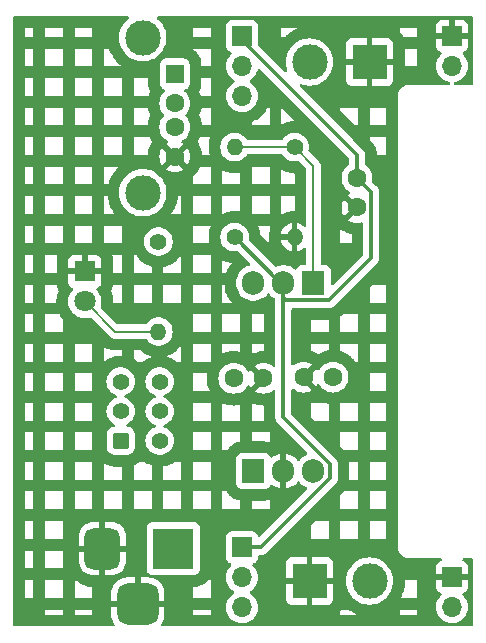
<source format=gbl>
%TF.GenerationSoftware,KiCad,Pcbnew,8.0.8*%
%TF.CreationDate,2025-01-22T22:14:07-04:00*%
%TF.ProjectId,Breadboard-3.3V-5V-power-supply,42726561-6462-46f6-9172-642d332e3356,1*%
%TF.SameCoordinates,Original*%
%TF.FileFunction,Copper,L2,Bot*%
%TF.FilePolarity,Positive*%
%FSLAX46Y46*%
G04 Gerber Fmt 4.6, Leading zero omitted, Abs format (unit mm)*
G04 Created by KiCad (PCBNEW 8.0.8) date 2025-01-22 22:14:07*
%MOMM*%
%LPD*%
G01*
G04 APERTURE LIST*
G04 Aperture macros list*
%AMRoundRect*
0 Rectangle with rounded corners*
0 $1 Rounding radius*
0 $2 $3 $4 $5 $6 $7 $8 $9 X,Y pos of 4 corners*
0 Add a 4 corners polygon primitive as box body*
4,1,4,$2,$3,$4,$5,$6,$7,$8,$9,$2,$3,0*
0 Add four circle primitives for the rounded corners*
1,1,$1+$1,$2,$3*
1,1,$1+$1,$4,$5*
1,1,$1+$1,$6,$7*
1,1,$1+$1,$8,$9*
0 Add four rect primitives between the rounded corners*
20,1,$1+$1,$2,$3,$4,$5,0*
20,1,$1+$1,$4,$5,$6,$7,0*
20,1,$1+$1,$6,$7,$8,$9,0*
20,1,$1+$1,$8,$9,$2,$3,0*%
G04 Aperture macros list end*
%TA.AperFunction,ComponentPad*%
%ADD10R,1.800000X1.800000*%
%TD*%
%TA.AperFunction,ComponentPad*%
%ADD11C,1.800000*%
%TD*%
%TA.AperFunction,ComponentPad*%
%ADD12C,1.400000*%
%TD*%
%TA.AperFunction,ComponentPad*%
%ADD13O,1.400000X1.400000*%
%TD*%
%TA.AperFunction,ComponentPad*%
%ADD14R,1.700000X1.700000*%
%TD*%
%TA.AperFunction,ComponentPad*%
%ADD15O,1.700000X1.700000*%
%TD*%
%TA.AperFunction,ComponentPad*%
%ADD16R,1.500000X1.600000*%
%TD*%
%TA.AperFunction,ComponentPad*%
%ADD17C,1.600000*%
%TD*%
%TA.AperFunction,ComponentPad*%
%ADD18C,3.000000*%
%TD*%
%TA.AperFunction,ComponentPad*%
%ADD19R,1.905000X2.000000*%
%TD*%
%TA.AperFunction,ComponentPad*%
%ADD20O,1.905000X2.000000*%
%TD*%
%TA.AperFunction,ComponentPad*%
%ADD21RoundRect,0.250000X0.450000X-0.450000X0.450000X0.450000X-0.450000X0.450000X-0.450000X-0.450000X0*%
%TD*%
%TA.AperFunction,ComponentPad*%
%ADD22R,3.000000X3.000000*%
%TD*%
%TA.AperFunction,ComponentPad*%
%ADD23R,3.500000X3.500000*%
%TD*%
%TA.AperFunction,ComponentPad*%
%ADD24RoundRect,0.750000X-0.750000X-1.000000X0.750000X-1.000000X0.750000X1.000000X-0.750000X1.000000X0*%
%TD*%
%TA.AperFunction,ComponentPad*%
%ADD25RoundRect,0.875000X-0.875000X-0.875000X0.875000X-0.875000X0.875000X0.875000X-0.875000X0.875000X0*%
%TD*%
%TA.AperFunction,Conductor*%
%ADD26C,0.350000*%
%TD*%
%TA.AperFunction,Conductor*%
%ADD27C,0.200000*%
%TD*%
G04 APERTURE END LIST*
D10*
%TO.P,D1,1,K*%
%TO.N,GND*%
X135310400Y-93570400D03*
D11*
%TO.P,D1,2,A*%
%TO.N,Net-(D1-A)*%
X135310400Y-96110400D03*
%TD*%
D12*
%TO.P,R2,1*%
%TO.N,/3.3V*%
X147985000Y-90654400D03*
D13*
%TO.P,R2,2*%
%TO.N,Net-(U1-ADJ)*%
X147985000Y-83034400D03*
%TD*%
D14*
%TO.P,J6,1,Pin_1*%
%TO.N,/3.3V*%
X148620000Y-116932600D03*
D15*
%TO.P,J6,2,Pin_2*%
%TO.N,/PWR_OUT*%
X148620000Y-119472600D03*
%TO.P,J6,3,Pin_3*%
%TO.N,/5V*%
X148620000Y-122012600D03*
%TD*%
D16*
%TO.P,J1,1,VBUS*%
%TO.N,/USB_IN*%
X142926400Y-76840200D03*
D17*
%TO.P,J1,2,D-*%
%TO.N,unconnected-(J1-D--Pad2)*%
X142926400Y-79340200D03*
%TO.P,J1,3,D+*%
%TO.N,unconnected-(J1-D+-Pad3)*%
X142926400Y-81340200D03*
%TO.P,J1,4,GND*%
%TO.N,GND*%
X142926400Y-83840200D03*
D18*
%TO.P,J1,5,Shield*%
%TO.N,unconnected-(J1-Shield-Pad5)_1*%
X140216400Y-73770200D03*
%TO.N,unconnected-(J1-Shield-Pad5)*%
X140216400Y-86910200D03*
%TD*%
D19*
%TO.P,U1,1,ADJ*%
%TO.N,Net-(U1-ADJ)*%
X154665200Y-94540600D03*
D20*
%TO.P,U1,2,VO*%
%TO.N,/3.3V*%
X152125200Y-94540600D03*
%TO.P,U1,3,VI*%
%TO.N,/12V*%
X149585200Y-94540600D03*
%TD*%
D19*
%TO.P,U2,1,VI*%
%TO.N,/12V*%
X149585200Y-110466400D03*
D20*
%TO.P,U2,2,GND*%
%TO.N,GND*%
X152125200Y-110466400D03*
%TO.P,U2,3,VO*%
%TO.N,/5V*%
X154665200Y-110466400D03*
%TD*%
D17*
%TO.P,C3,1*%
%TO.N,/3.3V*%
X158348200Y-85650600D03*
%TO.P,C3,2*%
%TO.N,GND*%
X158348200Y-88150600D03*
%TD*%
D12*
%TO.P,R1,1*%
%TO.N,/12V*%
X141545400Y-91035400D03*
D13*
%TO.P,R1,2*%
%TO.N,Net-(D1-A)*%
X141545400Y-98655400D03*
%TD*%
D21*
%TO.P,SW1,1,A*%
%TO.N,/5V*%
X138345400Y-107897200D03*
D12*
%TO.P,SW1,2,B*%
%TO.N,/USB_IN*%
X138345400Y-105397200D03*
%TO.P,SW1,3,C*%
%TO.N,unconnected-(SW1A-C-Pad3)*%
X138345400Y-102897200D03*
%TO.P,SW1,4,A*%
%TO.N,/12V*%
X141645400Y-102897200D03*
%TO.P,SW1,5,B*%
%TO.N,/PWR_IN*%
X141645400Y-105397200D03*
%TO.P,SW1,6,C*%
%TO.N,unconnected-(SW1B-C-Pad6)*%
X141645400Y-107897200D03*
%TD*%
D22*
%TO.P,J8,1,Pin_1*%
%TO.N,GND*%
X154335000Y-119782600D03*
D18*
%TO.P,J8,2,Pin_2*%
%TO.N,/PWR_OUT*%
X159415000Y-119782600D03*
%TD*%
D14*
%TO.P,J3,1,Pin_1*%
%TO.N,/3.3V*%
X148620000Y-73636400D03*
D15*
%TO.P,J3,2,Pin_2*%
%TO.N,/PWR_OUT*%
X148620000Y-76176400D03*
%TO.P,J3,3,Pin_3*%
%TO.N,/5V*%
X148620000Y-78716400D03*
%TD*%
D14*
%TO.P,J4,1,Pin_1*%
%TO.N,GND*%
X166400000Y-73636400D03*
D15*
%TO.P,J4,2,Pin_2*%
%TO.N,/PWR_OUT*%
X166400000Y-76176400D03*
%TD*%
D14*
%TO.P,J7,1,Pin_1*%
%TO.N,GND*%
X166400000Y-119432600D03*
D15*
%TO.P,J7,2,Pin_2*%
%TO.N,/PWR_OUT*%
X166400000Y-121972600D03*
%TD*%
D12*
%TO.P,R3,1*%
%TO.N,Net-(U1-ADJ)*%
X153065000Y-83034400D03*
D13*
%TO.P,R3,2*%
%TO.N,GND*%
X153065000Y-90654400D03*
%TD*%
D22*
%TO.P,J5,1,Pin_1*%
%TO.N,GND*%
X159415000Y-75836400D03*
D18*
%TO.P,J5,2,Pin_2*%
%TO.N,/PWR_OUT*%
X154335000Y-75836400D03*
%TD*%
D23*
%TO.P,J2,1*%
%TO.N,/PWR_IN*%
X142800600Y-117032600D03*
D24*
%TO.P,J2,2*%
%TO.N,GND*%
X136800600Y-117032600D03*
D25*
%TO.P,J2,3*%
X139800600Y-121732600D03*
%TD*%
D17*
%TO.P,C1,1*%
%TO.N,/12V*%
X147923400Y-102617800D03*
%TO.P,C1,2*%
%TO.N,GND*%
X150423400Y-102617800D03*
%TD*%
%TO.P,C2,1*%
%TO.N,/5V*%
X156323400Y-102516200D03*
%TO.P,C2,2*%
%TO.N,GND*%
X153823400Y-102516200D03*
%TD*%
D26*
%TO.N,/3.3V*%
X152341600Y-96012000D02*
X152125200Y-95795600D01*
X156042700Y-111084479D02*
X150194579Y-116932600D01*
X159573200Y-92435100D02*
X155996300Y-96012000D01*
X156042700Y-109848321D02*
X156042700Y-111084479D01*
X151871200Y-94540600D02*
X147985000Y-90654400D01*
X159573200Y-86875600D02*
X159573200Y-92435100D01*
X152125200Y-94540600D02*
X152125200Y-105930821D01*
X158348200Y-85650600D02*
X159573200Y-86875600D01*
X152125200Y-94540600D02*
X151871200Y-94540600D01*
X148620000Y-73636400D02*
X148620000Y-73971400D01*
X155996300Y-96012000D02*
X152341600Y-96012000D01*
X152125200Y-95795600D02*
X152125200Y-94540600D01*
X150194579Y-116932600D02*
X148620000Y-116932600D01*
X158348200Y-83699600D02*
X158348200Y-85650600D01*
X148620000Y-73971400D02*
X158348200Y-83699600D01*
X152125200Y-105930821D02*
X156042700Y-109848321D01*
D27*
%TO.N,Net-(D1-A)*%
X137855400Y-98655400D02*
X141545400Y-98655400D01*
X135310400Y-96110400D02*
X137855400Y-98655400D01*
%TO.N,Net-(U1-ADJ)*%
X154665200Y-94540600D02*
X154665200Y-84634600D01*
X154665200Y-84634600D02*
X153065000Y-83034400D01*
X147985000Y-83034400D02*
X153065000Y-83034400D01*
%TD*%
%TA.AperFunction,Conductor*%
%TO.N,GND*%
G36*
X139000856Y-71972185D02*
G01*
X139046611Y-72024989D01*
X139056555Y-72094147D01*
X139027530Y-72157703D01*
X139008128Y-72175767D01*
X138903006Y-72254460D01*
X138902994Y-72254470D01*
X138700670Y-72456794D01*
X138700654Y-72456812D01*
X138529175Y-72685882D01*
X138529170Y-72685890D01*
X138392035Y-72937033D01*
X138292028Y-73205162D01*
X138231204Y-73484766D01*
X138210790Y-73770198D01*
X138210790Y-73770201D01*
X138231204Y-74055633D01*
X138292028Y-74335237D01*
X138292030Y-74335243D01*
X138292031Y-74335246D01*
X138388459Y-74593779D01*
X138392035Y-74603366D01*
X138529170Y-74854509D01*
X138529175Y-74854517D01*
X138700654Y-75083587D01*
X138700670Y-75083605D01*
X138902994Y-75285929D01*
X138903012Y-75285945D01*
X139132082Y-75457424D01*
X139132090Y-75457429D01*
X139383233Y-75594564D01*
X139383232Y-75594564D01*
X139383236Y-75594565D01*
X139383239Y-75594567D01*
X139651354Y-75694569D01*
X139651360Y-75694570D01*
X139651362Y-75694571D01*
X139930966Y-75755395D01*
X139930968Y-75755395D01*
X139930972Y-75755396D01*
X140184088Y-75773499D01*
X140216399Y-75775810D01*
X140216400Y-75775810D01*
X140216401Y-75775810D01*
X140248712Y-75773499D01*
X140501828Y-75755396D01*
X140663319Y-75720266D01*
X140781437Y-75694571D01*
X140781437Y-75694570D01*
X140781446Y-75694569D01*
X141049561Y-75594567D01*
X141300715Y-75457426D01*
X141529795Y-75285939D01*
X141732139Y-75083595D01*
X141903626Y-74854515D01*
X141958360Y-74754277D01*
X144454900Y-74754277D01*
X144481004Y-74771054D01*
X144488274Y-74776102D01*
X144660573Y-74905086D01*
X144667464Y-74910639D01*
X144707949Y-74945719D01*
X144714428Y-74951751D01*
X144764849Y-75002172D01*
X144770881Y-75008651D01*
X144805961Y-75049136D01*
X144811514Y-75056027D01*
X144940498Y-75228326D01*
X144945546Y-75235596D01*
X144974510Y-75280663D01*
X144979028Y-75288277D01*
X145013205Y-75350867D01*
X145017167Y-75358781D01*
X145039425Y-75407518D01*
X145042813Y-75415698D01*
X145116469Y-75613182D01*
X145118948Y-75620521D01*
X145132553Y-75665372D01*
X145134568Y-75672848D01*
X145148916Y-75733563D01*
X145150461Y-75741155D01*
X145158372Y-75787360D01*
X145159441Y-75795033D01*
X145170612Y-75898955D01*
X145170923Y-75902264D01*
X145172535Y-75922301D01*
X145172757Y-75925613D01*
X145174186Y-75952295D01*
X145174319Y-75955613D01*
X145174855Y-75975664D01*
X145174899Y-75978978D01*
X145174899Y-76202500D01*
X145956900Y-76202500D01*
X145956900Y-74700500D01*
X144454900Y-74700500D01*
X144454900Y-74754277D01*
X141958360Y-74754277D01*
X142040767Y-74603361D01*
X142140769Y-74335246D01*
X142150926Y-74288555D01*
X142201595Y-74055633D01*
X142201595Y-74055632D01*
X142201596Y-74055628D01*
X142222010Y-73770200D01*
X142217168Y-73702500D01*
X144454900Y-73702500D01*
X145956900Y-73702500D01*
X145956900Y-72950500D01*
X144454900Y-72950500D01*
X144454900Y-73702500D01*
X142217168Y-73702500D01*
X142201596Y-73484772D01*
X142172840Y-73352584D01*
X142140771Y-73205162D01*
X142140770Y-73205160D01*
X142140769Y-73205154D01*
X142040767Y-72937039D01*
X141932395Y-72738572D01*
X141903629Y-72685890D01*
X141903624Y-72685882D01*
X141732145Y-72456812D01*
X141732129Y-72456794D01*
X141529805Y-72254470D01*
X141529799Y-72254465D01*
X141529795Y-72254461D01*
X141424671Y-72175766D01*
X141382801Y-72119833D01*
X141377817Y-72050142D01*
X141411302Y-71988819D01*
X141472625Y-71955334D01*
X141498983Y-71952500D01*
X168056900Y-71952500D01*
X168123939Y-71972185D01*
X168169694Y-72024989D01*
X168180900Y-72076500D01*
X168180900Y-77634700D01*
X168161215Y-77701739D01*
X168108411Y-77747494D01*
X168056900Y-77758700D01*
X166649540Y-77758700D01*
X166582501Y-77739015D01*
X166536746Y-77686211D01*
X166526802Y-77617053D01*
X166555827Y-77553497D01*
X166614605Y-77515723D01*
X166630147Y-77512791D01*
X166630079Y-77512402D01*
X166635395Y-77511464D01*
X166635408Y-77511463D01*
X166863663Y-77450303D01*
X167077830Y-77350435D01*
X167271401Y-77214895D01*
X167438495Y-77047801D01*
X167574035Y-76854230D01*
X167673903Y-76640063D01*
X167735063Y-76411808D01*
X167755659Y-76176400D01*
X167735063Y-75940992D01*
X167684047Y-75750595D01*
X167673905Y-75712744D01*
X167673904Y-75712743D01*
X167673903Y-75712737D01*
X167574035Y-75498571D01*
X167558514Y-75476405D01*
X167438496Y-75305000D01*
X167379566Y-75246070D01*
X167316179Y-75182683D01*
X167282696Y-75121363D01*
X167287680Y-75051671D01*
X167329551Y-74995737D01*
X167360529Y-74978822D01*
X167492086Y-74929754D01*
X167492093Y-74929750D01*
X167607187Y-74843590D01*
X167607190Y-74843587D01*
X167693350Y-74728493D01*
X167693354Y-74728486D01*
X167743596Y-74593779D01*
X167743598Y-74593772D01*
X167749999Y-74534244D01*
X167750000Y-74534227D01*
X167750000Y-73886400D01*
X166833012Y-73886400D01*
X166865925Y-73829393D01*
X166900000Y-73702226D01*
X166900000Y-73570574D01*
X166865925Y-73443407D01*
X166833012Y-73386400D01*
X167750000Y-73386400D01*
X167750000Y-72738572D01*
X167749999Y-72738555D01*
X167743598Y-72679027D01*
X167743596Y-72679020D01*
X167693354Y-72544313D01*
X167693350Y-72544306D01*
X167607190Y-72429212D01*
X167607187Y-72429209D01*
X167492093Y-72343049D01*
X167492086Y-72343045D01*
X167357379Y-72292803D01*
X167357372Y-72292801D01*
X167297844Y-72286400D01*
X166650000Y-72286400D01*
X166650000Y-73203388D01*
X166592993Y-73170475D01*
X166465826Y-73136400D01*
X166334174Y-73136400D01*
X166207007Y-73170475D01*
X166150000Y-73203388D01*
X166150000Y-72286400D01*
X165502155Y-72286400D01*
X165442627Y-72292801D01*
X165442620Y-72292803D01*
X165307913Y-72343045D01*
X165307906Y-72343049D01*
X165192812Y-72429209D01*
X165192809Y-72429212D01*
X165106649Y-72544306D01*
X165106645Y-72544313D01*
X165056403Y-72679020D01*
X165056401Y-72679027D01*
X165050000Y-72738555D01*
X165050000Y-73386400D01*
X165966988Y-73386400D01*
X165934075Y-73443407D01*
X165900000Y-73570574D01*
X165900000Y-73702226D01*
X165934075Y-73829393D01*
X165966988Y-73886400D01*
X165050000Y-73886400D01*
X165050000Y-74534244D01*
X165056401Y-74593772D01*
X165056403Y-74593779D01*
X165106645Y-74728486D01*
X165106649Y-74728493D01*
X165192809Y-74843587D01*
X165192812Y-74843590D01*
X165307906Y-74929750D01*
X165307913Y-74929754D01*
X165439470Y-74978821D01*
X165495403Y-75020692D01*
X165519821Y-75086156D01*
X165504970Y-75154429D01*
X165483819Y-75182684D01*
X165361503Y-75305000D01*
X165225965Y-75498569D01*
X165225964Y-75498571D01*
X165126098Y-75712735D01*
X165126094Y-75712744D01*
X165064938Y-75940986D01*
X165064936Y-75940996D01*
X165044341Y-76176399D01*
X165044341Y-76176400D01*
X165064936Y-76411803D01*
X165064938Y-76411813D01*
X165126094Y-76640055D01*
X165126096Y-76640059D01*
X165126097Y-76640063D01*
X165225965Y-76854230D01*
X165225967Y-76854234D01*
X165334281Y-77008921D01*
X165361505Y-77047801D01*
X165528599Y-77214895D01*
X165625384Y-77282665D01*
X165722165Y-77350432D01*
X165722167Y-77350433D01*
X165722170Y-77350435D01*
X165936337Y-77450303D01*
X166164592Y-77511463D01*
X166164602Y-77511463D01*
X166169921Y-77512402D01*
X166169565Y-77514418D01*
X166226335Y-77536624D01*
X166267314Y-77593214D01*
X166271193Y-77662976D01*
X166236740Y-77723761D01*
X166174893Y-77756269D01*
X166150460Y-77758700D01*
X162684009Y-77758700D01*
X162518987Y-77787797D01*
X162361509Y-77845115D01*
X162361508Y-77845116D01*
X162216389Y-77928901D01*
X162216386Y-77928903D01*
X162088016Y-78036616D01*
X161980303Y-78164986D01*
X161980301Y-78164989D01*
X161896516Y-78310108D01*
X161896515Y-78310109D01*
X161839197Y-78467587D01*
X161810100Y-78632609D01*
X161810100Y-116976390D01*
X161839197Y-117141412D01*
X161839198Y-117141417D01*
X161839199Y-117141418D01*
X161877409Y-117246397D01*
X161896515Y-117298890D01*
X161896516Y-117298891D01*
X161980301Y-117444010D01*
X161980303Y-117444013D01*
X162088016Y-117572383D01*
X162130582Y-117608099D01*
X162216388Y-117680098D01*
X162361508Y-117763883D01*
X162361509Y-117763884D01*
X162361510Y-117763884D01*
X162361513Y-117763886D01*
X162518982Y-117821201D01*
X162518986Y-117821201D01*
X162518987Y-117821202D01*
X162552129Y-117827045D01*
X162684012Y-117850300D01*
X162701908Y-117850300D01*
X165395322Y-117850300D01*
X165462361Y-117869985D01*
X165508116Y-117922789D01*
X165518060Y-117991947D01*
X165489035Y-118055503D01*
X165438655Y-118090482D01*
X165307913Y-118139245D01*
X165307906Y-118139249D01*
X165192812Y-118225409D01*
X165192809Y-118225412D01*
X165106649Y-118340506D01*
X165106645Y-118340513D01*
X165056403Y-118475220D01*
X165056401Y-118475227D01*
X165050000Y-118534755D01*
X165050000Y-119182600D01*
X165966988Y-119182600D01*
X165934075Y-119239607D01*
X165900000Y-119366774D01*
X165900000Y-119498426D01*
X165934075Y-119625593D01*
X165966988Y-119682600D01*
X165050000Y-119682600D01*
X165050000Y-120330444D01*
X165056401Y-120389972D01*
X165056403Y-120389979D01*
X165106645Y-120524686D01*
X165106649Y-120524693D01*
X165192809Y-120639787D01*
X165192812Y-120639790D01*
X165307906Y-120725950D01*
X165307913Y-120725954D01*
X165439470Y-120775021D01*
X165495403Y-120816892D01*
X165519821Y-120882356D01*
X165504970Y-120950629D01*
X165483819Y-120978884D01*
X165361503Y-121101200D01*
X165225965Y-121294769D01*
X165225964Y-121294771D01*
X165126098Y-121508935D01*
X165126094Y-121508944D01*
X165064938Y-121737186D01*
X165064936Y-121737196D01*
X165044341Y-121972599D01*
X165044341Y-121972600D01*
X165064936Y-122208003D01*
X165064938Y-122208013D01*
X165126094Y-122436255D01*
X165126096Y-122436259D01*
X165126097Y-122436263D01*
X165214352Y-122625525D01*
X165225965Y-122650430D01*
X165225967Y-122650434D01*
X165298339Y-122753791D01*
X165361505Y-122844001D01*
X165528599Y-123011095D01*
X165585722Y-123051093D01*
X165722165Y-123146632D01*
X165722167Y-123146633D01*
X165722170Y-123146635D01*
X165936337Y-123246503D01*
X166164592Y-123307663D01*
X166352918Y-123324139D01*
X166399999Y-123328259D01*
X166400000Y-123328259D01*
X166400001Y-123328259D01*
X166439234Y-123324826D01*
X166635408Y-123307663D01*
X166863663Y-123246503D01*
X167077830Y-123146635D01*
X167271401Y-123011095D01*
X167438495Y-122844001D01*
X167574035Y-122650430D01*
X167673903Y-122436263D01*
X167735063Y-122208008D01*
X167755659Y-121972600D01*
X167735063Y-121737192D01*
X167673903Y-121508937D01*
X167574035Y-121294771D01*
X167509426Y-121202500D01*
X167438496Y-121101200D01*
X167383817Y-121046521D01*
X167316179Y-120978883D01*
X167282696Y-120917563D01*
X167287680Y-120847871D01*
X167329551Y-120791937D01*
X167360529Y-120775022D01*
X167492086Y-120725954D01*
X167492093Y-120725950D01*
X167607187Y-120639790D01*
X167607190Y-120639787D01*
X167693350Y-120524693D01*
X167693354Y-120524686D01*
X167743596Y-120389979D01*
X167743598Y-120389972D01*
X167749999Y-120330444D01*
X167750000Y-120330427D01*
X167750000Y-119682600D01*
X166833012Y-119682600D01*
X166865925Y-119625593D01*
X166900000Y-119498426D01*
X166900000Y-119366774D01*
X166865925Y-119239607D01*
X166833012Y-119182600D01*
X167750000Y-119182600D01*
X167750000Y-118534772D01*
X167749999Y-118534755D01*
X167743598Y-118475227D01*
X167743596Y-118475220D01*
X167693354Y-118340513D01*
X167693350Y-118340506D01*
X167607190Y-118225412D01*
X167607187Y-118225409D01*
X167492093Y-118139249D01*
X167492086Y-118139245D01*
X167361345Y-118090482D01*
X167305411Y-118048611D01*
X167280994Y-117983146D01*
X167295846Y-117914873D01*
X167345251Y-117865468D01*
X167404678Y-117850300D01*
X168056900Y-117850300D01*
X168123939Y-117869985D01*
X168169694Y-117922789D01*
X168180900Y-117974300D01*
X168180900Y-123505307D01*
X168161215Y-123572346D01*
X168108411Y-123618101D01*
X168056906Y-123629307D01*
X141878399Y-123630512D01*
X141811358Y-123610831D01*
X141765601Y-123558029D01*
X141755654Y-123488871D01*
X141783594Y-123426580D01*
X141802258Y-123404443D01*
X141802260Y-123404441D01*
X141920720Y-123202575D01*
X142003362Y-122983587D01*
X142047805Y-122753791D01*
X142047805Y-122753790D01*
X142050598Y-122701217D01*
X142050600Y-122701178D01*
X142050600Y-122632392D01*
X144454900Y-122632392D01*
X145956900Y-122632323D01*
X145956900Y-122200500D01*
X144454900Y-122200500D01*
X144454900Y-122632392D01*
X142050600Y-122632392D01*
X142050600Y-121982600D01*
X141233612Y-121982600D01*
X141266525Y-121925593D01*
X141300600Y-121798426D01*
X141300600Y-121666774D01*
X141266525Y-121539607D01*
X141233612Y-121482600D01*
X142050599Y-121482600D01*
X142050599Y-120764023D01*
X142050598Y-120764011D01*
X142047805Y-120711408D01*
X142003362Y-120481612D01*
X141927692Y-120281099D01*
X144454900Y-120281099D01*
X144454900Y-121202500D01*
X145956900Y-121202500D01*
X145956900Y-119700500D01*
X145735326Y-119700500D01*
X145685714Y-119766773D01*
X145680161Y-119773664D01*
X145645081Y-119814149D01*
X145639049Y-119820628D01*
X145588628Y-119871049D01*
X145582149Y-119877081D01*
X145541664Y-119912161D01*
X145534773Y-119917714D01*
X145362474Y-120046698D01*
X145355204Y-120051746D01*
X145310137Y-120080710D01*
X145302523Y-120085228D01*
X145239933Y-120119405D01*
X145232019Y-120123367D01*
X145183282Y-120145625D01*
X145175102Y-120149013D01*
X144977618Y-120222669D01*
X144970279Y-120225148D01*
X144925428Y-120238753D01*
X144917952Y-120240768D01*
X144857237Y-120255116D01*
X144849645Y-120256661D01*
X144803440Y-120264572D01*
X144795767Y-120265641D01*
X144691844Y-120276812D01*
X144688539Y-120277122D01*
X144668499Y-120278735D01*
X144665178Y-120278958D01*
X144638495Y-120280386D01*
X144635182Y-120280519D01*
X144615134Y-120281055D01*
X144611820Y-120281099D01*
X144454900Y-120281099D01*
X141927692Y-120281099D01*
X141920720Y-120262624D01*
X141802260Y-120060758D01*
X141802255Y-120060751D01*
X141651388Y-119881813D01*
X141651386Y-119881811D01*
X141472448Y-119730944D01*
X141472441Y-119730939D01*
X141270575Y-119612479D01*
X141051584Y-119529836D01*
X141046440Y-119528841D01*
X140984360Y-119496780D01*
X140949469Y-119436246D01*
X140952844Y-119366458D01*
X140993414Y-119309573D01*
X141058297Y-119283652D01*
X141069974Y-119283099D01*
X144598472Y-119283099D01*
X144658083Y-119276691D01*
X144792931Y-119226396D01*
X144908146Y-119140146D01*
X144994396Y-119024931D01*
X145044691Y-118890083D01*
X145051100Y-118830473D01*
X145051099Y-115234728D01*
X145044691Y-115175117D01*
X145005171Y-115069159D01*
X144994397Y-115040271D01*
X144994393Y-115040264D01*
X144908147Y-114925055D01*
X144908144Y-114925052D01*
X144792935Y-114838806D01*
X144792928Y-114838802D01*
X144658082Y-114788508D01*
X144658083Y-114788508D01*
X144598483Y-114782101D01*
X144598481Y-114782100D01*
X144598473Y-114782100D01*
X144598464Y-114782100D01*
X141002729Y-114782100D01*
X141002723Y-114782101D01*
X140943116Y-114788508D01*
X140808271Y-114838802D01*
X140808264Y-114838806D01*
X140693055Y-114925052D01*
X140693052Y-114925055D01*
X140606806Y-115040264D01*
X140606802Y-115040271D01*
X140556508Y-115175117D01*
X140550101Y-115234716D01*
X140550101Y-115234723D01*
X140550100Y-115234735D01*
X140550100Y-118830470D01*
X140550101Y-118830476D01*
X140556508Y-118890083D01*
X140606802Y-119024928D01*
X140606806Y-119024935D01*
X140693052Y-119140144D01*
X140693055Y-119140147D01*
X140808264Y-119226393D01*
X140808273Y-119226398D01*
X140857106Y-119244611D01*
X140913040Y-119286481D01*
X140937458Y-119351945D01*
X140922607Y-119420218D01*
X140873203Y-119469624D01*
X140807198Y-119484618D01*
X140769225Y-119482601D01*
X140769179Y-119482600D01*
X140050600Y-119482600D01*
X140050600Y-121232600D01*
X139550600Y-121232600D01*
X139550600Y-119482600D01*
X138832023Y-119482600D01*
X138832011Y-119482601D01*
X138779408Y-119485394D01*
X138549612Y-119529837D01*
X138330624Y-119612479D01*
X138128758Y-119730939D01*
X138128751Y-119730944D01*
X137949813Y-119881811D01*
X137949811Y-119881813D01*
X137798944Y-120060751D01*
X137798939Y-120060758D01*
X137680479Y-120262624D01*
X137597837Y-120481612D01*
X137553394Y-120711408D01*
X137553394Y-120711409D01*
X137550601Y-120763982D01*
X137550600Y-120764021D01*
X137550600Y-121482600D01*
X138367588Y-121482600D01*
X138334675Y-121539607D01*
X138300600Y-121666774D01*
X138300600Y-121798426D01*
X138334675Y-121925593D01*
X138367588Y-121982600D01*
X137550601Y-121982600D01*
X137550601Y-122701188D01*
X137553394Y-122753791D01*
X137597837Y-122983587D01*
X137680479Y-123202575D01*
X137798939Y-123404441D01*
X137817770Y-123426776D01*
X137845932Y-123490719D01*
X137835054Y-123559736D01*
X137788589Y-123611917D01*
X137722973Y-123630704D01*
X129330906Y-123631091D01*
X129263865Y-123611410D01*
X129218108Y-123558608D01*
X129206900Y-123507091D01*
X129206900Y-122632969D01*
X131954900Y-122632969D01*
X133456900Y-122632899D01*
X133456900Y-122632854D01*
X134454900Y-122632854D01*
X135956900Y-122632784D01*
X135956900Y-122200500D01*
X134454900Y-122200500D01*
X134454900Y-122632854D01*
X133456900Y-122632854D01*
X133456900Y-122200500D01*
X131954900Y-122200500D01*
X131954900Y-122632969D01*
X129206900Y-122632969D01*
X129206900Y-121202500D01*
X130204900Y-121202500D01*
X130956900Y-121202500D01*
X131954900Y-121202500D01*
X133456900Y-121202500D01*
X134454900Y-121202500D01*
X135956900Y-121202500D01*
X135956900Y-120280210D01*
X135930097Y-120279159D01*
X135925229Y-120278872D01*
X135755028Y-120265476D01*
X135749837Y-120264957D01*
X135718512Y-120261160D01*
X135713351Y-120260424D01*
X135671905Y-120253622D01*
X135666774Y-120252669D01*
X135635869Y-120246251D01*
X135630784Y-120245083D01*
X135370506Y-120179499D01*
X135365141Y-120178018D01*
X135332886Y-120168332D01*
X135327592Y-120166612D01*
X135285302Y-120151813D01*
X135280094Y-120149858D01*
X135248858Y-120137328D01*
X135243742Y-120135141D01*
X134998094Y-120023562D01*
X134993078Y-120021147D01*
X134963083Y-120005863D01*
X134958187Y-120003228D01*
X134919221Y-119981119D01*
X134914442Y-119978264D01*
X134885937Y-119960353D01*
X134881293Y-119957287D01*
X134659501Y-119803630D01*
X134654997Y-119800358D01*
X134628195Y-119779950D01*
X134623841Y-119776477D01*
X134589450Y-119747762D01*
X134585261Y-119744103D01*
X134560427Y-119721402D01*
X134556409Y-119717559D01*
X134539350Y-119700500D01*
X134454900Y-119700500D01*
X134454900Y-121202500D01*
X133456900Y-121202500D01*
X133456900Y-119700500D01*
X131954900Y-119700500D01*
X131954900Y-121202500D01*
X130956900Y-121202500D01*
X130956900Y-119700500D01*
X130204900Y-119700500D01*
X130204900Y-121202500D01*
X129206900Y-121202500D01*
X129206900Y-118702500D01*
X130204900Y-118702500D01*
X130956900Y-118702500D01*
X131954900Y-118702500D01*
X133456900Y-118702500D01*
X133456900Y-117200500D01*
X131954900Y-117200500D01*
X131954900Y-118702500D01*
X130956900Y-118702500D01*
X130956900Y-117200500D01*
X130204900Y-117200500D01*
X130204900Y-118702500D01*
X129206900Y-118702500D01*
X129206900Y-116202500D01*
X130204900Y-116202500D01*
X130956900Y-116202500D01*
X131954900Y-116202500D01*
X133456900Y-116202500D01*
X133456900Y-115968403D01*
X134800600Y-115968403D01*
X134800600Y-116782600D01*
X136300600Y-116782600D01*
X136300600Y-117282600D01*
X134800601Y-117282600D01*
X134800601Y-118096797D01*
X134811000Y-118228932D01*
X134865977Y-118447119D01*
X134959028Y-118651974D01*
X134959031Y-118651980D01*
X135087159Y-118836923D01*
X135087169Y-118836935D01*
X135246264Y-118996030D01*
X135246276Y-118996040D01*
X135431219Y-119124168D01*
X135431225Y-119124171D01*
X135636080Y-119217222D01*
X135854267Y-119272199D01*
X135986410Y-119282599D01*
X136550599Y-119282599D01*
X136550600Y-119282598D01*
X136550600Y-118465612D01*
X136607607Y-118498525D01*
X136734774Y-118532600D01*
X136866426Y-118532600D01*
X136993593Y-118498525D01*
X137050600Y-118465612D01*
X137050600Y-119282599D01*
X137614782Y-119282599D01*
X137614797Y-119282598D01*
X137746932Y-119272199D01*
X137965119Y-119217222D01*
X138169974Y-119124171D01*
X138169980Y-119124168D01*
X138354923Y-118996040D01*
X138354935Y-118996030D01*
X138514030Y-118836935D01*
X138514040Y-118836923D01*
X138642168Y-118651980D01*
X138642171Y-118651974D01*
X138735222Y-118447119D01*
X138790199Y-118228932D01*
X138800599Y-118096796D01*
X138800600Y-118096784D01*
X138800600Y-117282600D01*
X137300600Y-117282600D01*
X137300600Y-116782600D01*
X138800599Y-116782600D01*
X138800599Y-115968417D01*
X138800598Y-115968402D01*
X138790199Y-115836267D01*
X138735222Y-115618080D01*
X138642171Y-115413225D01*
X138642168Y-115413219D01*
X138514040Y-115228276D01*
X138514030Y-115228264D01*
X138354935Y-115069169D01*
X138354923Y-115069159D01*
X138169980Y-114941031D01*
X138169974Y-114941028D01*
X137965119Y-114847977D01*
X137746932Y-114793000D01*
X137614796Y-114782600D01*
X137050600Y-114782600D01*
X137050600Y-115599588D01*
X136993593Y-115566675D01*
X136866426Y-115532600D01*
X136734774Y-115532600D01*
X136607607Y-115566675D01*
X136550600Y-115599588D01*
X136550600Y-114782600D01*
X135986417Y-114782600D01*
X135986402Y-114782601D01*
X135854267Y-114793000D01*
X135636080Y-114847977D01*
X135431225Y-114941028D01*
X135431219Y-114941031D01*
X135246276Y-115069159D01*
X135246264Y-115069169D01*
X135087169Y-115228264D01*
X135087159Y-115228276D01*
X134959031Y-115413219D01*
X134959028Y-115413225D01*
X134865977Y-115618080D01*
X134811000Y-115836267D01*
X134800600Y-115968403D01*
X133456900Y-115968403D01*
X133456900Y-114700500D01*
X131954900Y-114700500D01*
X131954900Y-116202500D01*
X130956900Y-116202500D01*
X130956900Y-114700500D01*
X130204900Y-114700500D01*
X130204900Y-116202500D01*
X129206900Y-116202500D01*
X129206900Y-113702500D01*
X130204900Y-113702500D01*
X130956900Y-113702500D01*
X131954900Y-113702500D01*
X133456900Y-113702500D01*
X134454900Y-113702500D01*
X135956900Y-113702500D01*
X136954900Y-113702500D01*
X138456900Y-113702500D01*
X139454900Y-113702500D01*
X140956900Y-113702500D01*
X141954900Y-113702500D01*
X143456900Y-113702500D01*
X144454900Y-113702500D01*
X145956900Y-113702500D01*
X146954900Y-113702500D01*
X148456900Y-113702500D01*
X148456900Y-112964899D01*
X149454900Y-112964899D01*
X149454900Y-113702500D01*
X150956900Y-113702500D01*
X150956900Y-112909093D01*
X150912528Y-112922553D01*
X150905052Y-112924568D01*
X150844337Y-112938916D01*
X150836745Y-112940461D01*
X150790540Y-112948372D01*
X150782867Y-112949441D01*
X150678944Y-112960612D01*
X150675639Y-112960922D01*
X150655599Y-112962535D01*
X150652278Y-112962758D01*
X150625595Y-112964186D01*
X150622282Y-112964319D01*
X150602234Y-112964855D01*
X150598920Y-112964899D01*
X149454900Y-112964899D01*
X148456900Y-112964899D01*
X148456900Y-112956897D01*
X148387525Y-112949438D01*
X148379857Y-112948371D01*
X148333671Y-112940464D01*
X148326081Y-112938919D01*
X148265370Y-112924574D01*
X148257891Y-112922558D01*
X148213028Y-112908950D01*
X148205688Y-112906471D01*
X148008198Y-112832813D01*
X148000018Y-112829425D01*
X147951281Y-112807167D01*
X147943367Y-112803205D01*
X147880777Y-112769028D01*
X147873163Y-112764510D01*
X147828096Y-112735546D01*
X147820826Y-112730498D01*
X147648527Y-112601514D01*
X147641636Y-112595961D01*
X147601151Y-112560881D01*
X147594672Y-112554849D01*
X147544251Y-112504428D01*
X147538219Y-112497949D01*
X147503139Y-112457464D01*
X147497586Y-112450573D01*
X147368602Y-112278274D01*
X147363554Y-112271004D01*
X147334590Y-112225937D01*
X147330072Y-112218323D01*
X147320340Y-112200500D01*
X146954900Y-112200500D01*
X146954900Y-113702500D01*
X145956900Y-113702500D01*
X145956900Y-112200500D01*
X144454900Y-112200500D01*
X144454900Y-113702500D01*
X143456900Y-113702500D01*
X143456900Y-112200500D01*
X141954900Y-112200500D01*
X141954900Y-113702500D01*
X140956900Y-113702500D01*
X140956900Y-112200500D01*
X139454900Y-112200500D01*
X139454900Y-113702500D01*
X138456900Y-113702500D01*
X138456900Y-112200500D01*
X136954900Y-112200500D01*
X136954900Y-113702500D01*
X135956900Y-113702500D01*
X135956900Y-112200500D01*
X134454900Y-112200500D01*
X134454900Y-113702500D01*
X133456900Y-113702500D01*
X133456900Y-112200500D01*
X131954900Y-112200500D01*
X131954900Y-113702500D01*
X130956900Y-113702500D01*
X130956900Y-112200500D01*
X130204900Y-112200500D01*
X130204900Y-113702500D01*
X129206900Y-113702500D01*
X129206900Y-111202500D01*
X130204900Y-111202500D01*
X130956900Y-111202500D01*
X131954900Y-111202500D01*
X133456900Y-111202500D01*
X134454900Y-111202500D01*
X135956900Y-111202500D01*
X136954900Y-111202500D01*
X138456900Y-111202500D01*
X138456900Y-110095699D01*
X137832696Y-110095700D01*
X137829543Y-110095660D01*
X137810473Y-110095175D01*
X137807320Y-110095055D01*
X137781949Y-110093763D01*
X137778798Y-110093562D01*
X137759749Y-110092105D01*
X137756604Y-110091824D01*
X137614081Y-110077264D01*
X137607372Y-110076393D01*
X137566943Y-110070019D01*
X137560292Y-110068784D01*
X137507041Y-110057382D01*
X137500474Y-110055787D01*
X137461000Y-110045056D01*
X137454525Y-110043105D01*
X137235898Y-109970659D01*
X139454900Y-109970659D01*
X139454900Y-111202500D01*
X140956900Y-111202500D01*
X140956900Y-110075926D01*
X141954900Y-110075926D01*
X141954900Y-111202500D01*
X143456900Y-111202500D01*
X144454900Y-111202500D01*
X145956900Y-111202500D01*
X145956900Y-109700500D01*
X144454900Y-109700500D01*
X144454900Y-111202500D01*
X143456900Y-111202500D01*
X143456900Y-109700500D01*
X142909197Y-109700500D01*
X142688579Y-109837100D01*
X142683643Y-109840001D01*
X142653384Y-109856856D01*
X142648320Y-109859526D01*
X142607035Y-109880086D01*
X142601847Y-109882521D01*
X142570126Y-109896528D01*
X142564831Y-109898722D01*
X142314357Y-109995755D01*
X142308972Y-109997699D01*
X142276122Y-110008710D01*
X142270648Y-110010405D01*
X142226288Y-110023027D01*
X142220746Y-110024467D01*
X142187004Y-110032404D01*
X142181396Y-110033587D01*
X141954900Y-110075926D01*
X140956900Y-110075926D01*
X140956900Y-109988184D01*
X140725969Y-109898722D01*
X140720674Y-109896528D01*
X140688953Y-109882521D01*
X140683765Y-109880086D01*
X140642480Y-109859526D01*
X140637416Y-109856856D01*
X140607157Y-109840001D01*
X140602221Y-109837100D01*
X140381603Y-109700500D01*
X139910892Y-109700500D01*
X139905844Y-109704736D01*
X139860277Y-109740766D01*
X139854493Y-109745072D01*
X139818733Y-109770113D01*
X139812703Y-109774079D01*
X139613932Y-109896681D01*
X139607685Y-109900288D01*
X139569260Y-109921006D01*
X139562813Y-109924244D01*
X139510168Y-109948791D01*
X139503546Y-109951647D01*
X139462996Y-109967756D01*
X139456220Y-109970222D01*
X139454900Y-109970659D01*
X137235898Y-109970659D01*
X137234582Y-109970223D01*
X137227804Y-109967756D01*
X137187253Y-109951646D01*
X137180634Y-109948791D01*
X137127988Y-109924244D01*
X137121540Y-109921006D01*
X137083115Y-109900288D01*
X137076868Y-109896681D01*
X136954900Y-109821451D01*
X136954900Y-111202500D01*
X135956900Y-111202500D01*
X135956900Y-109700500D01*
X134454900Y-109700500D01*
X134454900Y-111202500D01*
X133456900Y-111202500D01*
X133456900Y-109700500D01*
X131954900Y-109700500D01*
X131954900Y-111202500D01*
X130956900Y-111202500D01*
X130956900Y-109700500D01*
X130204900Y-109700500D01*
X130204900Y-111202500D01*
X129206900Y-111202500D01*
X129206900Y-108702500D01*
X130204900Y-108702500D01*
X130956900Y-108702500D01*
X131954900Y-108702500D01*
X133456900Y-108702500D01*
X134454900Y-108702500D01*
X135956900Y-108702500D01*
X135956900Y-107200500D01*
X134454900Y-107200500D01*
X134454900Y-108702500D01*
X133456900Y-108702500D01*
X133456900Y-107200500D01*
X131954900Y-107200500D01*
X131954900Y-108702500D01*
X130956900Y-108702500D01*
X130956900Y-107200500D01*
X130204900Y-107200500D01*
X130204900Y-108702500D01*
X129206900Y-108702500D01*
X129206900Y-106202500D01*
X130204900Y-106202500D01*
X130956900Y-106202500D01*
X131954900Y-106202500D01*
X133456900Y-106202500D01*
X134454900Y-106202500D01*
X135956900Y-106202500D01*
X135956900Y-104700500D01*
X134454900Y-104700500D01*
X134454900Y-106202500D01*
X133456900Y-106202500D01*
X133456900Y-104700500D01*
X131954900Y-104700500D01*
X131954900Y-106202500D01*
X130956900Y-106202500D01*
X130956900Y-104700500D01*
X130204900Y-104700500D01*
X130204900Y-106202500D01*
X129206900Y-106202500D01*
X129206900Y-103702500D01*
X130204900Y-103702500D01*
X130956900Y-103702500D01*
X131954900Y-103702500D01*
X133456900Y-103702500D01*
X134454900Y-103702500D01*
X135956900Y-103702500D01*
X135956900Y-102897199D01*
X137139757Y-102897199D01*
X137139757Y-102897200D01*
X137160284Y-103118735D01*
X137160285Y-103118737D01*
X137221169Y-103332723D01*
X137221175Y-103332738D01*
X137320338Y-103531883D01*
X137320343Y-103531891D01*
X137454420Y-103709438D01*
X137618837Y-103859323D01*
X137618839Y-103859325D01*
X137807995Y-103976445D01*
X137807996Y-103976445D01*
X137807999Y-103976447D01*
X137950298Y-104031574D01*
X138005698Y-104074146D01*
X138029289Y-104139913D01*
X138013578Y-104207993D01*
X137963554Y-104256772D01*
X137950306Y-104262822D01*
X137844093Y-104303969D01*
X137808001Y-104317952D01*
X137807995Y-104317954D01*
X137618839Y-104435074D01*
X137618837Y-104435076D01*
X137454420Y-104584961D01*
X137320343Y-104762508D01*
X137320338Y-104762516D01*
X137221175Y-104961661D01*
X137221169Y-104961676D01*
X137160285Y-105175662D01*
X137160284Y-105175664D01*
X137139757Y-105397199D01*
X137139757Y-105397200D01*
X137160284Y-105618735D01*
X137160285Y-105618737D01*
X137221169Y-105832723D01*
X137221175Y-105832738D01*
X137320338Y-106031883D01*
X137320343Y-106031891D01*
X137454420Y-106209438D01*
X137618837Y-106359323D01*
X137618839Y-106359325D01*
X137622234Y-106361427D01*
X137807999Y-106476447D01*
X137808001Y-106476447D01*
X137808927Y-106477021D01*
X137855563Y-106529048D01*
X137866667Y-106598030D01*
X137838714Y-106662064D01*
X137780579Y-106700821D01*
X137756256Y-106705806D01*
X137742601Y-106707201D01*
X137742600Y-106707201D01*
X137576068Y-106762385D01*
X137576063Y-106762387D01*
X137426742Y-106854489D01*
X137302689Y-106978542D01*
X137210587Y-107127863D01*
X137210586Y-107127866D01*
X137155401Y-107294403D01*
X137155401Y-107294404D01*
X137155400Y-107294404D01*
X137144900Y-107397183D01*
X137144900Y-108397201D01*
X137144901Y-108397219D01*
X137155400Y-108499996D01*
X137155401Y-108499999D01*
X137194480Y-108617930D01*
X137210586Y-108666534D01*
X137302688Y-108815856D01*
X137426744Y-108939912D01*
X137576066Y-109032014D01*
X137742603Y-109087199D01*
X137845391Y-109097700D01*
X138845408Y-109097699D01*
X138845416Y-109097698D01*
X138845419Y-109097698D01*
X138901702Y-109091948D01*
X138948197Y-109087199D01*
X139114734Y-109032014D01*
X139264056Y-108939912D01*
X139388112Y-108815856D01*
X139480214Y-108666534D01*
X139535399Y-108499997D01*
X139545900Y-108397209D01*
X139545899Y-107397192D01*
X139535399Y-107294403D01*
X139480214Y-107127866D01*
X139388112Y-106978544D01*
X139264056Y-106854488D01*
X139114734Y-106762386D01*
X138948197Y-106707201D01*
X138943354Y-106706706D01*
X138934544Y-106705806D01*
X138869853Y-106679408D01*
X138829703Y-106622226D01*
X138826842Y-106552415D01*
X138862178Y-106492139D01*
X138881873Y-106477021D01*
X138882798Y-106476447D01*
X138882801Y-106476447D01*
X139071962Y-106359324D01*
X139236381Y-106209436D01*
X139370458Y-106031889D01*
X139387654Y-105997356D01*
X139469624Y-105832738D01*
X139469623Y-105832738D01*
X139469629Y-105832728D01*
X139530515Y-105618736D01*
X139551043Y-105397200D01*
X139530515Y-105175664D01*
X139469629Y-104961672D01*
X139469624Y-104961661D01*
X139370461Y-104762516D01*
X139370456Y-104762508D01*
X139236379Y-104584961D01*
X139071962Y-104435076D01*
X139071960Y-104435074D01*
X138882804Y-104317954D01*
X138882795Y-104317950D01*
X138810960Y-104290121D01*
X138740501Y-104262825D01*
X138685101Y-104220254D01*
X138661510Y-104154488D01*
X138677221Y-104086407D01*
X138727244Y-104037628D01*
X138740493Y-104031577D01*
X138882801Y-103976447D01*
X139071962Y-103859324D01*
X139236381Y-103709436D01*
X139370458Y-103531889D01*
X139469629Y-103332728D01*
X139530515Y-103118736D01*
X139551043Y-102897200D01*
X139551043Y-102897199D01*
X140439757Y-102897199D01*
X140439757Y-102897200D01*
X140460284Y-103118735D01*
X140460285Y-103118737D01*
X140521169Y-103332723D01*
X140521175Y-103332738D01*
X140620338Y-103531883D01*
X140620343Y-103531891D01*
X140754420Y-103709438D01*
X140918837Y-103859323D01*
X140918839Y-103859325D01*
X141107995Y-103976445D01*
X141107996Y-103976445D01*
X141107999Y-103976447D01*
X141250298Y-104031574D01*
X141305698Y-104074146D01*
X141329289Y-104139913D01*
X141313578Y-104207993D01*
X141263554Y-104256772D01*
X141250306Y-104262822D01*
X141144093Y-104303969D01*
X141108001Y-104317952D01*
X141107995Y-104317954D01*
X140918839Y-104435074D01*
X140918837Y-104435076D01*
X140754420Y-104584961D01*
X140620343Y-104762508D01*
X140620338Y-104762516D01*
X140521175Y-104961661D01*
X140521169Y-104961676D01*
X140460285Y-105175662D01*
X140460284Y-105175664D01*
X140439757Y-105397199D01*
X140439757Y-105397200D01*
X140460284Y-105618735D01*
X140460285Y-105618737D01*
X140521169Y-105832723D01*
X140521175Y-105832738D01*
X140620338Y-106031883D01*
X140620343Y-106031891D01*
X140754420Y-106209438D01*
X140918837Y-106359323D01*
X140918839Y-106359325D01*
X141107995Y-106476445D01*
X141107996Y-106476445D01*
X141107999Y-106476447D01*
X141250298Y-106531574D01*
X141305698Y-106574146D01*
X141329289Y-106639913D01*
X141313578Y-106707993D01*
X141263554Y-106756772D01*
X141250306Y-106762822D01*
X141144093Y-106803969D01*
X141108001Y-106817952D01*
X141107995Y-106817954D01*
X140918839Y-106935074D01*
X140918837Y-106935076D01*
X140754420Y-107084961D01*
X140620343Y-107262508D01*
X140620338Y-107262516D01*
X140521175Y-107461661D01*
X140521169Y-107461676D01*
X140460285Y-107675662D01*
X140460284Y-107675664D01*
X140439757Y-107897199D01*
X140439757Y-107897200D01*
X140460284Y-108118735D01*
X140460285Y-108118737D01*
X140521169Y-108332723D01*
X140521175Y-108332738D01*
X140620338Y-108531883D01*
X140620343Y-108531891D01*
X140754420Y-108709438D01*
X140918837Y-108859323D01*
X140918839Y-108859325D01*
X141107995Y-108976445D01*
X141107996Y-108976445D01*
X141107999Y-108976447D01*
X141315460Y-109056818D01*
X141534157Y-109097700D01*
X141534159Y-109097700D01*
X141756641Y-109097700D01*
X141756643Y-109097700D01*
X141975340Y-109056818D01*
X142182801Y-108976447D01*
X142371962Y-108859324D01*
X142536381Y-108709436D01*
X142541619Y-108702500D01*
X144454900Y-108702500D01*
X145956900Y-108702500D01*
X146954900Y-108702500D01*
X147337394Y-108702500D01*
X147363554Y-108661796D01*
X147368602Y-108654526D01*
X147497586Y-108482227D01*
X147503139Y-108475336D01*
X147538219Y-108434851D01*
X147544251Y-108428372D01*
X147594672Y-108377951D01*
X147601151Y-108371919D01*
X147641636Y-108336839D01*
X147648527Y-108331286D01*
X147820826Y-108202302D01*
X147828096Y-108197254D01*
X147873163Y-108168290D01*
X147880777Y-108163772D01*
X147943367Y-108129595D01*
X147951281Y-108125633D01*
X148000018Y-108103375D01*
X148008198Y-108099987D01*
X148205682Y-108026331D01*
X148213021Y-108023852D01*
X148257872Y-108010247D01*
X148265348Y-108008232D01*
X148326063Y-107993884D01*
X148333655Y-107992339D01*
X148379860Y-107984428D01*
X148387533Y-107983359D01*
X148456900Y-107975902D01*
X148456900Y-107967900D01*
X149454900Y-107967900D01*
X150598948Y-107967900D01*
X150602272Y-107967945D01*
X150622374Y-107968484D01*
X150625694Y-107968617D01*
X150652380Y-107970049D01*
X150655689Y-107970271D01*
X150675682Y-107971881D01*
X150678985Y-107972192D01*
X150782875Y-107983362D01*
X150790543Y-107984429D01*
X150836729Y-107992336D01*
X150844319Y-107993881D01*
X150905030Y-108008226D01*
X150912509Y-108010242D01*
X150956900Y-108023706D01*
X150956900Y-107200500D01*
X149454900Y-107200500D01*
X149454900Y-107967900D01*
X148456900Y-107967900D01*
X148456900Y-107200500D01*
X146954900Y-107200500D01*
X146954900Y-108702500D01*
X145956900Y-108702500D01*
X145956900Y-107200500D01*
X144454900Y-107200500D01*
X144454900Y-108702500D01*
X142541619Y-108702500D01*
X142670458Y-108531889D01*
X142769629Y-108332728D01*
X142830515Y-108118736D01*
X142851043Y-107897200D01*
X142830515Y-107675664D01*
X142769629Y-107461672D01*
X142737522Y-107397192D01*
X142670461Y-107262516D01*
X142670456Y-107262508D01*
X142536379Y-107084961D01*
X142371962Y-106935076D01*
X142371960Y-106935074D01*
X142182804Y-106817954D01*
X142182795Y-106817950D01*
X142110960Y-106790121D01*
X142040501Y-106762825D01*
X141985101Y-106720254D01*
X141961510Y-106654488D01*
X141977221Y-106586407D01*
X142027244Y-106537628D01*
X142040493Y-106531577D01*
X142182801Y-106476447D01*
X142371962Y-106359324D01*
X142536381Y-106209436D01*
X142541619Y-106202500D01*
X144454900Y-106202500D01*
X145956900Y-106202500D01*
X146954900Y-106202500D01*
X148456900Y-106202500D01*
X149454900Y-106202500D01*
X150472955Y-106202500D01*
X150466096Y-106168017D01*
X150465055Y-106162022D01*
X150459651Y-106125595D01*
X150458906Y-106119552D01*
X150454103Y-106070782D01*
X150453655Y-106064711D01*
X150451849Y-106027936D01*
X150451700Y-106021854D01*
X150451700Y-104920599D01*
X150450589Y-104920648D01*
X150445179Y-104920766D01*
X150401621Y-104920766D01*
X150396211Y-104920648D01*
X150363512Y-104919220D01*
X150358115Y-104918866D01*
X150088121Y-104895245D01*
X150082744Y-104894656D01*
X150050299Y-104890385D01*
X150044953Y-104889563D01*
X150002057Y-104882000D01*
X149996749Y-104880944D01*
X149964790Y-104873859D01*
X149959534Y-104872573D01*
X149697727Y-104802422D01*
X149692530Y-104800907D01*
X149661296Y-104791058D01*
X149656172Y-104789318D01*
X149615242Y-104774419D01*
X149610200Y-104772458D01*
X149579980Y-104759939D01*
X149575033Y-104757762D01*
X149454900Y-104701743D01*
X149454900Y-106202500D01*
X148456900Y-106202500D01*
X148456900Y-104854431D01*
X148387351Y-104873067D01*
X148382096Y-104874353D01*
X148350137Y-104881438D01*
X148344830Y-104882493D01*
X148301935Y-104890056D01*
X148296588Y-104890879D01*
X148264144Y-104895150D01*
X148258767Y-104895739D01*
X147988686Y-104919368D01*
X147983289Y-104919722D01*
X147950589Y-104921150D01*
X147945179Y-104921268D01*
X147901621Y-104921268D01*
X147896211Y-104921150D01*
X147863511Y-104919722D01*
X147858114Y-104919368D01*
X147588033Y-104895739D01*
X147582656Y-104895150D01*
X147550212Y-104890879D01*
X147544865Y-104890056D01*
X147501970Y-104882493D01*
X147496663Y-104881438D01*
X147464704Y-104874353D01*
X147459449Y-104873067D01*
X147197559Y-104802895D01*
X147192362Y-104801380D01*
X147161127Y-104791531D01*
X147155999Y-104789790D01*
X147115067Y-104774889D01*
X147110029Y-104772930D01*
X147079808Y-104760411D01*
X147074859Y-104758233D01*
X146954900Y-104702294D01*
X146954900Y-106202500D01*
X145956900Y-106202500D01*
X145956900Y-104700500D01*
X144454900Y-104700500D01*
X144454900Y-106202500D01*
X142541619Y-106202500D01*
X142670458Y-106031889D01*
X142687654Y-105997356D01*
X142769624Y-105832738D01*
X142769623Y-105832738D01*
X142769629Y-105832728D01*
X142830515Y-105618736D01*
X142851043Y-105397200D01*
X142830515Y-105175664D01*
X142769629Y-104961672D01*
X142769624Y-104961661D01*
X142670461Y-104762516D01*
X142670456Y-104762508D01*
X142536379Y-104584961D01*
X142371962Y-104435076D01*
X142371960Y-104435074D01*
X142182804Y-104317954D01*
X142182795Y-104317950D01*
X142110960Y-104290121D01*
X142040501Y-104262825D01*
X141985101Y-104220254D01*
X141961510Y-104154488D01*
X141977221Y-104086407D01*
X142027244Y-104037628D01*
X142040493Y-104031577D01*
X142182801Y-103976447D01*
X142371962Y-103859324D01*
X142536381Y-103709436D01*
X142541619Y-103702500D01*
X144454900Y-103702500D01*
X145893090Y-103702500D01*
X145782967Y-103466341D01*
X145780789Y-103461392D01*
X145768270Y-103431171D01*
X145766311Y-103426133D01*
X145751410Y-103385201D01*
X145749669Y-103380073D01*
X145739820Y-103348838D01*
X145738305Y-103343641D01*
X145668133Y-103081751D01*
X145666847Y-103076496D01*
X145659762Y-103044537D01*
X145658707Y-103039230D01*
X145651144Y-102996335D01*
X145650321Y-102990988D01*
X145646050Y-102958544D01*
X145645461Y-102953167D01*
X145621832Y-102683086D01*
X145621478Y-102677689D01*
X145620050Y-102644989D01*
X145619932Y-102639579D01*
X145619932Y-102617798D01*
X146617932Y-102617798D01*
X146617932Y-102617801D01*
X146637764Y-102844486D01*
X146637766Y-102844497D01*
X146696658Y-103064288D01*
X146696661Y-103064297D01*
X146792831Y-103270532D01*
X146792832Y-103270534D01*
X146923354Y-103456941D01*
X147084258Y-103617845D01*
X147084261Y-103617847D01*
X147270666Y-103748368D01*
X147476904Y-103844539D01*
X147696708Y-103903435D01*
X147858630Y-103917601D01*
X147923398Y-103923268D01*
X147923400Y-103923268D01*
X147923402Y-103923268D01*
X147980073Y-103918309D01*
X148150092Y-103903435D01*
X148369896Y-103844539D01*
X148576134Y-103748368D01*
X148762539Y-103617847D01*
X148923447Y-103456939D01*
X149053968Y-103270534D01*
X149061293Y-103254824D01*
X149107464Y-103202386D01*
X149174657Y-103183233D01*
X149241538Y-103203448D01*
X149286057Y-103254824D01*
X149293264Y-103270280D01*
X149344374Y-103343272D01*
X150023400Y-102664246D01*
X150023400Y-102670461D01*
X150050659Y-102772194D01*
X150103320Y-102863406D01*
X150177794Y-102937880D01*
X150269006Y-102990541D01*
X150370739Y-103017800D01*
X150376952Y-103017800D01*
X149697926Y-103696825D01*
X149770913Y-103747932D01*
X149770921Y-103747936D01*
X149977068Y-103844064D01*
X149977082Y-103844069D01*
X150196789Y-103902939D01*
X150196800Y-103902941D01*
X150423398Y-103922766D01*
X150423402Y-103922766D01*
X150649999Y-103902941D01*
X150650010Y-103902939D01*
X150869717Y-103844069D01*
X150869726Y-103844065D01*
X151075883Y-103747933D01*
X151075889Y-103747929D01*
X151254576Y-103622811D01*
X151320782Y-103600483D01*
X151388549Y-103617493D01*
X151436363Y-103668440D01*
X151449700Y-103724385D01*
X151449700Y-105997356D01*
X151475657Y-106127849D01*
X151475659Y-106127857D01*
X151526578Y-106250786D01*
X151526583Y-106250796D01*
X151600504Y-106361426D01*
X151600507Y-106361430D01*
X154121892Y-108882814D01*
X154155377Y-108944137D01*
X154150393Y-109013829D01*
X154108521Y-109069762D01*
X154090506Y-109080979D01*
X153903666Y-109176179D01*
X153798725Y-109252424D01*
X153718634Y-109310614D01*
X153718632Y-109310616D01*
X153718631Y-109310616D01*
X153556916Y-109472331D01*
X153556909Y-109472340D01*
X153495207Y-109557264D01*
X153439877Y-109599930D01*
X153370263Y-109605908D01*
X153308469Y-109573301D01*
X153294572Y-109557263D01*
X153233107Y-109472663D01*
X153233102Y-109472657D01*
X153071442Y-109310997D01*
X152886476Y-109176611D01*
X152682768Y-109072817D01*
X152465324Y-109002165D01*
X152375200Y-108987890D01*
X152375200Y-109975652D01*
X152337492Y-109953882D01*
X152197609Y-109916400D01*
X152052791Y-109916400D01*
X151912908Y-109953882D01*
X151875200Y-109975652D01*
X151875200Y-108987890D01*
X151875199Y-108987890D01*
X151785075Y-109002165D01*
X151567631Y-109072817D01*
X151363919Y-109176613D01*
X151181139Y-109309410D01*
X151115332Y-109332890D01*
X151047279Y-109317064D01*
X150998584Y-109266958D01*
X150992075Y-109252433D01*
X150981496Y-109224069D01*
X150981495Y-109224067D01*
X150981493Y-109224064D01*
X150895247Y-109108855D01*
X150895244Y-109108852D01*
X150780035Y-109022606D01*
X150780028Y-109022602D01*
X150645182Y-108972308D01*
X150645183Y-108972308D01*
X150585583Y-108965901D01*
X150585581Y-108965900D01*
X150585573Y-108965900D01*
X150585564Y-108965900D01*
X148584829Y-108965900D01*
X148584823Y-108965901D01*
X148525216Y-108972308D01*
X148390371Y-109022602D01*
X148390364Y-109022606D01*
X148275155Y-109108852D01*
X148275152Y-109108855D01*
X148188906Y-109224064D01*
X148188902Y-109224071D01*
X148138608Y-109358917D01*
X148132201Y-109418516D01*
X148132200Y-109418535D01*
X148132200Y-111514270D01*
X148132201Y-111514276D01*
X148138608Y-111573883D01*
X148188902Y-111708728D01*
X148188906Y-111708735D01*
X148275152Y-111823944D01*
X148275155Y-111823947D01*
X148390364Y-111910193D01*
X148390371Y-111910197D01*
X148525217Y-111960491D01*
X148525216Y-111960491D01*
X148532144Y-111961235D01*
X148584827Y-111966900D01*
X150585572Y-111966899D01*
X150645183Y-111960491D01*
X150780031Y-111910196D01*
X150895246Y-111823946D01*
X150981496Y-111708731D01*
X150992072Y-111680374D01*
X151033940Y-111624441D01*
X151099404Y-111600022D01*
X151167677Y-111614872D01*
X151181140Y-111623388D01*
X151363923Y-111756188D01*
X151567629Y-111859982D01*
X151785071Y-111930634D01*
X151875200Y-111944909D01*
X151875200Y-110957147D01*
X151912908Y-110978918D01*
X152052791Y-111016400D01*
X152197609Y-111016400D01*
X152337492Y-110978918D01*
X152375200Y-110957147D01*
X152375200Y-111944908D01*
X152465328Y-111930634D01*
X152682770Y-111859982D01*
X152886476Y-111756188D01*
X153071442Y-111621802D01*
X153233105Y-111460139D01*
X153294571Y-111375537D01*
X153349901Y-111332870D01*
X153419514Y-111326891D01*
X153481309Y-111359496D01*
X153495207Y-111375534D01*
X153556914Y-111460466D01*
X153718634Y-111622186D01*
X153903662Y-111756617D01*
X154090507Y-111851819D01*
X154141302Y-111899792D01*
X154158097Y-111967613D01*
X154135560Y-112033748D01*
X154121892Y-112049984D01*
X150163732Y-116008144D01*
X150102409Y-116041629D01*
X150032717Y-116036645D01*
X149976784Y-115994773D01*
X149959869Y-115963796D01*
X149913797Y-115840271D01*
X149913793Y-115840264D01*
X149827547Y-115725055D01*
X149827544Y-115725052D01*
X149712335Y-115638806D01*
X149712328Y-115638802D01*
X149577482Y-115588508D01*
X149577483Y-115588508D01*
X149517883Y-115582101D01*
X149517881Y-115582100D01*
X149517873Y-115582100D01*
X149517864Y-115582100D01*
X147722129Y-115582100D01*
X147722123Y-115582101D01*
X147662516Y-115588508D01*
X147527671Y-115638802D01*
X147527664Y-115638806D01*
X147412455Y-115725052D01*
X147412452Y-115725055D01*
X147326206Y-115840264D01*
X147326202Y-115840271D01*
X147275908Y-115975117D01*
X147269501Y-116034716D01*
X147269500Y-116034735D01*
X147269500Y-117830470D01*
X147269501Y-117830476D01*
X147275908Y-117890083D01*
X147326202Y-118024928D01*
X147326206Y-118024935D01*
X147412452Y-118140144D01*
X147412455Y-118140147D01*
X147527664Y-118226393D01*
X147527671Y-118226397D01*
X147659081Y-118275410D01*
X147715015Y-118317281D01*
X147739432Y-118382745D01*
X147724580Y-118451018D01*
X147703430Y-118479273D01*
X147581503Y-118601200D01*
X147445965Y-118794769D01*
X147445964Y-118794771D01*
X147346098Y-119008935D01*
X147346094Y-119008944D01*
X147284938Y-119237186D01*
X147284936Y-119237196D01*
X147264341Y-119472599D01*
X147264341Y-119472600D01*
X147284936Y-119708003D01*
X147284938Y-119708013D01*
X147346094Y-119936255D01*
X147346096Y-119936259D01*
X147346097Y-119936263D01*
X147391020Y-120032600D01*
X147445965Y-120150430D01*
X147445967Y-120150434D01*
X147554281Y-120305121D01*
X147572000Y-120330427D01*
X147581501Y-120343995D01*
X147581506Y-120344002D01*
X147748597Y-120511093D01*
X147748603Y-120511098D01*
X147934158Y-120641025D01*
X147977783Y-120695602D01*
X147984977Y-120765100D01*
X147953454Y-120827455D01*
X147934158Y-120844175D01*
X147748597Y-120974105D01*
X147581505Y-121141197D01*
X147445965Y-121334769D01*
X147445964Y-121334771D01*
X147346098Y-121548935D01*
X147346094Y-121548944D01*
X147284938Y-121777186D01*
X147284936Y-121777196D01*
X147264341Y-122012599D01*
X147264341Y-122012600D01*
X147284936Y-122248003D01*
X147284938Y-122248013D01*
X147346094Y-122476255D01*
X147346096Y-122476259D01*
X147346097Y-122476263D01*
X147427313Y-122650430D01*
X147445965Y-122690430D01*
X147445967Y-122690434D01*
X147553492Y-122843995D01*
X147581505Y-122884001D01*
X147748599Y-123051095D01*
X147845384Y-123118865D01*
X147942165Y-123186632D01*
X147942167Y-123186633D01*
X147942170Y-123186635D01*
X148156337Y-123286503D01*
X148384592Y-123347663D01*
X148572918Y-123364139D01*
X148619999Y-123368259D01*
X148620000Y-123368259D01*
X148620001Y-123368259D01*
X148659234Y-123364826D01*
X148855408Y-123347663D01*
X149083663Y-123286503D01*
X149297830Y-123186635D01*
X149491401Y-123051095D01*
X149658495Y-122884001D01*
X149794035Y-122690430D01*
X149893903Y-122476263D01*
X149945407Y-122284044D01*
X156954900Y-122284044D01*
X156954900Y-122631817D01*
X158456900Y-122631747D01*
X158456900Y-122631587D01*
X161954900Y-122631587D01*
X163456900Y-122631517D01*
X163456900Y-122200500D01*
X161954900Y-122200500D01*
X161954900Y-122631587D01*
X158456900Y-122631587D01*
X158456900Y-122625525D01*
X158216389Y-122535820D01*
X158212272Y-122534200D01*
X158187551Y-122523961D01*
X158183495Y-122522196D01*
X158151079Y-122507394D01*
X158147082Y-122505482D01*
X158123118Y-122493487D01*
X158119194Y-122491434D01*
X157836747Y-122337206D01*
X157832898Y-122335014D01*
X157809853Y-122321340D01*
X157806083Y-122319011D01*
X157776107Y-122299744D01*
X157772430Y-122297287D01*
X157750450Y-122282025D01*
X157746862Y-122279438D01*
X157641413Y-122200500D01*
X157019103Y-122200500D01*
X156969757Y-122266417D01*
X156964204Y-122273307D01*
X156954900Y-122284044D01*
X149945407Y-122284044D01*
X149955063Y-122248008D01*
X149975659Y-122012600D01*
X149955063Y-121777192D01*
X149893903Y-121548937D01*
X149794035Y-121334771D01*
X149791006Y-121330444D01*
X149658494Y-121141197D01*
X149491402Y-120974106D01*
X149491396Y-120974101D01*
X149305842Y-120844175D01*
X149262217Y-120789598D01*
X149255023Y-120720100D01*
X149286546Y-120657745D01*
X149305842Y-120641025D01*
X149347617Y-120611774D01*
X149491401Y-120511095D01*
X149658495Y-120344001D01*
X149794035Y-120150430D01*
X149893903Y-119936263D01*
X149955063Y-119708008D01*
X149975659Y-119472600D01*
X149955063Y-119237192D01*
X149893903Y-119008937D01*
X149794035Y-118794771D01*
X149729426Y-118702500D01*
X149658496Y-118601200D01*
X149658495Y-118601199D01*
X149536567Y-118479271D01*
X149503084Y-118417951D01*
X149508068Y-118348259D01*
X149549939Y-118292325D01*
X149580915Y-118275410D01*
X149689919Y-118234755D01*
X152335000Y-118234755D01*
X152335000Y-119532600D01*
X153615936Y-119532600D01*
X153604207Y-119560916D01*
X153575000Y-119707747D01*
X153575000Y-119857453D01*
X153604207Y-120004284D01*
X153615936Y-120032600D01*
X152335000Y-120032600D01*
X152335000Y-121330444D01*
X152341401Y-121389972D01*
X152341403Y-121389979D01*
X152391645Y-121524686D01*
X152391649Y-121524693D01*
X152477809Y-121639787D01*
X152477812Y-121639790D01*
X152592906Y-121725950D01*
X152592913Y-121725954D01*
X152727620Y-121776196D01*
X152727627Y-121776198D01*
X152787155Y-121782599D01*
X152787172Y-121782600D01*
X154085000Y-121782600D01*
X154085000Y-120501664D01*
X154113316Y-120513393D01*
X154260147Y-120542600D01*
X154409853Y-120542600D01*
X154556684Y-120513393D01*
X154585000Y-120501664D01*
X154585000Y-121782600D01*
X155882828Y-121782600D01*
X155882844Y-121782599D01*
X155942372Y-121776198D01*
X155942379Y-121776196D01*
X156077086Y-121725954D01*
X156077093Y-121725950D01*
X156192187Y-121639790D01*
X156192190Y-121639787D01*
X156278350Y-121524693D01*
X156278354Y-121524686D01*
X156328596Y-121389979D01*
X156328598Y-121389972D01*
X156334999Y-121330444D01*
X156335000Y-121330427D01*
X156335000Y-120032600D01*
X155054064Y-120032600D01*
X155065793Y-120004284D01*
X155095000Y-119857453D01*
X155095000Y-119782598D01*
X157409390Y-119782598D01*
X157409390Y-119782601D01*
X157429804Y-120068033D01*
X157490628Y-120347637D01*
X157490630Y-120347643D01*
X157490631Y-120347646D01*
X157563345Y-120542600D01*
X157590635Y-120615766D01*
X157727770Y-120866909D01*
X157727775Y-120866917D01*
X157899254Y-121095987D01*
X157899270Y-121096005D01*
X158101594Y-121298329D01*
X158101612Y-121298345D01*
X158330682Y-121469824D01*
X158330690Y-121469829D01*
X158581833Y-121606964D01*
X158581832Y-121606964D01*
X158581836Y-121606965D01*
X158581839Y-121606967D01*
X158849954Y-121706969D01*
X158849960Y-121706970D01*
X158849962Y-121706971D01*
X159129566Y-121767795D01*
X159129568Y-121767795D01*
X159129572Y-121767796D01*
X159383220Y-121785937D01*
X159414999Y-121788210D01*
X159415000Y-121788210D01*
X159415001Y-121788210D01*
X159443595Y-121786164D01*
X159700428Y-121767796D01*
X159841095Y-121737196D01*
X159980037Y-121706971D01*
X159980037Y-121706970D01*
X159980046Y-121706969D01*
X160248161Y-121606967D01*
X160499315Y-121469826D01*
X160728395Y-121298339D01*
X160824234Y-121202500D01*
X162056073Y-121202500D01*
X163456900Y-121202500D01*
X163456900Y-119700500D01*
X162415287Y-119700500D01*
X162417338Y-119729175D01*
X162417575Y-119733594D01*
X162418531Y-119760355D01*
X162418610Y-119764782D01*
X162418610Y-119800418D01*
X162418531Y-119804845D01*
X162417575Y-119831606D01*
X162417338Y-119836025D01*
X162394383Y-120156983D01*
X162393989Y-120161390D01*
X162391130Y-120187987D01*
X162390579Y-120192372D01*
X162385510Y-120227646D01*
X162384802Y-120232019D01*
X162380044Y-120258398D01*
X162379179Y-120262745D01*
X162310771Y-120577212D01*
X162309752Y-120581524D01*
X162303121Y-120607500D01*
X162301948Y-120611774D01*
X162291906Y-120645964D01*
X162290584Y-120650185D01*
X162282136Y-120675563D01*
X162280666Y-120679731D01*
X162168220Y-120981211D01*
X162166600Y-120985328D01*
X162156361Y-121010049D01*
X162154596Y-121014105D01*
X162139794Y-121046521D01*
X162137882Y-121050518D01*
X162125887Y-121074482D01*
X162123834Y-121078406D01*
X162056073Y-121202500D01*
X160824234Y-121202500D01*
X160930739Y-121095995D01*
X161102226Y-120866915D01*
X161239367Y-120615761D01*
X161339369Y-120347646D01*
X161353972Y-120280519D01*
X161400195Y-120068033D01*
X161400195Y-120068032D01*
X161400196Y-120068028D01*
X161420610Y-119782600D01*
X161420420Y-119779950D01*
X161404755Y-119560916D01*
X161400196Y-119497172D01*
X161397026Y-119482601D01*
X161339371Y-119217562D01*
X161339370Y-119217560D01*
X161339369Y-119217554D01*
X161239367Y-118949439D01*
X161206955Y-118890082D01*
X161102229Y-118698290D01*
X161102224Y-118698282D01*
X160930745Y-118469212D01*
X160930729Y-118469194D01*
X160728405Y-118266870D01*
X160728387Y-118266854D01*
X160499317Y-118095375D01*
X160499309Y-118095370D01*
X160248166Y-117958235D01*
X160248167Y-117958235D01*
X160131909Y-117914873D01*
X159980046Y-117858231D01*
X159980043Y-117858230D01*
X159980037Y-117858228D01*
X159700433Y-117797404D01*
X159415001Y-117776990D01*
X159414999Y-117776990D01*
X159129566Y-117797404D01*
X158849962Y-117858228D01*
X158581833Y-117958235D01*
X158330690Y-118095370D01*
X158330682Y-118095375D01*
X158101612Y-118266854D01*
X158101594Y-118266870D01*
X157899270Y-118469194D01*
X157899254Y-118469212D01*
X157727775Y-118698282D01*
X157727770Y-118698290D01*
X157590635Y-118949433D01*
X157490628Y-119217562D01*
X157429804Y-119497166D01*
X157409390Y-119782598D01*
X155095000Y-119782598D01*
X155095000Y-119707747D01*
X155065793Y-119560916D01*
X155054064Y-119532600D01*
X156335000Y-119532600D01*
X156335000Y-118234772D01*
X156334999Y-118234755D01*
X156328598Y-118175227D01*
X156328596Y-118175220D01*
X156278354Y-118040513D01*
X156278350Y-118040506D01*
X156192190Y-117925412D01*
X156192187Y-117925409D01*
X156077093Y-117839249D01*
X156077086Y-117839245D01*
X155942379Y-117789003D01*
X155942372Y-117789001D01*
X155882844Y-117782600D01*
X154585000Y-117782600D01*
X154585000Y-119063535D01*
X154556684Y-119051807D01*
X154409853Y-119022600D01*
X154260147Y-119022600D01*
X154113316Y-119051807D01*
X154085000Y-119063535D01*
X154085000Y-117782600D01*
X152787155Y-117782600D01*
X152727627Y-117789001D01*
X152727620Y-117789003D01*
X152592913Y-117839245D01*
X152592906Y-117839249D01*
X152477812Y-117925409D01*
X152477809Y-117925412D01*
X152391649Y-118040506D01*
X152391645Y-118040513D01*
X152341403Y-118175220D01*
X152341401Y-118175227D01*
X152335000Y-118234755D01*
X149689919Y-118234755D01*
X149712331Y-118226396D01*
X149827546Y-118140146D01*
X149913796Y-118024931D01*
X149964091Y-117890083D01*
X149970500Y-117830473D01*
X149970500Y-117732100D01*
X149990185Y-117665061D01*
X150042989Y-117619306D01*
X150094500Y-117608100D01*
X150261111Y-117608100D01*
X150261112Y-117608099D01*
X150391615Y-117582141D01*
X150514548Y-117531220D01*
X150625185Y-117457295D01*
X153043516Y-115038964D01*
X154454900Y-115038964D01*
X154454900Y-116202500D01*
X155956900Y-116202500D01*
X156954900Y-116202500D01*
X158456900Y-116202500D01*
X159454900Y-116202500D01*
X160812100Y-116202500D01*
X160812100Y-114700500D01*
X159454900Y-114700500D01*
X159454900Y-116202500D01*
X158456900Y-116202500D01*
X158456900Y-114700500D01*
X156954900Y-114700500D01*
X156954900Y-116202500D01*
X155956900Y-116202500D01*
X155956900Y-114700500D01*
X154793364Y-114700500D01*
X154454900Y-115038964D01*
X153043516Y-115038964D01*
X155543516Y-112538964D01*
X156954900Y-112538964D01*
X156954900Y-113702500D01*
X158456900Y-113702500D01*
X159454900Y-113702500D01*
X160812100Y-113702500D01*
X160812100Y-112200500D01*
X159454900Y-112200500D01*
X159454900Y-113702500D01*
X158456900Y-113702500D01*
X158456900Y-112200500D01*
X157293224Y-112200500D01*
X157290415Y-112203450D01*
X156954900Y-112538964D01*
X155543516Y-112538964D01*
X156567395Y-111515085D01*
X156641320Y-111404448D01*
X156692240Y-111281515D01*
X156707958Y-111202500D01*
X156718200Y-111151012D01*
X156718200Y-109781789D01*
X156718199Y-109781785D01*
X156702030Y-109700500D01*
X157713023Y-109700500D01*
X157713797Y-109708360D01*
X157714245Y-109714431D01*
X157716051Y-109751206D01*
X157716200Y-109757288D01*
X157716200Y-111175510D01*
X157716051Y-111181593D01*
X157715024Y-111202500D01*
X158456900Y-111202500D01*
X159454900Y-111202500D01*
X160812100Y-111202500D01*
X160812100Y-109700500D01*
X159454900Y-109700500D01*
X159454900Y-111202500D01*
X158456900Y-111202500D01*
X158456900Y-109700500D01*
X157713023Y-109700500D01*
X156702030Y-109700500D01*
X156692241Y-109651285D01*
X156656234Y-109564358D01*
X156641320Y-109528352D01*
X156567938Y-109418528D01*
X156567398Y-109417719D01*
X156567397Y-109417718D01*
X156567395Y-109417715D01*
X156473306Y-109323626D01*
X155543516Y-108393836D01*
X156954900Y-108393836D01*
X157178994Y-108617930D01*
X157178995Y-108617930D01*
X157263566Y-108702500D01*
X158456900Y-108702500D01*
X159454900Y-108702500D01*
X160812100Y-108702500D01*
X160812100Y-107200500D01*
X159454900Y-107200500D01*
X159454900Y-108702500D01*
X158456900Y-108702500D01*
X158456900Y-107200500D01*
X156954900Y-107200500D01*
X156954900Y-108393836D01*
X155543516Y-108393836D01*
X152837019Y-105687339D01*
X152803534Y-105626016D01*
X152800700Y-105599658D01*
X152800700Y-104726054D01*
X154454900Y-104726054D01*
X154454900Y-105893836D01*
X154763564Y-106202500D01*
X155956900Y-106202500D01*
X155956900Y-104790159D01*
X155950212Y-104789279D01*
X155944865Y-104788456D01*
X155901970Y-104780893D01*
X155896663Y-104779838D01*
X155864704Y-104772753D01*
X155859449Y-104771467D01*
X155691899Y-104726573D01*
X156954900Y-104726573D01*
X156954900Y-106202500D01*
X158456900Y-106202500D01*
X159454900Y-106202500D01*
X160812100Y-106202500D01*
X160812100Y-104700500D01*
X159454900Y-104700500D01*
X159454900Y-106202500D01*
X158456900Y-106202500D01*
X158456900Y-104700500D01*
X157051969Y-104700500D01*
X157049241Y-104701295D01*
X156954900Y-104726573D01*
X155691899Y-104726573D01*
X155597559Y-104701295D01*
X155594831Y-104700500D01*
X154550177Y-104700500D01*
X154549072Y-104700822D01*
X154454900Y-104726054D01*
X152800700Y-104726054D01*
X152800700Y-103625306D01*
X152820385Y-103558267D01*
X152873189Y-103512512D01*
X152942347Y-103502568D01*
X152995824Y-103523731D01*
X153170917Y-103646334D01*
X153377073Y-103742465D01*
X153377082Y-103742469D01*
X153596789Y-103801339D01*
X153596800Y-103801341D01*
X153823398Y-103821166D01*
X153823402Y-103821166D01*
X154049999Y-103801341D01*
X154050010Y-103801339D01*
X154269717Y-103742469D01*
X154269731Y-103742464D01*
X154475878Y-103646336D01*
X154548871Y-103595224D01*
X153869847Y-102916200D01*
X153876061Y-102916200D01*
X153977794Y-102888941D01*
X154069006Y-102836280D01*
X154143480Y-102761806D01*
X154196141Y-102670594D01*
X154223400Y-102568861D01*
X154223400Y-102562647D01*
X154902424Y-103241671D01*
X154953534Y-103168681D01*
X154960740Y-103153228D01*
X155006911Y-103100787D01*
X155074104Y-103081633D01*
X155140985Y-103101846D01*
X155185505Y-103153222D01*
X155192830Y-103168930D01*
X155192832Y-103168934D01*
X155323354Y-103355341D01*
X155484258Y-103516245D01*
X155484261Y-103516247D01*
X155670666Y-103646768D01*
X155876904Y-103742939D01*
X155876909Y-103742940D01*
X155876911Y-103742941D01*
X155897165Y-103748368D01*
X156096708Y-103801835D01*
X156258630Y-103816001D01*
X156323398Y-103821668D01*
X156323400Y-103821668D01*
X156323402Y-103821668D01*
X156380073Y-103816709D01*
X156550092Y-103801835D01*
X156769896Y-103742939D01*
X156856617Y-103702500D01*
X159454900Y-103702500D01*
X160812100Y-103702500D01*
X160812100Y-102200500D01*
X159454900Y-102200500D01*
X159454900Y-103702500D01*
X156856617Y-103702500D01*
X156976134Y-103646768D01*
X157162539Y-103516247D01*
X157323447Y-103355339D01*
X157453968Y-103168934D01*
X157550139Y-102962696D01*
X157609035Y-102742892D01*
X157628868Y-102516200D01*
X157609035Y-102289508D01*
X157550139Y-102069704D01*
X157453968Y-101863466D01*
X157323447Y-101677061D01*
X157323445Y-101677058D01*
X157162541Y-101516154D01*
X156976134Y-101385632D01*
X156976132Y-101385631D01*
X156769897Y-101289461D01*
X156769888Y-101289458D01*
X156550097Y-101230566D01*
X156550093Y-101230565D01*
X156550092Y-101230565D01*
X156550091Y-101230564D01*
X156550086Y-101230564D01*
X156323402Y-101210732D01*
X156323398Y-101210732D01*
X156096713Y-101230564D01*
X156096702Y-101230566D01*
X155876911Y-101289458D01*
X155876902Y-101289461D01*
X155670667Y-101385631D01*
X155670665Y-101385632D01*
X155484258Y-101516154D01*
X155323354Y-101677058D01*
X155192832Y-101863465D01*
X155192829Y-101863470D01*
X155185504Y-101879179D01*
X155139329Y-101931617D01*
X155072135Y-101950766D01*
X155005255Y-101930547D01*
X154960741Y-101879173D01*
X154953533Y-101863715D01*
X154953532Y-101863713D01*
X154902425Y-101790726D01*
X154223400Y-102469751D01*
X154223400Y-102463539D01*
X154196141Y-102361806D01*
X154143480Y-102270594D01*
X154069006Y-102196120D01*
X153977794Y-102143459D01*
X153876061Y-102116200D01*
X153869846Y-102116200D01*
X154548872Y-101437174D01*
X154475878Y-101386063D01*
X154269731Y-101289935D01*
X154269717Y-101289930D01*
X154050010Y-101231060D01*
X154049999Y-101231058D01*
X153823402Y-101211234D01*
X153823398Y-101211234D01*
X153596800Y-101231058D01*
X153596789Y-101231060D01*
X153377082Y-101289930D01*
X153377073Y-101289934D01*
X153170917Y-101386066D01*
X152995824Y-101508668D01*
X152929617Y-101530995D01*
X152861850Y-101513985D01*
X152814037Y-101463037D01*
X152800700Y-101407093D01*
X152800700Y-100306344D01*
X154454900Y-100306344D01*
X154549073Y-100331578D01*
X154554270Y-100333093D01*
X154585504Y-100342942D01*
X154590628Y-100344682D01*
X154631558Y-100359581D01*
X154636600Y-100361542D01*
X154666820Y-100374061D01*
X154671767Y-100376238D01*
X154917396Y-100490776D01*
X154922248Y-100493168D01*
X154951286Y-100508284D01*
X154956033Y-100510888D01*
X154993755Y-100532668D01*
X154998378Y-100535474D01*
X155025979Y-100553058D01*
X155030477Y-100556063D01*
X155072965Y-100585813D01*
X155116079Y-100555626D01*
X155120575Y-100552622D01*
X155148172Y-100535040D01*
X155152799Y-100532232D01*
X155190520Y-100510454D01*
X155195261Y-100507853D01*
X155224297Y-100492737D01*
X155229151Y-100490343D01*
X155474859Y-100375767D01*
X155479808Y-100373589D01*
X155510029Y-100361070D01*
X155515067Y-100359111D01*
X155555999Y-100344210D01*
X155561127Y-100342469D01*
X155592362Y-100332620D01*
X155597559Y-100331105D01*
X155691903Y-100305826D01*
X156954900Y-100305826D01*
X157049242Y-100331105D01*
X157054438Y-100332620D01*
X157085673Y-100342469D01*
X157090801Y-100344210D01*
X157131733Y-100359111D01*
X157136771Y-100361070D01*
X157166992Y-100373589D01*
X157171941Y-100375767D01*
X157417649Y-100490343D01*
X157422503Y-100492737D01*
X157451539Y-100507853D01*
X157456280Y-100510454D01*
X157494001Y-100532232D01*
X157498628Y-100535040D01*
X157526225Y-100552622D01*
X157530721Y-100555626D01*
X157752801Y-100711126D01*
X157757161Y-100714323D01*
X157783123Y-100734243D01*
X157787344Y-100737630D01*
X157820713Y-100765629D01*
X157824781Y-100769197D01*
X157848919Y-100791315D01*
X157852828Y-100795057D01*
X158044543Y-100986772D01*
X158048285Y-100990681D01*
X158070403Y-101014819D01*
X158073971Y-101018887D01*
X158101970Y-101052256D01*
X158105357Y-101056477D01*
X158125277Y-101082439D01*
X158128474Y-101086799D01*
X158209488Y-101202500D01*
X158456900Y-101202500D01*
X159454900Y-101202500D01*
X160812100Y-101202500D01*
X160812100Y-99700500D01*
X159454900Y-99700500D01*
X159454900Y-101202500D01*
X158456900Y-101202500D01*
X158456900Y-99700500D01*
X156954900Y-99700500D01*
X156954900Y-100305826D01*
X155691903Y-100305826D01*
X155859449Y-100260933D01*
X155864704Y-100259647D01*
X155896663Y-100252562D01*
X155901970Y-100251507D01*
X155944865Y-100243944D01*
X155950212Y-100243121D01*
X155956900Y-100242240D01*
X155956900Y-99700500D01*
X154454900Y-99700500D01*
X154454900Y-100306344D01*
X152800700Y-100306344D01*
X152800700Y-98702500D01*
X154454900Y-98702500D01*
X155956900Y-98702500D01*
X155956900Y-97685500D01*
X154454900Y-97685500D01*
X154454900Y-98702500D01*
X152800700Y-98702500D01*
X152800700Y-97384185D01*
X156954900Y-97384185D01*
X156954900Y-98702500D01*
X158456900Y-98702500D01*
X159454900Y-98702500D01*
X160812100Y-98702500D01*
X160812100Y-97200500D01*
X159454900Y-97200500D01*
X159454900Y-98702500D01*
X158456900Y-98702500D01*
X158456900Y-97200500D01*
X157174486Y-97200500D01*
X157115271Y-97259715D01*
X157110862Y-97263913D01*
X157083575Y-97288644D01*
X157078967Y-97292619D01*
X157041084Y-97323708D01*
X157036287Y-97327451D01*
X157006714Y-97349384D01*
X157001737Y-97352890D01*
X156954900Y-97384185D01*
X152800700Y-97384185D01*
X152800700Y-96811500D01*
X152820385Y-96744461D01*
X152873189Y-96698706D01*
X152924700Y-96687500D01*
X156062832Y-96687500D01*
X156062833Y-96687499D01*
X156193336Y-96661541D01*
X156316269Y-96610620D01*
X156426906Y-96536695D01*
X158043515Y-94920086D01*
X159454900Y-94920086D01*
X159454900Y-96202500D01*
X160812100Y-96202500D01*
X160812100Y-94700500D01*
X159674486Y-94700500D01*
X159454900Y-94920086D01*
X158043515Y-94920086D01*
X160097895Y-92865706D01*
X160171820Y-92755069D01*
X160222740Y-92632136D01*
X160237913Y-92555858D01*
X160248700Y-92501633D01*
X160248700Y-86809067D01*
X160242978Y-86780304D01*
X160242978Y-86780302D01*
X160222742Y-86678571D01*
X160222741Y-86678564D01*
X160174144Y-86561243D01*
X160172500Y-86556648D01*
X160097898Y-86444998D01*
X160097897Y-86444997D01*
X160097895Y-86444994D01*
X160003806Y-86350905D01*
X159662555Y-86009654D01*
X159629070Y-85948331D01*
X159630462Y-85889876D01*
X159633835Y-85877292D01*
X159653668Y-85650600D01*
X159633835Y-85423908D01*
X159582655Y-85232900D01*
X159574941Y-85204111D01*
X159574938Y-85204102D01*
X159548593Y-85147605D01*
X159478768Y-84997866D01*
X159348247Y-84811461D01*
X159348245Y-84811458D01*
X159187343Y-84650556D01*
X159076576Y-84572996D01*
X159032952Y-84518419D01*
X159023700Y-84471421D01*
X159023700Y-83633066D01*
X158997741Y-83502569D01*
X158997740Y-83502568D01*
X158997740Y-83502564D01*
X158952717Y-83393868D01*
X158946823Y-83379638D01*
X158946822Y-83379637D01*
X158946820Y-83379631D01*
X158941044Y-83370987D01*
X158872898Y-83268998D01*
X158872897Y-83268997D01*
X158872895Y-83268994D01*
X158778806Y-83174905D01*
X158043516Y-82439615D01*
X159454900Y-82439615D01*
X159484494Y-82469209D01*
X159484495Y-82469209D01*
X159595913Y-82580626D01*
X159600109Y-82585034D01*
X159624842Y-82612322D01*
X159628819Y-82616932D01*
X159659909Y-82654816D01*
X159663655Y-82659616D01*
X159685588Y-82689191D01*
X159689090Y-82694164D01*
X159790244Y-82845551D01*
X159793502Y-82850696D01*
X159812436Y-82882287D01*
X159815436Y-82887583D01*
X159838536Y-82930803D01*
X159841272Y-82936238D01*
X159857012Y-82969519D01*
X159859477Y-82975082D01*
X159929147Y-83143282D01*
X159931337Y-83148957D01*
X159943740Y-83183619D01*
X159945649Y-83189399D01*
X159959875Y-83236293D01*
X159961498Y-83242159D01*
X159970447Y-83277883D01*
X159971781Y-83283822D01*
X160007304Y-83462399D01*
X160008345Y-83468397D01*
X160013749Y-83504830D01*
X160014494Y-83510872D01*
X160019297Y-83559645D01*
X160019745Y-83565714D01*
X160021551Y-83602486D01*
X160021700Y-83608569D01*
X160021700Y-83702500D01*
X160812100Y-83702500D01*
X160812100Y-82200500D01*
X159454900Y-82200500D01*
X159454900Y-82439615D01*
X158043516Y-82439615D01*
X155543516Y-79939615D01*
X156954900Y-79939615D01*
X158217785Y-81202500D01*
X158456900Y-81202500D01*
X159454900Y-81202500D01*
X160812100Y-81202500D01*
X160812100Y-79700500D01*
X159454900Y-79700500D01*
X159454900Y-81202500D01*
X158456900Y-81202500D01*
X158456900Y-79700500D01*
X156954900Y-79700500D01*
X156954900Y-79939615D01*
X155543516Y-79939615D01*
X153526650Y-77922749D01*
X153493165Y-77861426D01*
X153498149Y-77791734D01*
X153540021Y-77735801D01*
X153605485Y-77711384D01*
X153657659Y-77718885D01*
X153769954Y-77760769D01*
X153769960Y-77760770D01*
X153769962Y-77760771D01*
X154049566Y-77821595D01*
X154049568Y-77821595D01*
X154049572Y-77821596D01*
X154303220Y-77839737D01*
X154334999Y-77842010D01*
X154335000Y-77842010D01*
X154335001Y-77842010D01*
X154363595Y-77839964D01*
X154620428Y-77821596D01*
X154900046Y-77760769D01*
X155168161Y-77660767D01*
X155419315Y-77523626D01*
X155648395Y-77352139D01*
X155850739Y-77149795D01*
X156022226Y-76920715D01*
X156159367Y-76669561D01*
X156259369Y-76401446D01*
X156320196Y-76121828D01*
X156340610Y-75836400D01*
X156320196Y-75550972D01*
X156308796Y-75498569D01*
X156259371Y-75271362D01*
X156259370Y-75271360D01*
X156259369Y-75271354D01*
X156159367Y-75003239D01*
X156158784Y-75002172D01*
X156022229Y-74752090D01*
X156022224Y-74752082D01*
X155850745Y-74523012D01*
X155850729Y-74522994D01*
X155648405Y-74320670D01*
X155648387Y-74320654D01*
X155605508Y-74288555D01*
X157415000Y-74288555D01*
X157415000Y-75586400D01*
X158695936Y-75586400D01*
X158684207Y-75614716D01*
X158655000Y-75761547D01*
X158655000Y-75911253D01*
X158684207Y-76058084D01*
X158695936Y-76086400D01*
X157415000Y-76086400D01*
X157415000Y-77384244D01*
X157421401Y-77443772D01*
X157421403Y-77443779D01*
X157471645Y-77578486D01*
X157471649Y-77578493D01*
X157557809Y-77693587D01*
X157557812Y-77693590D01*
X157672906Y-77779750D01*
X157672913Y-77779754D01*
X157807620Y-77829996D01*
X157807627Y-77829998D01*
X157867155Y-77836399D01*
X157867172Y-77836400D01*
X159165000Y-77836400D01*
X159165000Y-76555464D01*
X159193316Y-76567193D01*
X159340147Y-76596400D01*
X159489853Y-76596400D01*
X159636684Y-76567193D01*
X159665000Y-76555464D01*
X159665000Y-77836400D01*
X160962828Y-77836400D01*
X160962844Y-77836399D01*
X161022372Y-77829998D01*
X161022379Y-77829996D01*
X161157086Y-77779754D01*
X161157093Y-77779750D01*
X161272187Y-77693590D01*
X161272190Y-77693587D01*
X161358350Y-77578493D01*
X161358354Y-77578486D01*
X161408596Y-77443779D01*
X161408598Y-77443772D01*
X161414999Y-77384244D01*
X161415000Y-77384227D01*
X161415000Y-76086400D01*
X160134064Y-76086400D01*
X160145793Y-76058084D01*
X160175000Y-75911253D01*
X160175000Y-75836400D01*
X162402732Y-75836400D01*
X162403561Y-75838400D01*
X162413000Y-75885854D01*
X162413000Y-76202500D01*
X163456900Y-76202500D01*
X163456900Y-74700500D01*
X162413000Y-74700500D01*
X162413000Y-75786946D01*
X162403561Y-75834400D01*
X162402732Y-75836400D01*
X160175000Y-75836400D01*
X160175000Y-75761547D01*
X160145793Y-75614716D01*
X160134064Y-75586400D01*
X161415000Y-75586400D01*
X161415000Y-74288572D01*
X161414999Y-74288555D01*
X161408598Y-74229027D01*
X161408596Y-74229020D01*
X161358354Y-74094313D01*
X161358350Y-74094306D01*
X161272190Y-73979212D01*
X161272187Y-73979209D01*
X161157093Y-73893049D01*
X161157086Y-73893045D01*
X161022379Y-73842803D01*
X161022372Y-73842801D01*
X160962844Y-73836400D01*
X159665000Y-73836400D01*
X159665000Y-75117335D01*
X159636684Y-75105607D01*
X159489853Y-75076400D01*
X159340147Y-75076400D01*
X159193316Y-75105607D01*
X159165000Y-75117335D01*
X159165000Y-73836400D01*
X157867155Y-73836400D01*
X157807627Y-73842801D01*
X157807620Y-73842803D01*
X157672913Y-73893045D01*
X157672906Y-73893049D01*
X157557812Y-73979209D01*
X157557809Y-73979212D01*
X157471649Y-74094306D01*
X157471645Y-74094313D01*
X157421403Y-74229020D01*
X157421401Y-74229027D01*
X157415000Y-74288555D01*
X155605508Y-74288555D01*
X155419317Y-74149175D01*
X155419309Y-74149170D01*
X155168166Y-74012035D01*
X155168167Y-74012035D01*
X154984168Y-73943407D01*
X154900046Y-73912031D01*
X154900043Y-73912030D01*
X154900037Y-73912028D01*
X154620433Y-73851204D01*
X154335001Y-73830790D01*
X154334999Y-73830790D01*
X154049566Y-73851204D01*
X153769962Y-73912028D01*
X153501833Y-74012035D01*
X153250690Y-74149170D01*
X153250682Y-74149175D01*
X153021612Y-74320654D01*
X153021594Y-74320670D01*
X152819270Y-74522994D01*
X152819254Y-74523012D01*
X152647775Y-74752082D01*
X152647770Y-74752090D01*
X152510635Y-75003233D01*
X152410628Y-75271362D01*
X152349804Y-75550966D01*
X152329390Y-75836398D01*
X152329390Y-75836400D01*
X152349804Y-76121833D01*
X152393103Y-76320872D01*
X152410631Y-76401446D01*
X152452513Y-76513735D01*
X152457497Y-76583426D01*
X152424012Y-76644749D01*
X152362689Y-76678234D01*
X152292997Y-76673250D01*
X152248650Y-76644749D01*
X150006818Y-74402917D01*
X149973333Y-74341594D01*
X149970499Y-74315236D01*
X149970499Y-73702500D01*
X151954900Y-73702500D01*
X152228381Y-73702500D01*
X152328516Y-73602365D01*
X152331701Y-73599292D01*
X152351308Y-73581037D01*
X152354605Y-73578075D01*
X152381537Y-73554740D01*
X152384934Y-73551901D01*
X152405776Y-73535107D01*
X152409268Y-73532395D01*
X152666863Y-73339562D01*
X152670450Y-73336975D01*
X152692430Y-73321713D01*
X152696107Y-73319256D01*
X152726083Y-73299989D01*
X152729853Y-73297660D01*
X152752898Y-73283986D01*
X152756747Y-73281794D01*
X152813990Y-73250537D01*
X161954900Y-73250537D01*
X162003092Y-73298729D01*
X162009124Y-73305208D01*
X162044204Y-73345693D01*
X162049757Y-73352584D01*
X162178655Y-73524768D01*
X162183703Y-73532038D01*
X162212667Y-73577105D01*
X162217185Y-73584719D01*
X162251362Y-73647309D01*
X162255323Y-73655223D01*
X162276915Y-73702500D01*
X163456900Y-73702500D01*
X163456900Y-72950500D01*
X161954900Y-72950500D01*
X161954900Y-73250537D01*
X152813990Y-73250537D01*
X153039194Y-73127566D01*
X153043118Y-73125513D01*
X153067082Y-73113518D01*
X153071079Y-73111606D01*
X153103495Y-73096804D01*
X153107551Y-73095039D01*
X153132272Y-73084800D01*
X153136389Y-73083180D01*
X153437869Y-72970734D01*
X153442037Y-72969264D01*
X153456900Y-72964316D01*
X153456900Y-72950500D01*
X151954900Y-72950500D01*
X151954900Y-73702500D01*
X149970499Y-73702500D01*
X149970499Y-72738529D01*
X149970498Y-72738523D01*
X149970497Y-72738516D01*
X149964091Y-72678917D01*
X149913884Y-72544306D01*
X149913797Y-72544071D01*
X149913793Y-72544064D01*
X149827547Y-72428855D01*
X149827544Y-72428852D01*
X149712335Y-72342606D01*
X149712328Y-72342602D01*
X149577482Y-72292308D01*
X149577483Y-72292308D01*
X149517883Y-72285901D01*
X149517881Y-72285900D01*
X149517873Y-72285900D01*
X149517864Y-72285900D01*
X147722129Y-72285900D01*
X147722123Y-72285901D01*
X147662516Y-72292308D01*
X147527671Y-72342602D01*
X147527664Y-72342606D01*
X147412455Y-72428852D01*
X147412452Y-72428855D01*
X147326206Y-72544064D01*
X147326202Y-72544071D01*
X147275908Y-72678917D01*
X147269501Y-72738516D01*
X147269501Y-72738523D01*
X147269500Y-72738535D01*
X147269500Y-74534270D01*
X147269501Y-74534276D01*
X147275908Y-74593883D01*
X147326202Y-74728728D01*
X147326206Y-74728735D01*
X147412452Y-74843944D01*
X147412455Y-74843947D01*
X147527664Y-74930193D01*
X147527671Y-74930197D01*
X147659081Y-74979210D01*
X147715015Y-75021081D01*
X147739432Y-75086545D01*
X147724580Y-75154818D01*
X147703430Y-75183073D01*
X147581503Y-75305000D01*
X147445965Y-75498569D01*
X147445964Y-75498571D01*
X147346098Y-75712735D01*
X147346094Y-75712744D01*
X147284938Y-75940986D01*
X147284936Y-75940996D01*
X147264341Y-76176399D01*
X147264341Y-76176400D01*
X147284936Y-76411803D01*
X147284938Y-76411813D01*
X147346094Y-76640055D01*
X147346096Y-76640059D01*
X147346097Y-76640063D01*
X147445965Y-76854230D01*
X147445967Y-76854234D01*
X147581501Y-77047795D01*
X147581506Y-77047802D01*
X147748597Y-77214893D01*
X147748603Y-77214898D01*
X147934158Y-77344825D01*
X147977783Y-77399402D01*
X147984977Y-77468900D01*
X147953454Y-77531255D01*
X147934158Y-77547975D01*
X147748597Y-77677905D01*
X147581505Y-77844997D01*
X147445965Y-78038569D01*
X147445964Y-78038571D01*
X147346098Y-78252735D01*
X147346094Y-78252744D01*
X147284938Y-78480986D01*
X147284936Y-78480996D01*
X147264341Y-78716399D01*
X147264341Y-78716400D01*
X147284936Y-78951803D01*
X147284938Y-78951813D01*
X147346094Y-79180055D01*
X147346096Y-79180059D01*
X147346097Y-79180063D01*
X147420770Y-79340200D01*
X147445965Y-79394230D01*
X147445967Y-79394234D01*
X147554281Y-79548921D01*
X147581505Y-79587801D01*
X147748599Y-79754895D01*
X147794017Y-79786697D01*
X147942165Y-79890432D01*
X147942167Y-79890433D01*
X147942170Y-79890435D01*
X148156337Y-79990303D01*
X148156343Y-79990304D01*
X148156344Y-79990305D01*
X148166156Y-79992934D01*
X148384592Y-80051463D01*
X148551216Y-80066041D01*
X148619999Y-80072059D01*
X148620000Y-80072059D01*
X148620001Y-80072059D01*
X148688784Y-80066041D01*
X148855408Y-80051463D01*
X149083663Y-79990303D01*
X149297830Y-79890435D01*
X149491401Y-79754895D01*
X149658495Y-79587801D01*
X149794035Y-79394230D01*
X149893903Y-79180063D01*
X149955063Y-78951808D01*
X149975659Y-78716400D01*
X149955063Y-78480992D01*
X149893903Y-78252737D01*
X149794035Y-78038571D01*
X149792667Y-78036616D01*
X149658494Y-77844997D01*
X149491402Y-77677906D01*
X149491396Y-77677901D01*
X149305842Y-77547975D01*
X149262217Y-77493398D01*
X149255023Y-77423900D01*
X149286546Y-77361545D01*
X149305842Y-77344825D01*
X149328026Y-77329291D01*
X149491401Y-77214895D01*
X149658495Y-77047801D01*
X149794035Y-76854230D01*
X149893903Y-76640063D01*
X149931183Y-76500927D01*
X149967547Y-76441268D01*
X150030394Y-76410738D01*
X150099770Y-76419032D01*
X150138639Y-76445340D01*
X157636381Y-83943082D01*
X157669866Y-84004405D01*
X157672700Y-84030763D01*
X157672700Y-84471421D01*
X157653015Y-84538460D01*
X157619824Y-84572996D01*
X157509056Y-84650556D01*
X157348154Y-84811458D01*
X157217632Y-84997865D01*
X157217631Y-84997867D01*
X157121461Y-85204102D01*
X157121458Y-85204111D01*
X157062566Y-85423902D01*
X157062564Y-85423913D01*
X157042732Y-85650598D01*
X157042732Y-85650601D01*
X157062564Y-85877286D01*
X157062566Y-85877297D01*
X157121458Y-86097088D01*
X157121461Y-86097097D01*
X157217631Y-86303332D01*
X157217632Y-86303334D01*
X157348154Y-86489741D01*
X157509058Y-86650645D01*
X157509061Y-86650647D01*
X157695466Y-86781168D01*
X157711175Y-86788493D01*
X157763614Y-86834664D01*
X157782767Y-86901857D01*
X157762552Y-86968738D01*
X157711179Y-87013256D01*
X157695714Y-87020467D01*
X157695712Y-87020468D01*
X157622726Y-87071573D01*
X157622726Y-87071574D01*
X158301753Y-87750600D01*
X158295539Y-87750600D01*
X158193806Y-87777859D01*
X158102594Y-87830520D01*
X158028120Y-87904994D01*
X157975459Y-87996206D01*
X157948200Y-88097939D01*
X157948200Y-88104152D01*
X157269174Y-87425126D01*
X157269173Y-87425126D01*
X157218068Y-87498112D01*
X157218066Y-87498116D01*
X157121934Y-87704273D01*
X157121930Y-87704282D01*
X157063060Y-87923989D01*
X157063058Y-87924000D01*
X157043234Y-88150597D01*
X157043234Y-88150602D01*
X157063058Y-88377199D01*
X157063060Y-88377210D01*
X157121930Y-88596917D01*
X157121935Y-88596931D01*
X157218063Y-88803078D01*
X157269174Y-88876072D01*
X157948200Y-88197046D01*
X157948200Y-88203261D01*
X157975459Y-88304994D01*
X158028120Y-88396206D01*
X158102594Y-88470680D01*
X158193806Y-88523341D01*
X158295539Y-88550600D01*
X158301752Y-88550600D01*
X157622726Y-89229625D01*
X157695713Y-89280732D01*
X157695721Y-89280736D01*
X157901868Y-89376864D01*
X157901882Y-89376869D01*
X158121589Y-89435739D01*
X158121600Y-89435741D01*
X158348198Y-89455566D01*
X158348202Y-89455566D01*
X158574799Y-89435741D01*
X158574806Y-89435740D01*
X158741606Y-89391045D01*
X158811455Y-89392708D01*
X158869318Y-89431870D01*
X158896823Y-89496098D01*
X158897700Y-89510820D01*
X158897700Y-92103936D01*
X158878015Y-92170975D01*
X158861381Y-92191617D01*
X156329880Y-94723118D01*
X156268557Y-94756603D01*
X156198865Y-94751619D01*
X156142932Y-94709747D01*
X156118515Y-94644283D01*
X156118199Y-94635437D01*
X156118199Y-93492729D01*
X156118198Y-93492723D01*
X156111791Y-93433116D01*
X156061497Y-93298271D01*
X156061493Y-93298264D01*
X155975247Y-93183055D01*
X155975244Y-93183052D01*
X155860035Y-93096806D01*
X155860028Y-93096802D01*
X155725182Y-93046508D01*
X155725183Y-93046508D01*
X155665583Y-93040101D01*
X155665581Y-93040100D01*
X155665573Y-93040100D01*
X155665565Y-93040100D01*
X155389700Y-93040100D01*
X155322661Y-93020415D01*
X155276906Y-92967611D01*
X155265700Y-92916100D01*
X155265700Y-91202500D01*
X156954900Y-91202500D01*
X157899700Y-91202500D01*
X157899700Y-90408900D01*
X157889590Y-90406659D01*
X157884334Y-90405373D01*
X157622527Y-90335222D01*
X157617330Y-90333707D01*
X157586096Y-90323858D01*
X157580972Y-90322118D01*
X157540042Y-90307219D01*
X157535000Y-90305258D01*
X157504780Y-90292739D01*
X157499833Y-90290562D01*
X157254204Y-90176024D01*
X157249352Y-90173632D01*
X157220314Y-90158516D01*
X157215569Y-90155912D01*
X157177846Y-90134132D01*
X157173219Y-90131324D01*
X157145618Y-90113739D01*
X157141122Y-90110735D01*
X156954900Y-89980339D01*
X156954900Y-91202500D01*
X155265700Y-91202500D01*
X155265700Y-84723660D01*
X155265701Y-84723647D01*
X155265701Y-84555544D01*
X155265701Y-84555543D01*
X155224777Y-84402816D01*
X155224773Y-84402809D01*
X155145724Y-84265890D01*
X155145718Y-84265882D01*
X154276314Y-83396479D01*
X154242829Y-83335156D01*
X154244730Y-83274860D01*
X154246398Y-83268998D01*
X154250115Y-83255936D01*
X154270643Y-83034400D01*
X154269957Y-83027002D01*
X154250115Y-82812864D01*
X154250114Y-82812862D01*
X154235407Y-82761173D01*
X154189229Y-82598872D01*
X154185537Y-82591457D01*
X154090061Y-82399716D01*
X154090056Y-82399708D01*
X153955979Y-82222161D01*
X153791562Y-82072276D01*
X153791560Y-82072274D01*
X153602404Y-81955154D01*
X153602398Y-81955152D01*
X153394940Y-81874782D01*
X153176243Y-81833900D01*
X152953757Y-81833900D01*
X152735060Y-81874782D01*
X152603864Y-81925607D01*
X152527601Y-81955152D01*
X152527595Y-81955154D01*
X152338439Y-82072274D01*
X152338437Y-82072276D01*
X152174020Y-82222161D01*
X152051333Y-82384627D01*
X151995224Y-82426263D01*
X151952379Y-82433900D01*
X149097621Y-82433900D01*
X149030582Y-82414215D01*
X148998667Y-82384627D01*
X148875979Y-82222161D01*
X148711562Y-82072276D01*
X148711560Y-82072274D01*
X148522404Y-81955154D01*
X148522398Y-81955152D01*
X148314940Y-81874782D01*
X148096243Y-81833900D01*
X147873757Y-81833900D01*
X147655060Y-81874782D01*
X147523864Y-81925607D01*
X147447601Y-81955152D01*
X147447595Y-81955154D01*
X147258439Y-82072274D01*
X147258437Y-82072276D01*
X147094020Y-82222161D01*
X146959943Y-82399708D01*
X146959938Y-82399716D01*
X146860775Y-82598861D01*
X146860769Y-82598876D01*
X146799885Y-82812862D01*
X146799884Y-82812864D01*
X146779357Y-83034399D01*
X146779357Y-83034400D01*
X146799884Y-83255935D01*
X146799885Y-83255937D01*
X146860769Y-83469923D01*
X146860775Y-83469938D01*
X146959938Y-83669083D01*
X146959943Y-83669091D01*
X147094020Y-83846638D01*
X147258437Y-83996523D01*
X147258439Y-83996525D01*
X147447595Y-84113645D01*
X147447596Y-84113645D01*
X147447599Y-84113647D01*
X147655060Y-84194018D01*
X147873757Y-84234900D01*
X147873759Y-84234900D01*
X148096241Y-84234900D01*
X148096243Y-84234900D01*
X148314940Y-84194018D01*
X148522401Y-84113647D01*
X148711562Y-83996524D01*
X148875981Y-83846636D01*
X148998667Y-83684172D01*
X149054776Y-83642537D01*
X149097621Y-83634900D01*
X151952379Y-83634900D01*
X152019418Y-83654585D01*
X152051333Y-83684173D01*
X152174020Y-83846638D01*
X152338437Y-83996523D01*
X152338439Y-83996525D01*
X152527595Y-84113645D01*
X152527596Y-84113645D01*
X152527599Y-84113647D01*
X152735060Y-84194018D01*
X152953757Y-84234900D01*
X152953759Y-84234900D01*
X153176241Y-84234900D01*
X153176243Y-84234900D01*
X153314214Y-84209108D01*
X153383729Y-84216139D01*
X153424680Y-84243316D01*
X154028381Y-84847016D01*
X154061866Y-84908339D01*
X154064700Y-84934697D01*
X154064700Y-89661117D01*
X154045015Y-89728156D01*
X153992211Y-89773911D01*
X153923053Y-89783855D01*
X153859497Y-89754830D01*
X153857162Y-89752754D01*
X153791261Y-89692678D01*
X153602179Y-89575602D01*
X153602177Y-89575601D01*
X153394799Y-89495264D01*
X153315000Y-89480346D01*
X153315000Y-90409425D01*
X153279905Y-90374330D01*
X153200095Y-90328252D01*
X153111078Y-90304400D01*
X153018922Y-90304400D01*
X152929905Y-90328252D01*
X152850095Y-90374330D01*
X152784930Y-90439495D01*
X152738852Y-90519305D01*
X152715000Y-90608322D01*
X152715000Y-90700478D01*
X152738852Y-90789495D01*
X152784930Y-90869305D01*
X152850095Y-90934470D01*
X152929905Y-90980548D01*
X153018922Y-91004400D01*
X153111078Y-91004400D01*
X153200095Y-90980548D01*
X153279905Y-90934470D01*
X153315000Y-90899375D01*
X153315000Y-91828452D01*
X153394804Y-91813535D01*
X153602177Y-91733198D01*
X153602179Y-91733197D01*
X153791258Y-91616123D01*
X153857161Y-91556045D01*
X153919965Y-91525428D01*
X153989352Y-91533625D01*
X154043293Y-91578035D01*
X154064661Y-91644557D01*
X154064700Y-91647682D01*
X154064700Y-92916100D01*
X154045015Y-92983139D01*
X153992211Y-93028894D01*
X153940700Y-93040100D01*
X153664830Y-93040100D01*
X153664823Y-93040101D01*
X153605216Y-93046508D01*
X153470371Y-93096802D01*
X153470364Y-93096806D01*
X153355155Y-93183052D01*
X153355152Y-93183055D01*
X153268906Y-93298264D01*
X153268903Y-93298270D01*
X153258508Y-93326141D01*
X153216636Y-93382074D01*
X153151172Y-93406491D01*
X153082899Y-93391639D01*
X153069450Y-93383131D01*
X152886738Y-93250383D01*
X152840507Y-93226827D01*
X152682955Y-93146550D01*
X152465448Y-93075878D01*
X152280012Y-93046508D01*
X152239554Y-93040100D01*
X152010846Y-93040100D01*
X151970388Y-93046508D01*
X151784953Y-93075878D01*
X151784950Y-93075878D01*
X151567444Y-93146550D01*
X151567432Y-93146555D01*
X151558281Y-93151218D01*
X151489611Y-93164110D01*
X151424872Y-93137830D01*
X151414312Y-93128411D01*
X149210573Y-90924672D01*
X149177088Y-90863349D01*
X149174783Y-90825555D01*
X149190643Y-90654400D01*
X149170115Y-90432864D01*
X149109229Y-90218872D01*
X149109224Y-90218861D01*
X149010061Y-90019716D01*
X149010056Y-90019708D01*
X148875979Y-89842161D01*
X148720583Y-89700500D01*
X149965991Y-89700500D01*
X150012888Y-89794681D01*
X150015325Y-89799872D01*
X150029336Y-89831608D01*
X150031530Y-89836906D01*
X150048187Y-89879915D01*
X150050129Y-89885295D01*
X150061131Y-89918123D01*
X150062824Y-89923592D01*
X150136326Y-90181924D01*
X150137766Y-90187467D01*
X150145699Y-90221195D01*
X150146881Y-90226798D01*
X150155357Y-90272134D01*
X150156280Y-90277791D01*
X150161069Y-90312124D01*
X150161729Y-90317814D01*
X150176703Y-90479418D01*
X150899785Y-91202500D01*
X150935710Y-91202500D01*
X150863431Y-90948459D01*
X150861394Y-90904400D01*
X151888505Y-90904400D01*
X151941239Y-91089749D01*
X152040368Y-91288825D01*
X152174391Y-91466300D01*
X152338738Y-91616121D01*
X152527820Y-91733197D01*
X152527822Y-91733198D01*
X152735195Y-91813535D01*
X152815000Y-91828452D01*
X152815000Y-90904400D01*
X151888505Y-90904400D01*
X150861394Y-90904400D01*
X150860809Y-90891740D01*
X150905176Y-90654400D01*
X150860809Y-90417060D01*
X150861394Y-90404400D01*
X151888505Y-90404400D01*
X152815000Y-90404400D01*
X152815000Y-89480346D01*
X152735200Y-89495264D01*
X152527822Y-89575601D01*
X152527820Y-89575602D01*
X152338738Y-89692678D01*
X152174391Y-89842499D01*
X152040368Y-90019974D01*
X151941239Y-90219050D01*
X151888505Y-90404400D01*
X150861394Y-90404400D01*
X150863431Y-90360342D01*
X150956900Y-90031824D01*
X150956900Y-89700500D01*
X149965991Y-89700500D01*
X148720583Y-89700500D01*
X148711562Y-89692276D01*
X148711560Y-89692274D01*
X148522404Y-89575154D01*
X148522398Y-89575152D01*
X148314940Y-89494782D01*
X148096243Y-89453900D01*
X147873757Y-89453900D01*
X147655060Y-89494782D01*
X147523864Y-89545607D01*
X147447601Y-89575152D01*
X147447595Y-89575154D01*
X147258439Y-89692274D01*
X147258437Y-89692276D01*
X147094020Y-89842161D01*
X146959943Y-90019708D01*
X146959938Y-90019716D01*
X146860775Y-90218861D01*
X146860769Y-90218876D01*
X146799885Y-90432862D01*
X146799884Y-90432864D01*
X146779357Y-90654399D01*
X146779357Y-90654400D01*
X146799884Y-90875935D01*
X146799885Y-90875937D01*
X146860769Y-91089923D01*
X146860775Y-91089938D01*
X146959938Y-91289083D01*
X146959943Y-91289091D01*
X147094020Y-91466638D01*
X147258437Y-91616523D01*
X147258439Y-91616525D01*
X147447595Y-91733645D01*
X147447596Y-91733645D01*
X147447599Y-91733647D01*
X147655060Y-91814018D01*
X147873757Y-91854900D01*
X147873759Y-91854900D01*
X148096244Y-91854900D01*
X148096244Y-91854899D01*
X148144851Y-91845813D01*
X148214366Y-91852842D01*
X148255319Y-91880020D01*
X149257520Y-92882221D01*
X149291005Y-92943544D01*
X149286021Y-93013236D01*
X149244149Y-93069169D01*
X149208157Y-93087833D01*
X149027444Y-93146550D01*
X148823661Y-93250383D01*
X148757751Y-93298270D01*
X148638634Y-93384814D01*
X148638632Y-93384816D01*
X148638631Y-93384816D01*
X148476916Y-93546531D01*
X148476916Y-93546532D01*
X148476914Y-93546534D01*
X148458120Y-93572402D01*
X148342483Y-93731561D01*
X148238650Y-93935344D01*
X148167978Y-94152850D01*
X148167978Y-94152853D01*
X148167978Y-94152855D01*
X148132200Y-94378746D01*
X148132200Y-94702454D01*
X148141513Y-94761253D01*
X148167978Y-94928346D01*
X148167978Y-94928349D01*
X148238650Y-95145855D01*
X148322550Y-95310517D01*
X148342483Y-95349638D01*
X148476914Y-95534666D01*
X148638634Y-95696386D01*
X148823662Y-95830817D01*
X148999461Y-95920391D01*
X149027444Y-95934649D01*
X149244951Y-96005321D01*
X149244952Y-96005321D01*
X149244955Y-96005322D01*
X149470846Y-96041100D01*
X149470847Y-96041100D01*
X149699553Y-96041100D01*
X149699554Y-96041100D01*
X149925445Y-96005322D01*
X149925448Y-96005321D01*
X149925449Y-96005321D01*
X150142955Y-95934649D01*
X150142955Y-95934648D01*
X150142958Y-95934648D01*
X150346738Y-95830817D01*
X150531766Y-95696386D01*
X150693486Y-95534666D01*
X150754883Y-95450159D01*
X150810212Y-95407496D01*
X150879825Y-95401517D01*
X150941620Y-95434123D01*
X150955514Y-95450156D01*
X151016914Y-95534666D01*
X151178634Y-95696386D01*
X151363662Y-95830817D01*
X151381995Y-95840158D01*
X151432790Y-95888130D01*
X151449700Y-95950642D01*
X151449700Y-101511214D01*
X151430015Y-101578253D01*
X151377211Y-101624008D01*
X151308053Y-101633952D01*
X151254576Y-101612789D01*
X151075882Y-101487666D01*
X150869726Y-101391534D01*
X150869717Y-101391530D01*
X150650010Y-101332660D01*
X150649999Y-101332658D01*
X150423402Y-101312834D01*
X150423398Y-101312834D01*
X150196800Y-101332658D01*
X150196789Y-101332660D01*
X149977082Y-101391530D01*
X149977073Y-101391534D01*
X149770916Y-101487666D01*
X149770912Y-101487668D01*
X149697926Y-101538773D01*
X149697926Y-101538774D01*
X150376953Y-102217800D01*
X150370739Y-102217800D01*
X150269006Y-102245059D01*
X150177794Y-102297720D01*
X150103320Y-102372194D01*
X150050659Y-102463406D01*
X150023400Y-102565139D01*
X150023400Y-102571352D01*
X149344374Y-101892326D01*
X149344373Y-101892326D01*
X149293268Y-101965312D01*
X149293267Y-101965314D01*
X149286056Y-101980779D01*
X149239882Y-102033217D01*
X149172688Y-102052367D01*
X149105807Y-102032150D01*
X149061293Y-101980776D01*
X149053968Y-101965066D01*
X148923447Y-101778661D01*
X148923445Y-101778658D01*
X148762541Y-101617754D01*
X148576134Y-101487232D01*
X148576132Y-101487231D01*
X148369897Y-101391061D01*
X148369888Y-101391058D01*
X148150097Y-101332166D01*
X148150093Y-101332165D01*
X148150092Y-101332165D01*
X148150091Y-101332164D01*
X148150086Y-101332164D01*
X147923402Y-101312332D01*
X147923398Y-101312332D01*
X147696713Y-101332164D01*
X147696702Y-101332166D01*
X147476911Y-101391058D01*
X147476902Y-101391061D01*
X147270667Y-101487231D01*
X147270665Y-101487232D01*
X147084258Y-101617754D01*
X146923354Y-101778658D01*
X146792832Y-101965065D01*
X146792831Y-101965067D01*
X146696661Y-102171302D01*
X146696658Y-102171311D01*
X146637766Y-102391102D01*
X146637764Y-102391113D01*
X146617932Y-102617798D01*
X145619932Y-102617798D01*
X145619932Y-102596021D01*
X145620050Y-102590611D01*
X145621478Y-102557911D01*
X145621832Y-102552514D01*
X145645461Y-102282433D01*
X145646050Y-102277056D01*
X145650321Y-102244612D01*
X145651144Y-102239265D01*
X145657979Y-102200500D01*
X144454900Y-102200500D01*
X144454900Y-103702500D01*
X142541619Y-103702500D01*
X142670458Y-103531889D01*
X142769629Y-103332728D01*
X142830515Y-103118736D01*
X142851043Y-102897200D01*
X142836744Y-102742892D01*
X142830515Y-102675664D01*
X142830514Y-102675662D01*
X142829034Y-102670461D01*
X142769629Y-102461672D01*
X142769624Y-102461661D01*
X142670461Y-102262516D01*
X142670456Y-102262508D01*
X142536379Y-102084961D01*
X142371962Y-101935076D01*
X142371960Y-101935074D01*
X142182804Y-101817954D01*
X142182798Y-101817952D01*
X141975340Y-101737582D01*
X141756643Y-101696700D01*
X141534157Y-101696700D01*
X141315460Y-101737582D01*
X141209431Y-101778658D01*
X141108001Y-101817952D01*
X141107995Y-101817954D01*
X140918839Y-101935074D01*
X140918837Y-101935076D01*
X140754420Y-102084961D01*
X140620343Y-102262508D01*
X140620338Y-102262516D01*
X140521175Y-102461661D01*
X140521169Y-102461676D01*
X140460285Y-102675662D01*
X140460284Y-102675664D01*
X140439757Y-102897199D01*
X139551043Y-102897199D01*
X139536744Y-102742892D01*
X139530515Y-102675664D01*
X139530514Y-102675662D01*
X139529034Y-102670461D01*
X139469629Y-102461672D01*
X139469624Y-102461661D01*
X139370461Y-102262516D01*
X139370456Y-102262508D01*
X139236379Y-102084961D01*
X139071962Y-101935076D01*
X139071960Y-101935074D01*
X138882804Y-101817954D01*
X138882798Y-101817952D01*
X138675340Y-101737582D01*
X138456643Y-101696700D01*
X138234157Y-101696700D01*
X138015460Y-101737582D01*
X137909431Y-101778658D01*
X137808001Y-101817952D01*
X137807995Y-101817954D01*
X137618839Y-101935074D01*
X137618837Y-101935076D01*
X137454420Y-102084961D01*
X137320343Y-102262508D01*
X137320338Y-102262516D01*
X137221175Y-102461661D01*
X137221169Y-102461676D01*
X137160285Y-102675662D01*
X137160284Y-102675664D01*
X137139757Y-102897199D01*
X135956900Y-102897199D01*
X135956900Y-102200500D01*
X134454900Y-102200500D01*
X134454900Y-103702500D01*
X133456900Y-103702500D01*
X133456900Y-102200500D01*
X131954900Y-102200500D01*
X131954900Y-103702500D01*
X130956900Y-103702500D01*
X130956900Y-102200500D01*
X130204900Y-102200500D01*
X130204900Y-103702500D01*
X129206900Y-103702500D01*
X129206900Y-101202500D01*
X130204900Y-101202500D01*
X130956900Y-101202500D01*
X131954900Y-101202500D01*
X133456900Y-101202500D01*
X134454900Y-101202500D01*
X135956900Y-101202500D01*
X135956900Y-101189878D01*
X136954900Y-101189878D01*
X136963529Y-101182012D01*
X136967851Y-101178251D01*
X136994509Y-101156115D01*
X136998996Y-101152561D01*
X137035802Y-101124765D01*
X137040453Y-101121418D01*
X137069050Y-101101828D01*
X137073851Y-101098700D01*
X137235902Y-100998363D01*
X139454900Y-100998363D01*
X139616950Y-101098700D01*
X139621750Y-101101828D01*
X139650347Y-101121418D01*
X139654998Y-101124765D01*
X139691804Y-101152561D01*
X139696291Y-101156115D01*
X139722949Y-101178251D01*
X139727271Y-101182012D01*
X139749745Y-101202500D01*
X140241055Y-101202500D01*
X140263529Y-101182012D01*
X140267851Y-101178251D01*
X140294509Y-101156115D01*
X140298996Y-101152561D01*
X140335802Y-101124765D01*
X140340453Y-101121418D01*
X140369050Y-101101828D01*
X140373851Y-101098700D01*
X140602221Y-100957300D01*
X140607157Y-100954399D01*
X140637416Y-100937544D01*
X140642480Y-100934874D01*
X140683765Y-100914314D01*
X140688953Y-100911879D01*
X140720674Y-100897872D01*
X140725969Y-100895678D01*
X140956900Y-100806215D01*
X140956900Y-100779061D01*
X140920152Y-100768605D01*
X140914678Y-100766910D01*
X140901575Y-100762518D01*
X142189224Y-100762518D01*
X142220746Y-100769933D01*
X142226288Y-100771373D01*
X142270648Y-100783995D01*
X142276122Y-100785690D01*
X142308972Y-100796701D01*
X142314357Y-100798645D01*
X142564831Y-100895678D01*
X142570126Y-100897872D01*
X142601847Y-100911879D01*
X142607035Y-100914314D01*
X142648320Y-100934874D01*
X142653384Y-100937544D01*
X142683643Y-100954399D01*
X142688579Y-100957300D01*
X142916949Y-101098700D01*
X142921750Y-101101828D01*
X142950347Y-101121418D01*
X142954998Y-101124765D01*
X142991804Y-101152561D01*
X142996291Y-101156115D01*
X143022949Y-101178251D01*
X143027271Y-101182012D01*
X143049745Y-101202500D01*
X143456900Y-101202500D01*
X144454900Y-101202500D01*
X145956900Y-101202500D01*
X145956900Y-100533856D01*
X149454900Y-100533856D01*
X149575031Y-100477838D01*
X149579982Y-100475660D01*
X149610202Y-100463142D01*
X149615240Y-100461182D01*
X149656171Y-100446282D01*
X149661296Y-100444542D01*
X149692530Y-100434693D01*
X149697727Y-100433178D01*
X149959534Y-100363027D01*
X149964790Y-100361741D01*
X149996749Y-100354656D01*
X150002057Y-100353600D01*
X150044953Y-100346037D01*
X150050299Y-100345215D01*
X150082744Y-100340944D01*
X150088121Y-100340355D01*
X150358115Y-100316734D01*
X150363512Y-100316380D01*
X150396211Y-100314952D01*
X150401621Y-100314834D01*
X150445179Y-100314834D01*
X150450589Y-100314952D01*
X150451700Y-100315000D01*
X150451700Y-99700500D01*
X149454900Y-99700500D01*
X149454900Y-100533856D01*
X145956900Y-100533856D01*
X145956900Y-100533305D01*
X146954900Y-100533305D01*
X147074859Y-100477367D01*
X147079808Y-100475189D01*
X147110029Y-100462670D01*
X147115067Y-100460711D01*
X147155999Y-100445810D01*
X147161127Y-100444069D01*
X147192362Y-100434220D01*
X147197559Y-100432705D01*
X147459449Y-100362533D01*
X147464704Y-100361247D01*
X147496663Y-100354162D01*
X147501970Y-100353107D01*
X147544865Y-100345544D01*
X147550212Y-100344721D01*
X147582656Y-100340450D01*
X147588033Y-100339861D01*
X147858114Y-100316232D01*
X147863511Y-100315878D01*
X147896211Y-100314450D01*
X147901621Y-100314332D01*
X147945179Y-100314332D01*
X147950589Y-100314450D01*
X147983289Y-100315878D01*
X147988686Y-100316232D01*
X148258767Y-100339861D01*
X148264144Y-100340450D01*
X148296588Y-100344721D01*
X148301935Y-100345544D01*
X148344830Y-100353107D01*
X148350137Y-100354162D01*
X148382096Y-100361247D01*
X148387351Y-100362533D01*
X148456900Y-100381168D01*
X148456900Y-99700500D01*
X146954900Y-99700500D01*
X146954900Y-100533305D01*
X145956900Y-100533305D01*
X145956900Y-99700500D01*
X144454900Y-99700500D01*
X144454900Y-101202500D01*
X143456900Y-101202500D01*
X143456900Y-99748855D01*
X143453549Y-99755585D01*
X143450877Y-99760653D01*
X143434009Y-99790936D01*
X143431107Y-99795875D01*
X143406827Y-99835087D01*
X143403700Y-99839886D01*
X143384119Y-99868470D01*
X143380774Y-99873119D01*
X143218906Y-100087467D01*
X143215350Y-100091957D01*
X143193212Y-100118617D01*
X143189452Y-100122937D01*
X143158381Y-100157021D01*
X143154424Y-100161165D01*
X143129916Y-100185673D01*
X143125773Y-100189629D01*
X142927271Y-100370588D01*
X142922949Y-100374349D01*
X142896291Y-100396485D01*
X142891804Y-100400039D01*
X142854998Y-100427835D01*
X142850347Y-100431182D01*
X142821750Y-100450772D01*
X142816949Y-100453900D01*
X142588579Y-100595300D01*
X142583643Y-100598201D01*
X142553384Y-100615056D01*
X142548320Y-100617726D01*
X142507035Y-100638286D01*
X142501847Y-100640721D01*
X142470126Y-100654728D01*
X142464831Y-100656922D01*
X142214357Y-100753955D01*
X142208972Y-100755899D01*
X142189224Y-100762518D01*
X140901575Y-100762518D01*
X140881828Y-100755899D01*
X140876443Y-100753955D01*
X140625969Y-100656922D01*
X140620674Y-100654728D01*
X140588953Y-100640721D01*
X140583765Y-100638286D01*
X140542480Y-100617726D01*
X140537416Y-100615056D01*
X140507157Y-100598201D01*
X140502221Y-100595300D01*
X140273851Y-100453900D01*
X140269050Y-100450772D01*
X140240453Y-100431182D01*
X140235802Y-100427835D01*
X140198996Y-100400039D01*
X140194509Y-100396485D01*
X140167851Y-100374349D01*
X140163529Y-100370588D01*
X140035528Y-100253900D01*
X139454900Y-100253900D01*
X139454900Y-100998363D01*
X137235902Y-100998363D01*
X137302221Y-100957300D01*
X137307157Y-100954399D01*
X137337416Y-100937544D01*
X137342480Y-100934874D01*
X137383765Y-100914314D01*
X137388953Y-100911879D01*
X137420674Y-100897872D01*
X137425969Y-100895678D01*
X137676443Y-100798645D01*
X137681828Y-100796701D01*
X137714678Y-100785690D01*
X137720152Y-100783995D01*
X137764512Y-100771373D01*
X137770054Y-100769933D01*
X137803796Y-100761996D01*
X137809404Y-100760813D01*
X138073440Y-100711456D01*
X138079093Y-100710534D01*
X138113416Y-100705746D01*
X138119106Y-100705086D01*
X138165032Y-100700830D01*
X138170746Y-100700433D01*
X138205367Y-100698832D01*
X138211095Y-100698700D01*
X138456900Y-100698700D01*
X138456900Y-100253900D01*
X137965418Y-100253900D01*
X137965386Y-100253901D01*
X137743659Y-100253901D01*
X137735549Y-100253636D01*
X137686543Y-100250424D01*
X137678465Y-100249628D01*
X137613663Y-100241095D01*
X137605657Y-100239773D01*
X137557500Y-100230193D01*
X137549600Y-100228351D01*
X137333747Y-100170512D01*
X137325985Y-100168157D01*
X137279493Y-100152376D01*
X137271898Y-100149518D01*
X137211516Y-100124508D01*
X137204123Y-100121158D01*
X137160079Y-100099438D01*
X137152924Y-100095614D01*
X136959382Y-99983874D01*
X136954900Y-99981086D01*
X136954900Y-101189878D01*
X135956900Y-101189878D01*
X135956900Y-99700500D01*
X134454900Y-99700500D01*
X134454900Y-101202500D01*
X133456900Y-101202500D01*
X133456900Y-99700500D01*
X131954900Y-99700500D01*
X131954900Y-101202500D01*
X130956900Y-101202500D01*
X130956900Y-99700500D01*
X130204900Y-99700500D01*
X130204900Y-101202500D01*
X129206900Y-101202500D01*
X129206900Y-98702500D01*
X130204900Y-98702500D01*
X130956900Y-98702500D01*
X131954900Y-98702500D01*
X133456900Y-98702500D01*
X133456900Y-97638324D01*
X133453206Y-97634312D01*
X133449816Y-97630473D01*
X133429798Y-97606840D01*
X133426571Y-97602866D01*
X133401223Y-97570305D01*
X133398154Y-97566191D01*
X133380116Y-97540929D01*
X133377222Y-97536694D01*
X133227699Y-97307832D01*
X133224986Y-97303485D01*
X133209115Y-97276851D01*
X133206581Y-97272392D01*
X133186942Y-97236101D01*
X133184599Y-97231549D01*
X133170979Y-97203691D01*
X133169500Y-97200500D01*
X131954900Y-97200500D01*
X131954900Y-98702500D01*
X130956900Y-98702500D01*
X130956900Y-97200500D01*
X130204900Y-97200500D01*
X130204900Y-98702500D01*
X129206900Y-98702500D01*
X129206900Y-96202500D01*
X130204900Y-96202500D01*
X130956900Y-96202500D01*
X131954900Y-96202500D01*
X132911311Y-96202500D01*
X132908805Y-96172252D01*
X132908487Y-96167135D01*
X132907206Y-96136155D01*
X132907100Y-96131032D01*
X132907100Y-96110393D01*
X133905100Y-96110393D01*
X133905100Y-96110406D01*
X133924264Y-96341697D01*
X133924266Y-96341708D01*
X133981242Y-96566700D01*
X134074475Y-96779248D01*
X134201416Y-96973547D01*
X134201419Y-96973551D01*
X134201421Y-96973553D01*
X134358616Y-97144313D01*
X134358619Y-97144315D01*
X134358622Y-97144318D01*
X134541765Y-97286864D01*
X134541771Y-97286868D01*
X134541774Y-97286870D01*
X134745897Y-97397336D01*
X134859887Y-97436468D01*
X134965415Y-97472697D01*
X134965417Y-97472697D01*
X134965419Y-97472698D01*
X135194351Y-97510900D01*
X135194352Y-97510900D01*
X135426448Y-97510900D01*
X135426449Y-97510900D01*
X135655381Y-97472698D01*
X135707294Y-97454875D01*
X135777091Y-97451724D01*
X135835239Y-97484475D01*
X137486684Y-99135920D01*
X137486686Y-99135921D01*
X137486690Y-99135924D01*
X137623609Y-99214973D01*
X137623616Y-99214977D01*
X137776343Y-99255901D01*
X137776345Y-99255901D01*
X137942054Y-99255901D01*
X137942070Y-99255900D01*
X140432779Y-99255900D01*
X140499818Y-99275585D01*
X140531733Y-99305173D01*
X140654420Y-99467638D01*
X140818837Y-99617523D01*
X140818839Y-99617525D01*
X141007995Y-99734645D01*
X141007996Y-99734645D01*
X141007999Y-99734647D01*
X141215460Y-99815018D01*
X141434157Y-99855900D01*
X141434159Y-99855900D01*
X141656641Y-99855900D01*
X141656643Y-99855900D01*
X141875340Y-99815018D01*
X142082801Y-99734647D01*
X142271962Y-99617524D01*
X142436381Y-99467636D01*
X142570458Y-99290089D01*
X142669629Y-99090928D01*
X142730515Y-98876936D01*
X142746679Y-98702500D01*
X144454900Y-98702500D01*
X145956900Y-98702500D01*
X146954900Y-98702500D01*
X148456900Y-98702500D01*
X149454900Y-98702500D01*
X150451700Y-98702500D01*
X150451700Y-97200500D01*
X149454900Y-97200500D01*
X149454900Y-98702500D01*
X148456900Y-98702500D01*
X148456900Y-97200500D01*
X146954900Y-97200500D01*
X146954900Y-98702500D01*
X145956900Y-98702500D01*
X145956900Y-97200500D01*
X144454900Y-97200500D01*
X144454900Y-98702500D01*
X142746679Y-98702500D01*
X142751043Y-98655400D01*
X142730515Y-98433864D01*
X142669629Y-98219872D01*
X142669624Y-98219861D01*
X142570461Y-98020716D01*
X142570456Y-98020708D01*
X142436379Y-97843161D01*
X142271962Y-97693276D01*
X142271960Y-97693274D01*
X142082804Y-97576154D01*
X142082798Y-97576152D01*
X141875340Y-97495782D01*
X141656643Y-97454900D01*
X141434157Y-97454900D01*
X141215460Y-97495782D01*
X141084264Y-97546607D01*
X141008001Y-97576152D01*
X141007995Y-97576154D01*
X140818839Y-97693274D01*
X140818837Y-97693276D01*
X140654420Y-97843161D01*
X140531733Y-98005627D01*
X140475624Y-98047263D01*
X140432779Y-98054900D01*
X138155498Y-98054900D01*
X138088459Y-98035215D01*
X138067817Y-98018581D01*
X137376687Y-97327451D01*
X136684603Y-96635368D01*
X136651119Y-96574046D01*
X136652080Y-96517247D01*
X136696531Y-96341717D01*
X136696533Y-96341708D01*
X136696534Y-96341705D01*
X136708163Y-96201363D01*
X136715700Y-96110406D01*
X136715700Y-96110393D01*
X136696535Y-95879102D01*
X136696533Y-95879091D01*
X136639557Y-95654099D01*
X136546324Y-95441551D01*
X136419381Y-95247249D01*
X136370728Y-95194397D01*
X137527701Y-95194397D01*
X137561784Y-95272097D01*
X137563745Y-95276830D01*
X137575013Y-95305706D01*
X137576776Y-95310517D01*
X137590176Y-95349546D01*
X137591740Y-95354426D01*
X137600591Y-95384152D01*
X137601953Y-95389098D01*
X137669063Y-95654107D01*
X137670219Y-95659105D01*
X137676584Y-95689467D01*
X137677531Y-95694503D01*
X137684322Y-95735206D01*
X137685061Y-95740277D01*
X137688894Y-95771032D01*
X137689422Y-95776127D01*
X137711995Y-96048548D01*
X137712313Y-96053665D01*
X137713594Y-96084645D01*
X137713700Y-96089768D01*
X137713700Y-96131032D01*
X137713594Y-96136155D01*
X137712313Y-96167135D01*
X137711995Y-96172252D01*
X137709489Y-96202500D01*
X138456900Y-96202500D01*
X139454900Y-96202500D01*
X140956900Y-96202500D01*
X141954900Y-96202500D01*
X143456900Y-96202500D01*
X144454900Y-96202500D01*
X145956900Y-96202500D01*
X146954900Y-96202500D01*
X147735048Y-96202500D01*
X147733997Y-96201363D01*
X147730762Y-96197723D01*
X147705304Y-96167916D01*
X147702216Y-96164153D01*
X147683978Y-96141019D01*
X147681038Y-96137136D01*
X147523563Y-95920391D01*
X147520778Y-95916395D01*
X147504410Y-95891898D01*
X147501785Y-95887797D01*
X147481303Y-95854373D01*
X147478841Y-95850172D01*
X147464451Y-95824476D01*
X147462156Y-95820183D01*
X147340531Y-95581481D01*
X147338407Y-95577102D01*
X147326078Y-95550360D01*
X147324127Y-95545899D01*
X147309125Y-95509683D01*
X147307350Y-95505149D01*
X147297151Y-95477505D01*
X147295555Y-95472902D01*
X147212762Y-95218090D01*
X147211347Y-95213426D01*
X147203345Y-95185049D01*
X147202115Y-95180332D01*
X147192967Y-95142214D01*
X147191925Y-95137463D01*
X147186185Y-95108600D01*
X147185330Y-95103812D01*
X147143423Y-94839227D01*
X147142755Y-94834403D01*
X147139295Y-94805169D01*
X147138819Y-94800332D01*
X147135741Y-94761253D01*
X147135454Y-94756388D01*
X147134296Y-94726936D01*
X147134200Y-94722064D01*
X147134200Y-94700500D01*
X146954900Y-94700500D01*
X146954900Y-96202500D01*
X145956900Y-96202500D01*
X145956900Y-94700500D01*
X144454900Y-94700500D01*
X144454900Y-96202500D01*
X143456900Y-96202500D01*
X143456900Y-94700500D01*
X141954900Y-94700500D01*
X141954900Y-96202500D01*
X140956900Y-96202500D01*
X140956900Y-94700500D01*
X139454900Y-94700500D01*
X139454900Y-96202500D01*
X138456900Y-96202500D01*
X138456900Y-94700500D01*
X137694554Y-94700500D01*
X137692945Y-94715469D01*
X137691878Y-94723138D01*
X137683972Y-94769316D01*
X137682428Y-94776901D01*
X137668085Y-94837612D01*
X137666068Y-94845095D01*
X137652458Y-94889964D01*
X137649979Y-94897304D01*
X137576370Y-95094661D01*
X137572981Y-95102841D01*
X137550723Y-95151577D01*
X137546762Y-95159491D01*
X137527701Y-95194397D01*
X136370728Y-95194397D01*
X136324232Y-95143889D01*
X136293310Y-95081235D01*
X136301170Y-95011809D01*
X136345318Y-94957653D01*
X136372130Y-94943725D01*
X136452484Y-94913755D01*
X136452493Y-94913750D01*
X136567587Y-94827590D01*
X136567590Y-94827587D01*
X136653750Y-94712493D01*
X136653754Y-94712486D01*
X136703996Y-94577779D01*
X136703998Y-94577772D01*
X136710399Y-94518244D01*
X136710400Y-94518227D01*
X136710400Y-93820400D01*
X135685678Y-93820400D01*
X135729733Y-93744094D01*
X135760400Y-93629644D01*
X135760400Y-93511156D01*
X135729733Y-93396706D01*
X135685678Y-93320400D01*
X136710400Y-93320400D01*
X136710400Y-92622572D01*
X136710399Y-92622555D01*
X136703998Y-92563027D01*
X136703996Y-92563020D01*
X136653754Y-92428313D01*
X136653750Y-92428306D01*
X136567590Y-92313212D01*
X136567587Y-92313209D01*
X136452493Y-92227049D01*
X136452486Y-92227045D01*
X136381315Y-92200500D01*
X137633943Y-92200500D01*
X137649979Y-92243496D01*
X137652458Y-92250836D01*
X137666068Y-92295705D01*
X137668085Y-92303188D01*
X137682428Y-92363899D01*
X137683972Y-92371484D01*
X137691878Y-92417662D01*
X137692945Y-92425331D01*
X137704111Y-92529183D01*
X137704423Y-92532495D01*
X137706036Y-92552544D01*
X137706258Y-92555858D01*
X137707687Y-92582545D01*
X137707820Y-92585861D01*
X137708356Y-92605909D01*
X137708400Y-92609223D01*
X137708400Y-93520946D01*
X137698961Y-93568400D01*
X137698132Y-93570400D01*
X137698961Y-93572400D01*
X137708400Y-93619854D01*
X137708400Y-93702500D01*
X138456900Y-93702500D01*
X139454900Y-93702500D01*
X140956900Y-93702500D01*
X140956900Y-93195432D01*
X141954900Y-93195432D01*
X141954900Y-93702500D01*
X143456900Y-93702500D01*
X144454900Y-93702500D01*
X145956900Y-93702500D01*
X146954900Y-93702500D01*
X147264947Y-93702500D01*
X147295555Y-93608298D01*
X147297151Y-93603695D01*
X147307350Y-93576051D01*
X147309125Y-93571517D01*
X147324127Y-93535301D01*
X147326078Y-93530840D01*
X147338407Y-93504098D01*
X147340531Y-93499719D01*
X147462156Y-93261017D01*
X147464451Y-93256724D01*
X147478841Y-93231028D01*
X147481303Y-93226827D01*
X147501785Y-93193403D01*
X147504410Y-93189302D01*
X147520778Y-93164805D01*
X147523563Y-93160809D01*
X147681038Y-92944064D01*
X147683978Y-92940181D01*
X147702216Y-92917047D01*
X147705304Y-92913284D01*
X147730762Y-92883477D01*
X147733997Y-92879837D01*
X147753990Y-92858209D01*
X147757363Y-92854700D01*
X147764968Y-92847094D01*
X147758706Y-92846514D01*
X147753016Y-92845854D01*
X147718693Y-92841066D01*
X147713040Y-92840144D01*
X147449004Y-92790787D01*
X147443396Y-92789604D01*
X147409654Y-92781667D01*
X147404112Y-92780227D01*
X147359752Y-92767605D01*
X147354278Y-92765910D01*
X147321428Y-92754899D01*
X147316043Y-92752955D01*
X147065569Y-92655922D01*
X147060274Y-92653728D01*
X147028553Y-92639721D01*
X147023365Y-92637286D01*
X146982080Y-92616726D01*
X146977016Y-92614056D01*
X146954900Y-92601736D01*
X146954900Y-93702500D01*
X145956900Y-93702500D01*
X145956900Y-92200500D01*
X144454900Y-92200500D01*
X144454900Y-93702500D01*
X143456900Y-93702500D01*
X143456900Y-92200500D01*
X143415859Y-92200500D01*
X143406827Y-92215087D01*
X143403700Y-92219886D01*
X143384119Y-92248470D01*
X143380774Y-92253119D01*
X143218906Y-92467467D01*
X143215350Y-92471957D01*
X143193212Y-92498617D01*
X143189452Y-92502937D01*
X143158381Y-92537021D01*
X143154424Y-92541165D01*
X143129916Y-92565673D01*
X143125773Y-92569629D01*
X142927271Y-92750588D01*
X142922949Y-92754349D01*
X142896291Y-92776485D01*
X142891804Y-92780039D01*
X142854998Y-92807835D01*
X142850347Y-92811182D01*
X142821750Y-92830772D01*
X142816949Y-92833900D01*
X142588579Y-92975300D01*
X142583643Y-92978201D01*
X142553384Y-92995056D01*
X142548320Y-92997726D01*
X142507035Y-93018286D01*
X142501847Y-93020721D01*
X142470126Y-93034728D01*
X142464831Y-93036922D01*
X142214357Y-93133955D01*
X142208972Y-93135899D01*
X142176122Y-93146910D01*
X142170648Y-93148605D01*
X142126288Y-93161227D01*
X142120746Y-93162667D01*
X142087004Y-93170604D01*
X142081396Y-93171787D01*
X141954900Y-93195432D01*
X140956900Y-93195432D01*
X140956900Y-93159061D01*
X140920152Y-93148605D01*
X140914678Y-93146910D01*
X140881828Y-93135899D01*
X140876443Y-93133955D01*
X140625969Y-93036922D01*
X140620674Y-93034728D01*
X140588953Y-93020721D01*
X140583765Y-93018286D01*
X140542480Y-92997726D01*
X140537416Y-92995056D01*
X140507157Y-92978201D01*
X140502221Y-92975300D01*
X140273851Y-92833900D01*
X140269050Y-92830772D01*
X140240453Y-92811182D01*
X140235802Y-92807835D01*
X140198996Y-92780039D01*
X140194509Y-92776485D01*
X140167851Y-92754349D01*
X140163529Y-92750588D01*
X139965027Y-92569629D01*
X139960884Y-92565673D01*
X139936376Y-92541165D01*
X139932419Y-92537021D01*
X139901348Y-92502937D01*
X139897588Y-92498617D01*
X139875450Y-92471957D01*
X139871894Y-92467467D01*
X139710026Y-92253119D01*
X139706681Y-92248470D01*
X139687100Y-92219886D01*
X139683973Y-92215087D01*
X139674941Y-92200500D01*
X139454900Y-92200500D01*
X139454900Y-93702500D01*
X138456900Y-93702500D01*
X138456900Y-92200500D01*
X137633943Y-92200500D01*
X136381315Y-92200500D01*
X136317779Y-92176803D01*
X136317772Y-92176801D01*
X136258244Y-92170400D01*
X135560400Y-92170400D01*
X135560400Y-93195122D01*
X135484094Y-93151067D01*
X135369644Y-93120400D01*
X135251156Y-93120400D01*
X135136706Y-93151067D01*
X135060400Y-93195122D01*
X135060400Y-92170400D01*
X134362555Y-92170400D01*
X134303027Y-92176801D01*
X134303020Y-92176803D01*
X134168313Y-92227045D01*
X134168306Y-92227049D01*
X134053212Y-92313209D01*
X134053209Y-92313212D01*
X133967049Y-92428306D01*
X133967045Y-92428313D01*
X133916803Y-92563020D01*
X133916801Y-92563027D01*
X133910400Y-92622555D01*
X133910400Y-93320400D01*
X134935122Y-93320400D01*
X134891067Y-93396706D01*
X134860400Y-93511156D01*
X134860400Y-93629644D01*
X134891067Y-93744094D01*
X134935122Y-93820400D01*
X133910400Y-93820400D01*
X133910400Y-94518244D01*
X133916801Y-94577772D01*
X133916803Y-94577779D01*
X133967045Y-94712486D01*
X133967049Y-94712493D01*
X134053209Y-94827587D01*
X134053212Y-94827590D01*
X134168306Y-94913750D01*
X134168313Y-94913754D01*
X134248670Y-94943725D01*
X134304604Y-94985596D01*
X134329021Y-95051060D01*
X134314170Y-95119333D01*
X134296568Y-95143889D01*
X134289491Y-95151577D01*
X134201421Y-95247247D01*
X134201419Y-95247248D01*
X134201416Y-95247253D01*
X134074475Y-95441551D01*
X133981242Y-95654099D01*
X133924266Y-95879091D01*
X133924264Y-95879102D01*
X133905100Y-96110393D01*
X132907100Y-96110393D01*
X132907100Y-96089768D01*
X132907206Y-96084645D01*
X132908487Y-96053665D01*
X132908805Y-96048548D01*
X132931378Y-95776127D01*
X132931906Y-95771032D01*
X132935739Y-95740277D01*
X132936478Y-95735206D01*
X132943269Y-95694503D01*
X132944216Y-95689467D01*
X132950581Y-95659105D01*
X132951737Y-95654107D01*
X133018847Y-95389098D01*
X133020209Y-95384152D01*
X133029060Y-95354426D01*
X133030624Y-95349546D01*
X133044024Y-95310517D01*
X133045787Y-95305706D01*
X133057055Y-95276830D01*
X133059016Y-95272097D01*
X133093098Y-95194396D01*
X133074038Y-95159491D01*
X133070077Y-95151577D01*
X133047819Y-95102841D01*
X133044430Y-95094661D01*
X132970821Y-94897304D01*
X132968342Y-94889964D01*
X132954732Y-94845095D01*
X132952715Y-94837612D01*
X132938372Y-94776901D01*
X132936828Y-94769316D01*
X132928922Y-94723138D01*
X132927855Y-94715469D01*
X132926246Y-94700500D01*
X131954900Y-94700500D01*
X131954900Y-96202500D01*
X130956900Y-96202500D01*
X130956900Y-94700500D01*
X130204900Y-94700500D01*
X130204900Y-96202500D01*
X129206900Y-96202500D01*
X129206900Y-93702500D01*
X130204900Y-93702500D01*
X130956900Y-93702500D01*
X131954900Y-93702500D01*
X132912400Y-93702500D01*
X132912400Y-93619854D01*
X132921839Y-93572402D01*
X132922668Y-93570400D01*
X132921839Y-93568398D01*
X132912400Y-93520946D01*
X132912400Y-92609223D01*
X132912444Y-92605909D01*
X132912980Y-92585861D01*
X132913113Y-92582545D01*
X132914542Y-92555858D01*
X132914764Y-92552544D01*
X132916377Y-92532495D01*
X132916689Y-92529183D01*
X132927855Y-92425331D01*
X132928922Y-92417662D01*
X132936828Y-92371484D01*
X132938372Y-92363899D01*
X132952715Y-92303188D01*
X132954732Y-92295705D01*
X132968342Y-92250836D01*
X132970821Y-92243496D01*
X132986857Y-92200500D01*
X131954900Y-92200500D01*
X131954900Y-93702500D01*
X130956900Y-93702500D01*
X130956900Y-92200500D01*
X130204900Y-92200500D01*
X130204900Y-93702500D01*
X129206900Y-93702500D01*
X129206900Y-91202500D01*
X130204900Y-91202500D01*
X130956900Y-91202500D01*
X131954900Y-91202500D01*
X133456900Y-91202500D01*
X136954900Y-91202500D01*
X138456900Y-91202500D01*
X138456900Y-91035399D01*
X140339757Y-91035399D01*
X140339757Y-91035400D01*
X140360284Y-91256935D01*
X140360285Y-91256937D01*
X140421169Y-91470923D01*
X140421175Y-91470938D01*
X140520338Y-91670083D01*
X140520343Y-91670091D01*
X140654420Y-91847638D01*
X140818837Y-91997523D01*
X140818839Y-91997525D01*
X141007995Y-92114645D01*
X141007996Y-92114645D01*
X141007999Y-92114647D01*
X141215460Y-92195018D01*
X141434157Y-92235900D01*
X141434159Y-92235900D01*
X141656641Y-92235900D01*
X141656643Y-92235900D01*
X141875340Y-92195018D01*
X142082801Y-92114647D01*
X142271962Y-91997524D01*
X142436381Y-91847636D01*
X142570458Y-91670089D01*
X142669629Y-91470928D01*
X142730515Y-91256936D01*
X142735559Y-91202500D01*
X144454900Y-91202500D01*
X145855191Y-91202500D01*
X145833674Y-91126876D01*
X145832234Y-91121333D01*
X145824301Y-91087605D01*
X145823119Y-91082002D01*
X145814643Y-91036666D01*
X145813720Y-91031009D01*
X145808931Y-90996676D01*
X145808271Y-90990987D01*
X145783486Y-90723521D01*
X145783089Y-90717804D01*
X145781489Y-90683186D01*
X145781357Y-90677461D01*
X145781357Y-90631339D01*
X145781489Y-90625614D01*
X145783089Y-90590996D01*
X145783486Y-90585279D01*
X145808271Y-90317813D01*
X145808931Y-90312124D01*
X145813720Y-90277791D01*
X145814643Y-90272134D01*
X145823119Y-90226798D01*
X145824301Y-90221195D01*
X145832234Y-90187467D01*
X145833674Y-90181924D01*
X145907176Y-89923592D01*
X145908869Y-89918123D01*
X145919871Y-89885295D01*
X145921813Y-89879915D01*
X145938470Y-89836906D01*
X145940664Y-89831608D01*
X145954675Y-89799872D01*
X145956900Y-89795133D01*
X145956900Y-89700500D01*
X144454900Y-89700500D01*
X144454900Y-91202500D01*
X142735559Y-91202500D01*
X142751043Y-91035400D01*
X142748170Y-91004400D01*
X142730515Y-90813864D01*
X142730514Y-90813862D01*
X142703183Y-90717804D01*
X142669629Y-90599872D01*
X142669624Y-90599861D01*
X142570461Y-90400716D01*
X142570456Y-90400708D01*
X142436379Y-90223161D01*
X142271962Y-90073276D01*
X142271960Y-90073274D01*
X142082804Y-89956154D01*
X142082798Y-89956152D01*
X141875340Y-89875782D01*
X141656643Y-89834900D01*
X141434157Y-89834900D01*
X141215460Y-89875782D01*
X141084264Y-89926607D01*
X141008001Y-89956152D01*
X141007995Y-89956154D01*
X140818839Y-90073274D01*
X140818837Y-90073276D01*
X140654420Y-90223161D01*
X140520343Y-90400708D01*
X140520338Y-90400716D01*
X140421175Y-90599861D01*
X140421169Y-90599876D01*
X140360285Y-90813862D01*
X140360284Y-90813864D01*
X140339757Y-91035399D01*
X138456900Y-91035399D01*
X138456900Y-89700500D01*
X136954900Y-89700500D01*
X136954900Y-91202500D01*
X133456900Y-91202500D01*
X133456900Y-91172400D01*
X134454900Y-91172400D01*
X135260946Y-91172400D01*
X135308398Y-91181839D01*
X135310400Y-91182668D01*
X135312402Y-91181839D01*
X135359854Y-91172400D01*
X135956900Y-91172400D01*
X135956900Y-89700500D01*
X134454900Y-89700500D01*
X134454900Y-91172400D01*
X133456900Y-91172400D01*
X133456900Y-89700500D01*
X131954900Y-89700500D01*
X131954900Y-91202500D01*
X130956900Y-91202500D01*
X130956900Y-89700500D01*
X130204900Y-89700500D01*
X130204900Y-91202500D01*
X129206900Y-91202500D01*
X129206900Y-88702500D01*
X130204900Y-88702500D01*
X130956900Y-88702500D01*
X131954900Y-88702500D01*
X133456900Y-88702500D01*
X134454900Y-88702500D01*
X135956900Y-88702500D01*
X136954900Y-88702500D01*
X137812509Y-88702500D01*
X137719562Y-88578337D01*
X137716975Y-88574750D01*
X137701713Y-88552770D01*
X137699256Y-88549093D01*
X137679989Y-88519117D01*
X137677660Y-88515347D01*
X137663986Y-88492302D01*
X137661794Y-88488453D01*
X137507566Y-88206006D01*
X137505513Y-88202082D01*
X137493518Y-88178118D01*
X137491606Y-88174121D01*
X137476804Y-88141705D01*
X137475039Y-88137649D01*
X137464800Y-88112928D01*
X137463180Y-88108811D01*
X137350734Y-87807331D01*
X137349264Y-87803163D01*
X137340816Y-87777785D01*
X137339494Y-87773564D01*
X137329452Y-87739374D01*
X137328279Y-87735100D01*
X137321648Y-87709124D01*
X137320629Y-87704812D01*
X137252221Y-87390345D01*
X137251356Y-87385998D01*
X137246598Y-87359619D01*
X137245890Y-87355246D01*
X137240821Y-87319972D01*
X137240270Y-87315587D01*
X137237411Y-87288990D01*
X137237017Y-87284583D01*
X137231004Y-87200500D01*
X136954900Y-87200500D01*
X136954900Y-88702500D01*
X135956900Y-88702500D01*
X135956900Y-87200500D01*
X134454900Y-87200500D01*
X134454900Y-88702500D01*
X133456900Y-88702500D01*
X133456900Y-87200500D01*
X131954900Y-87200500D01*
X131954900Y-88702500D01*
X130956900Y-88702500D01*
X130956900Y-87200500D01*
X130204900Y-87200500D01*
X130204900Y-88702500D01*
X129206900Y-88702500D01*
X129206900Y-86910198D01*
X138210790Y-86910198D01*
X138210790Y-86910201D01*
X138231204Y-87195633D01*
X138292028Y-87475237D01*
X138392035Y-87743366D01*
X138529170Y-87994509D01*
X138529175Y-87994517D01*
X138700654Y-88223587D01*
X138700670Y-88223605D01*
X138902994Y-88425929D01*
X138903012Y-88425945D01*
X139132082Y-88597424D01*
X139132090Y-88597429D01*
X139383233Y-88734564D01*
X139383232Y-88734564D01*
X139383236Y-88734565D01*
X139383239Y-88734567D01*
X139651354Y-88834569D01*
X139651360Y-88834570D01*
X139651362Y-88834571D01*
X139930966Y-88895395D01*
X139930968Y-88895395D01*
X139930972Y-88895396D01*
X140184620Y-88913537D01*
X140216399Y-88915810D01*
X140216400Y-88915810D01*
X140216401Y-88915810D01*
X140244995Y-88913764D01*
X140501828Y-88895396D01*
X140590660Y-88876072D01*
X140781437Y-88834571D01*
X140781437Y-88834570D01*
X140781446Y-88834569D01*
X141049561Y-88734567D01*
X141108287Y-88702500D01*
X142620291Y-88702500D01*
X143456900Y-88702500D01*
X144454900Y-88702500D01*
X145956900Y-88702500D01*
X146954900Y-88702500D01*
X146963092Y-88702500D01*
X149454900Y-88702500D01*
X150956900Y-88702500D01*
X151954900Y-88702500D01*
X152044119Y-88702500D01*
X152057255Y-88695183D01*
X152062325Y-88692511D01*
X152103613Y-88671952D01*
X152108797Y-88669518D01*
X152140505Y-88655517D01*
X152145800Y-88653324D01*
X152396178Y-88556329D01*
X152401559Y-88554386D01*
X152434400Y-88543377D01*
X152439873Y-88541682D01*
X152484231Y-88529059D01*
X152489776Y-88527619D01*
X152523526Y-88519680D01*
X152529135Y-88518496D01*
X152853267Y-88457904D01*
X152907222Y-88459774D01*
X153065000Y-88500749D01*
X153066700Y-88500308D01*
X153066700Y-87200500D01*
X151954900Y-87200500D01*
X151954900Y-88702500D01*
X150956900Y-88702500D01*
X150956900Y-87200500D01*
X149454900Y-87200500D01*
X149454900Y-88702500D01*
X146963092Y-88702500D01*
X146977016Y-88694744D01*
X146982080Y-88692074D01*
X147023365Y-88671514D01*
X147028553Y-88669079D01*
X147060274Y-88655072D01*
X147065569Y-88652878D01*
X147316043Y-88555845D01*
X147321428Y-88553901D01*
X147354278Y-88542890D01*
X147359752Y-88541195D01*
X147404112Y-88528573D01*
X147409654Y-88527133D01*
X147443396Y-88519196D01*
X147449004Y-88518013D01*
X147713040Y-88468656D01*
X147718693Y-88467734D01*
X147753016Y-88462946D01*
X147758706Y-88462286D01*
X147804632Y-88458030D01*
X147810346Y-88457633D01*
X147844967Y-88456032D01*
X147850695Y-88455900D01*
X148119305Y-88455900D01*
X148125033Y-88456032D01*
X148159654Y-88457633D01*
X148165368Y-88458030D01*
X148211294Y-88462286D01*
X148216984Y-88462946D01*
X148251307Y-88467734D01*
X148256960Y-88468656D01*
X148456900Y-88506031D01*
X148456900Y-87200500D01*
X146954900Y-87200500D01*
X146954900Y-88702500D01*
X145956900Y-88702500D01*
X145956900Y-87200500D01*
X144454900Y-87200500D01*
X144454900Y-88702500D01*
X143456900Y-88702500D01*
X143456900Y-87200500D01*
X143201796Y-87200500D01*
X143195783Y-87284583D01*
X143195389Y-87288990D01*
X143192530Y-87315587D01*
X143191979Y-87319972D01*
X143186910Y-87355246D01*
X143186202Y-87359619D01*
X143181444Y-87385998D01*
X143180579Y-87390345D01*
X143112171Y-87704812D01*
X143111152Y-87709124D01*
X143104521Y-87735100D01*
X143103348Y-87739374D01*
X143093306Y-87773564D01*
X143091984Y-87777785D01*
X143083536Y-87803163D01*
X143082066Y-87807331D01*
X142969620Y-88108811D01*
X142968000Y-88112928D01*
X142957761Y-88137649D01*
X142955996Y-88141705D01*
X142941194Y-88174121D01*
X142939282Y-88178118D01*
X142927287Y-88202082D01*
X142925234Y-88206006D01*
X142771006Y-88488453D01*
X142768814Y-88492302D01*
X142755140Y-88515347D01*
X142752811Y-88519117D01*
X142733544Y-88549093D01*
X142731087Y-88552770D01*
X142715825Y-88574750D01*
X142713238Y-88578337D01*
X142620291Y-88702500D01*
X141108287Y-88702500D01*
X141300715Y-88597426D01*
X141529795Y-88425939D01*
X141732139Y-88223595D01*
X141903626Y-87994515D01*
X142040767Y-87743361D01*
X142140769Y-87475246D01*
X142201596Y-87195628D01*
X142220148Y-86936235D01*
X142222010Y-86910201D01*
X142222010Y-86910198D01*
X142213305Y-86788492D01*
X142201596Y-86624772D01*
X142187780Y-86561262D01*
X142140771Y-86345162D01*
X142140770Y-86345160D01*
X142140769Y-86345154D01*
X142040767Y-86077039D01*
X141931696Y-85877292D01*
X141903629Y-85825890D01*
X141903624Y-85825882D01*
X141732145Y-85596812D01*
X141732129Y-85596794D01*
X141685314Y-85549979D01*
X144454900Y-85549979D01*
X144454900Y-86202500D01*
X145956900Y-86202500D01*
X146954900Y-86202500D01*
X148456900Y-86202500D01*
X149454900Y-86202500D01*
X150956900Y-86202500D01*
X151954900Y-86202500D01*
X153066700Y-86202500D01*
X153066700Y-85296721D01*
X153002878Y-85232900D01*
X152930695Y-85232900D01*
X152924967Y-85232768D01*
X152890346Y-85231167D01*
X152884632Y-85230770D01*
X152838706Y-85226514D01*
X152833016Y-85225854D01*
X152798693Y-85221066D01*
X152793040Y-85220144D01*
X152529004Y-85170787D01*
X152523396Y-85169604D01*
X152489654Y-85161667D01*
X152484112Y-85160227D01*
X152439752Y-85147605D01*
X152434278Y-85145910D01*
X152401428Y-85134899D01*
X152396043Y-85132955D01*
X152145569Y-85035922D01*
X152140274Y-85033728D01*
X152108553Y-85019721D01*
X152103365Y-85017286D01*
X152062080Y-84996726D01*
X152057016Y-84994056D01*
X152026757Y-84977201D01*
X152021821Y-84974300D01*
X151954900Y-84932864D01*
X151954900Y-86202500D01*
X150956900Y-86202500D01*
X150956900Y-84700500D01*
X149454900Y-84700500D01*
X149454900Y-86202500D01*
X148456900Y-86202500D01*
X148456900Y-85182768D01*
X148256960Y-85220144D01*
X148251307Y-85221066D01*
X148216984Y-85225854D01*
X148211294Y-85226514D01*
X148165368Y-85230770D01*
X148159654Y-85231167D01*
X148125033Y-85232768D01*
X148119305Y-85232900D01*
X147850695Y-85232900D01*
X147844967Y-85232768D01*
X147810346Y-85231167D01*
X147804632Y-85230770D01*
X147758706Y-85226514D01*
X147753016Y-85225854D01*
X147718693Y-85221066D01*
X147713040Y-85220144D01*
X147449004Y-85170787D01*
X147443396Y-85169604D01*
X147409654Y-85161667D01*
X147404112Y-85160227D01*
X147359752Y-85147605D01*
X147354278Y-85145910D01*
X147321428Y-85134899D01*
X147316043Y-85132955D01*
X147065569Y-85035922D01*
X147060274Y-85033728D01*
X147028553Y-85019721D01*
X147023365Y-85017286D01*
X146982080Y-84996726D01*
X146977016Y-84994056D01*
X146954900Y-84981736D01*
X146954900Y-86202500D01*
X145956900Y-86202500D01*
X145956900Y-84700500D01*
X145060798Y-84700500D01*
X144951821Y-84934202D01*
X144949427Y-84939057D01*
X144934305Y-84968105D01*
X144931701Y-84972851D01*
X144909918Y-85010576D01*
X144907112Y-85015200D01*
X144889532Y-85042793D01*
X144886528Y-85047289D01*
X144694395Y-85321676D01*
X144654819Y-85357939D01*
X144521251Y-85435051D01*
X144454900Y-85549979D01*
X141685314Y-85549979D01*
X141529805Y-85394470D01*
X141529787Y-85394454D01*
X141300717Y-85222975D01*
X141300709Y-85222970D01*
X141049566Y-85085835D01*
X141049567Y-85085835D01*
X140872308Y-85019721D01*
X140781446Y-84985831D01*
X140781443Y-84985830D01*
X140781437Y-84985828D01*
X140501833Y-84925004D01*
X140216401Y-84904590D01*
X140216399Y-84904590D01*
X139930966Y-84925004D01*
X139651362Y-84985828D01*
X139383233Y-85085835D01*
X139132090Y-85222970D01*
X139132082Y-85222975D01*
X138903012Y-85394454D01*
X138902994Y-85394470D01*
X138700670Y-85596794D01*
X138700654Y-85596812D01*
X138529175Y-85825882D01*
X138529170Y-85825890D01*
X138392035Y-86077033D01*
X138292028Y-86345162D01*
X138231204Y-86624766D01*
X138210790Y-86910198D01*
X129206900Y-86910198D01*
X129206900Y-86202500D01*
X130204900Y-86202500D01*
X130956900Y-86202500D01*
X131954900Y-86202500D01*
X133456900Y-86202500D01*
X134454900Y-86202500D01*
X135956900Y-86202500D01*
X136954900Y-86202500D01*
X137301723Y-86202500D01*
X137320629Y-86115588D01*
X137321648Y-86111276D01*
X137328279Y-86085300D01*
X137329452Y-86081026D01*
X137339494Y-86046836D01*
X137340816Y-86042615D01*
X137349264Y-86017237D01*
X137350734Y-86013069D01*
X137463180Y-85711589D01*
X137464800Y-85707472D01*
X137475039Y-85682751D01*
X137476804Y-85678695D01*
X137491606Y-85646279D01*
X137493518Y-85642282D01*
X137505513Y-85618318D01*
X137507566Y-85614394D01*
X137661794Y-85331947D01*
X137663986Y-85328098D01*
X137677660Y-85305053D01*
X137679989Y-85301283D01*
X137699256Y-85271307D01*
X137701713Y-85267630D01*
X137716975Y-85245650D01*
X137719562Y-85242063D01*
X137912395Y-84984468D01*
X137915107Y-84980976D01*
X137931901Y-84960134D01*
X137934740Y-84956737D01*
X137958075Y-84929805D01*
X137961037Y-84926508D01*
X137979292Y-84906901D01*
X137982365Y-84903716D01*
X138185581Y-84700500D01*
X136954900Y-84700500D01*
X136954900Y-86202500D01*
X135956900Y-86202500D01*
X135956900Y-84700500D01*
X134454900Y-84700500D01*
X134454900Y-86202500D01*
X133456900Y-86202500D01*
X133456900Y-84700500D01*
X131954900Y-84700500D01*
X131954900Y-86202500D01*
X130956900Y-86202500D01*
X130956900Y-84700500D01*
X130204900Y-84700500D01*
X130204900Y-86202500D01*
X129206900Y-86202500D01*
X129206900Y-83702500D01*
X130204900Y-83702500D01*
X130956900Y-83702500D01*
X131954900Y-83702500D01*
X133456900Y-83702500D01*
X134454900Y-83702500D01*
X135956900Y-83702500D01*
X136954900Y-83702500D01*
X138456900Y-83702500D01*
X139454900Y-83702500D01*
X140631669Y-83702500D01*
X140648955Y-83504921D01*
X140649544Y-83499544D01*
X140653815Y-83467099D01*
X140654637Y-83461753D01*
X140662200Y-83418857D01*
X140663256Y-83413549D01*
X140670341Y-83381590D01*
X140671627Y-83376334D01*
X140741778Y-83114527D01*
X140743293Y-83109330D01*
X140753142Y-83078096D01*
X140754882Y-83072971D01*
X140769782Y-83032040D01*
X140771742Y-83027002D01*
X140784260Y-82996782D01*
X140786438Y-82991831D01*
X140900973Y-82746211D01*
X140903364Y-82741362D01*
X140918471Y-82712340D01*
X140921073Y-82707597D01*
X140942851Y-82669874D01*
X140945657Y-82665250D01*
X140956900Y-82647600D01*
X140956900Y-82533729D01*
X140945240Y-82515428D01*
X140942432Y-82510801D01*
X140920654Y-82473080D01*
X140918053Y-82468339D01*
X140902937Y-82439303D01*
X140900543Y-82434449D01*
X140791450Y-82200500D01*
X139454900Y-82200500D01*
X139454900Y-83702500D01*
X138456900Y-83702500D01*
X138456900Y-82200500D01*
X136954900Y-82200500D01*
X136954900Y-83702500D01*
X135956900Y-83702500D01*
X135956900Y-82200500D01*
X134454900Y-82200500D01*
X134454900Y-83702500D01*
X133456900Y-83702500D01*
X133456900Y-82200500D01*
X131954900Y-82200500D01*
X131954900Y-83702500D01*
X130956900Y-83702500D01*
X130956900Y-82200500D01*
X130204900Y-82200500D01*
X130204900Y-83702500D01*
X129206900Y-83702500D01*
X129206900Y-81202500D01*
X130204900Y-81202500D01*
X130956900Y-81202500D01*
X131954900Y-81202500D01*
X133456900Y-81202500D01*
X134454900Y-81202500D01*
X135956900Y-81202500D01*
X136954900Y-81202500D01*
X138456900Y-81202500D01*
X139454900Y-81202500D01*
X140631167Y-81202500D01*
X140648461Y-81004833D01*
X140649050Y-80999456D01*
X140653321Y-80967012D01*
X140654144Y-80961665D01*
X140661707Y-80918770D01*
X140662762Y-80913463D01*
X140669847Y-80881504D01*
X140671133Y-80876249D01*
X140741305Y-80614359D01*
X140742820Y-80609162D01*
X140752669Y-80577927D01*
X140754410Y-80572799D01*
X140769311Y-80531867D01*
X140771270Y-80526829D01*
X140783789Y-80496608D01*
X140785967Y-80491659D01*
X140856593Y-80340200D01*
X140785967Y-80188741D01*
X140783789Y-80183792D01*
X140771270Y-80153571D01*
X140769311Y-80148533D01*
X140754410Y-80107601D01*
X140752669Y-80102473D01*
X140742820Y-80071238D01*
X140741305Y-80066041D01*
X140671133Y-79804151D01*
X140669847Y-79798896D01*
X140662762Y-79766937D01*
X140661707Y-79761630D01*
X140654144Y-79718735D01*
X140653321Y-79713388D01*
X140651624Y-79700500D01*
X139454900Y-79700500D01*
X139454900Y-81202500D01*
X138456900Y-81202500D01*
X138456900Y-79700500D01*
X136954900Y-79700500D01*
X136954900Y-81202500D01*
X135956900Y-81202500D01*
X135956900Y-79700500D01*
X134454900Y-79700500D01*
X134454900Y-81202500D01*
X133456900Y-81202500D01*
X133456900Y-79700500D01*
X131954900Y-79700500D01*
X131954900Y-81202500D01*
X130956900Y-81202500D01*
X130956900Y-79700500D01*
X130204900Y-79700500D01*
X130204900Y-81202500D01*
X129206900Y-81202500D01*
X129206900Y-79340198D01*
X141620932Y-79340198D01*
X141620932Y-79340201D01*
X141640764Y-79566886D01*
X141640766Y-79566897D01*
X141699658Y-79786688D01*
X141699661Y-79786697D01*
X141795831Y-79992932D01*
X141795832Y-79992934D01*
X141926354Y-80179341D01*
X141999532Y-80252519D01*
X142033017Y-80313842D01*
X142028033Y-80383534D01*
X141999532Y-80427881D01*
X141926354Y-80501058D01*
X141795832Y-80687465D01*
X141795831Y-80687467D01*
X141699661Y-80893702D01*
X141699658Y-80893711D01*
X141640766Y-81113502D01*
X141640764Y-81113513D01*
X141620932Y-81340198D01*
X141620932Y-81340201D01*
X141640764Y-81566886D01*
X141640766Y-81566897D01*
X141699658Y-81786688D01*
X141699661Y-81786697D01*
X141795831Y-81992932D01*
X141795832Y-81992934D01*
X141926354Y-82179341D01*
X142087258Y-82340245D01*
X142087261Y-82340247D01*
X142273666Y-82470768D01*
X142289375Y-82478093D01*
X142341814Y-82524264D01*
X142360967Y-82591457D01*
X142340752Y-82658338D01*
X142289379Y-82702856D01*
X142273914Y-82710067D01*
X142273912Y-82710068D01*
X142200926Y-82761173D01*
X142200926Y-82761174D01*
X142817402Y-83377649D01*
X142743057Y-83397570D01*
X142634743Y-83460105D01*
X142546305Y-83548543D01*
X142483770Y-83656857D01*
X142463849Y-83731202D01*
X141847374Y-83114726D01*
X141847373Y-83114726D01*
X141796268Y-83187712D01*
X141796266Y-83187716D01*
X141700134Y-83393873D01*
X141700130Y-83393882D01*
X141641260Y-83613589D01*
X141641258Y-83613600D01*
X141621434Y-83840197D01*
X141621434Y-83840202D01*
X141641258Y-84066799D01*
X141641260Y-84066810D01*
X141700130Y-84286517D01*
X141700135Y-84286531D01*
X141796263Y-84492678D01*
X141847374Y-84565672D01*
X142463849Y-83949197D01*
X142483770Y-84023543D01*
X142546305Y-84131857D01*
X142634743Y-84220295D01*
X142743057Y-84282830D01*
X142817402Y-84302750D01*
X142200926Y-84919225D01*
X142273913Y-84970332D01*
X142273921Y-84970336D01*
X142480068Y-85066464D01*
X142480082Y-85066469D01*
X142699789Y-85125339D01*
X142699800Y-85125341D01*
X142926398Y-85145166D01*
X142926402Y-85145166D01*
X143152999Y-85125341D01*
X143153010Y-85125339D01*
X143372717Y-85066469D01*
X143372731Y-85066464D01*
X143578878Y-84970336D01*
X143651871Y-84919224D01*
X143035397Y-84302750D01*
X143109743Y-84282830D01*
X143218057Y-84220295D01*
X143306495Y-84131857D01*
X143369030Y-84023543D01*
X143388950Y-83949197D01*
X144005424Y-84565671D01*
X144056536Y-84492678D01*
X144152664Y-84286531D01*
X144152669Y-84286517D01*
X144211539Y-84066810D01*
X144211541Y-84066799D01*
X144231366Y-83840202D01*
X144231366Y-83840197D01*
X144211541Y-83613600D01*
X144211539Y-83613589D01*
X144152669Y-83393882D01*
X144152664Y-83393868D01*
X144056536Y-83187721D01*
X144056532Y-83187713D01*
X144005425Y-83114726D01*
X143388950Y-83731201D01*
X143369030Y-83656857D01*
X143306495Y-83548543D01*
X143218057Y-83460105D01*
X143109743Y-83397570D01*
X143035396Y-83377649D01*
X143651872Y-82761174D01*
X143578880Y-82710064D01*
X143563424Y-82702857D01*
X143510985Y-82656684D01*
X143492159Y-82590635D01*
X144856785Y-82590635D01*
X144886535Y-82633122D01*
X144889539Y-82637618D01*
X144907124Y-82665219D01*
X144909932Y-82669846D01*
X144931712Y-82707569D01*
X144934316Y-82712314D01*
X144949432Y-82741352D01*
X144951824Y-82746204D01*
X145066362Y-82991833D01*
X145068539Y-82996780D01*
X145081058Y-83027000D01*
X145083019Y-83032042D01*
X145097918Y-83072972D01*
X145099658Y-83078096D01*
X145109507Y-83109330D01*
X145111022Y-83114527D01*
X145181173Y-83376334D01*
X145182459Y-83381590D01*
X145189544Y-83413549D01*
X145190600Y-83418857D01*
X145198163Y-83461753D01*
X145198985Y-83467099D01*
X145203256Y-83499544D01*
X145203845Y-83504921D01*
X145221131Y-83702500D01*
X145889334Y-83702500D01*
X145833674Y-83506876D01*
X145832234Y-83501333D01*
X145824301Y-83467605D01*
X145823119Y-83462002D01*
X145814643Y-83416666D01*
X145813720Y-83411009D01*
X145808931Y-83376676D01*
X145808271Y-83370987D01*
X145783486Y-83103521D01*
X145783089Y-83097804D01*
X145781489Y-83063186D01*
X145781357Y-83057461D01*
X145781357Y-83011339D01*
X145781489Y-83005614D01*
X145783089Y-82970996D01*
X145783486Y-82965279D01*
X145808271Y-82697813D01*
X145808931Y-82692124D01*
X145813720Y-82657791D01*
X145814643Y-82652134D01*
X145823119Y-82606798D01*
X145824301Y-82601195D01*
X145832234Y-82567467D01*
X145833674Y-82561924D01*
X145907176Y-82303592D01*
X145908869Y-82298123D01*
X145919871Y-82265295D01*
X145921813Y-82259915D01*
X145938470Y-82216906D01*
X145940664Y-82211608D01*
X145945568Y-82200500D01*
X145061350Y-82200500D01*
X144952257Y-82434449D01*
X144949863Y-82439303D01*
X144934747Y-82468339D01*
X144932146Y-82473080D01*
X144910368Y-82510801D01*
X144907560Y-82515428D01*
X144889978Y-82543025D01*
X144886974Y-82547521D01*
X144856785Y-82590635D01*
X143492159Y-82590635D01*
X143491833Y-82589490D01*
X143512049Y-82522609D01*
X143563423Y-82478093D01*
X143579134Y-82470768D01*
X143765539Y-82340247D01*
X143926447Y-82179339D01*
X144056968Y-81992934D01*
X144153139Y-81786696D01*
X144212035Y-81566892D01*
X144231868Y-81340200D01*
X144212035Y-81113508D01*
X144153139Y-80893704D01*
X144056968Y-80687466D01*
X143949082Y-80533387D01*
X143926448Y-80501062D01*
X143901367Y-80475981D01*
X143853265Y-80427879D01*
X143819782Y-80366559D01*
X143821667Y-80340200D01*
X144996206Y-80340200D01*
X145066833Y-80491659D01*
X145069011Y-80496608D01*
X145081530Y-80526829D01*
X145083489Y-80531867D01*
X145098390Y-80572799D01*
X145100131Y-80577927D01*
X145109980Y-80609162D01*
X145111495Y-80614359D01*
X145181667Y-80876249D01*
X145182953Y-80881504D01*
X145190038Y-80913463D01*
X145191093Y-80918770D01*
X145198656Y-80961665D01*
X145199479Y-80967012D01*
X145203750Y-80999456D01*
X145204339Y-81004833D01*
X145221633Y-81202500D01*
X145956900Y-81202500D01*
X145956900Y-80916886D01*
X149454900Y-80916886D01*
X149454900Y-81202500D01*
X150956900Y-81202500D01*
X150956900Y-81135935D01*
X151954900Y-81135935D01*
X152021821Y-81094500D01*
X152026757Y-81091599D01*
X152057016Y-81074744D01*
X152062080Y-81072074D01*
X152103365Y-81051514D01*
X152108553Y-81049079D01*
X152140274Y-81035072D01*
X152145569Y-81032878D01*
X152396043Y-80935845D01*
X152401428Y-80933901D01*
X152434278Y-80922890D01*
X152439752Y-80921195D01*
X152484112Y-80908573D01*
X152489654Y-80907133D01*
X152523396Y-80899196D01*
X152529004Y-80898013D01*
X152793040Y-80848656D01*
X152798693Y-80847734D01*
X152833016Y-80842946D01*
X152838706Y-80842286D01*
X152884632Y-80838030D01*
X152890346Y-80837633D01*
X152924967Y-80836032D01*
X152930695Y-80835900D01*
X153117815Y-80835900D01*
X151982415Y-79700500D01*
X151954900Y-79700500D01*
X151954900Y-81135935D01*
X150956900Y-81135935D01*
X150956900Y-79700500D01*
X150752390Y-79700500D01*
X150689328Y-79835737D01*
X150686936Y-79840588D01*
X150671829Y-79869609D01*
X150669229Y-79874349D01*
X150647451Y-79912073D01*
X150644642Y-79916702D01*
X150627050Y-79944316D01*
X150624044Y-79948815D01*
X150463512Y-80178078D01*
X150460311Y-80182442D01*
X150440375Y-80208422D01*
X150436987Y-80212644D01*
X150408986Y-80246011D01*
X150405423Y-80250074D01*
X150383323Y-80274192D01*
X150379581Y-80278100D01*
X150181700Y-80475981D01*
X150177792Y-80479723D01*
X150153674Y-80501823D01*
X150149611Y-80505386D01*
X150116244Y-80533387D01*
X150112022Y-80536775D01*
X150086042Y-80556711D01*
X150081678Y-80559912D01*
X149852415Y-80720444D01*
X149847916Y-80723450D01*
X149820302Y-80741042D01*
X149815673Y-80743851D01*
X149777949Y-80765629D01*
X149773209Y-80768229D01*
X149744188Y-80783336D01*
X149739337Y-80785728D01*
X149485708Y-80903998D01*
X149480756Y-80906177D01*
X149454900Y-80916886D01*
X145956900Y-80916886D01*
X145956900Y-79700500D01*
X145201176Y-79700500D01*
X145199479Y-79713388D01*
X145198656Y-79718735D01*
X145191093Y-79761630D01*
X145190038Y-79766937D01*
X145182953Y-79798896D01*
X145181667Y-79804151D01*
X145111495Y-80066041D01*
X145109980Y-80071238D01*
X145100131Y-80102473D01*
X145098390Y-80107601D01*
X145083489Y-80148533D01*
X145081530Y-80153571D01*
X145069011Y-80183792D01*
X145066833Y-80188741D01*
X144996206Y-80340200D01*
X143821667Y-80340200D01*
X143824766Y-80296867D01*
X143853265Y-80252520D01*
X143926447Y-80179339D01*
X144056968Y-79992934D01*
X144153139Y-79786696D01*
X144212035Y-79566892D01*
X144231868Y-79340200D01*
X144212035Y-79113508D01*
X144153139Y-78893704D01*
X144056968Y-78687466D01*
X143926447Y-78501061D01*
X143926445Y-78501058D01*
X143776624Y-78351237D01*
X145001353Y-78351237D01*
X145066833Y-78491659D01*
X145069011Y-78496608D01*
X145081530Y-78526829D01*
X145083489Y-78531867D01*
X145098390Y-78572799D01*
X145100131Y-78577927D01*
X145109980Y-78609162D01*
X145111495Y-78614359D01*
X145135112Y-78702500D01*
X145956900Y-78702500D01*
X145956900Y-77200500D01*
X145174900Y-77200500D01*
X145174900Y-77701448D01*
X145174855Y-77704772D01*
X145174316Y-77724873D01*
X145174183Y-77728193D01*
X145172751Y-77754880D01*
X145172529Y-77758189D01*
X145170919Y-77778182D01*
X145170608Y-77781485D01*
X145159438Y-77885375D01*
X145158371Y-77893043D01*
X145150464Y-77939229D01*
X145148919Y-77946819D01*
X145134574Y-78007530D01*
X145132558Y-78015009D01*
X145118950Y-78059872D01*
X145116471Y-78067212D01*
X145042813Y-78264702D01*
X145039425Y-78272882D01*
X145017167Y-78321619D01*
X145013205Y-78329533D01*
X145001353Y-78351237D01*
X143776624Y-78351237D01*
X143765547Y-78340160D01*
X143764380Y-78339181D01*
X143764006Y-78338619D01*
X143761711Y-78336324D01*
X143762172Y-78335862D01*
X143725672Y-78281013D01*
X143724558Y-78211152D01*
X143761389Y-78151779D01*
X143800745Y-78128002D01*
X143918726Y-78083998D01*
X143918726Y-78083997D01*
X143918731Y-78083996D01*
X144033946Y-77997746D01*
X144120196Y-77882531D01*
X144170491Y-77747683D01*
X144176900Y-77688073D01*
X144176899Y-75992328D01*
X144170491Y-75932717D01*
X144167841Y-75925613D01*
X144120197Y-75797871D01*
X144120193Y-75797864D01*
X144033947Y-75682655D01*
X144033944Y-75682652D01*
X143918735Y-75596406D01*
X143918728Y-75596402D01*
X143783882Y-75546108D01*
X143783883Y-75546108D01*
X143724283Y-75539701D01*
X143724281Y-75539700D01*
X143724273Y-75539700D01*
X143724264Y-75539700D01*
X142128529Y-75539700D01*
X142128523Y-75539701D01*
X142068916Y-75546108D01*
X141934071Y-75596402D01*
X141934064Y-75596406D01*
X141818855Y-75682652D01*
X141818852Y-75682655D01*
X141732606Y-75797864D01*
X141732602Y-75797871D01*
X141682308Y-75932717D01*
X141677335Y-75978978D01*
X141675901Y-75992323D01*
X141675900Y-75992335D01*
X141675900Y-77688070D01*
X141675901Y-77688076D01*
X141682308Y-77747683D01*
X141732602Y-77882528D01*
X141732606Y-77882535D01*
X141818852Y-77997744D01*
X141818855Y-77997747D01*
X141934064Y-78083993D01*
X141934071Y-78083997D01*
X142052055Y-78128002D01*
X142107989Y-78169873D01*
X142132406Y-78235337D01*
X142117555Y-78303610D01*
X142090908Y-78336143D01*
X142091089Y-78336324D01*
X142089278Y-78338134D01*
X142088428Y-78339173D01*
X142087259Y-78340153D01*
X141926354Y-78501058D01*
X141795832Y-78687465D01*
X141795831Y-78687467D01*
X141699661Y-78893702D01*
X141699658Y-78893711D01*
X141640766Y-79113502D01*
X141640764Y-79113513D01*
X141620932Y-79340198D01*
X129206900Y-79340198D01*
X129206900Y-78702500D01*
X130204900Y-78702500D01*
X130956900Y-78702500D01*
X131954900Y-78702500D01*
X133456900Y-78702500D01*
X134454900Y-78702500D01*
X135956900Y-78702500D01*
X136954900Y-78702500D01*
X138456900Y-78702500D01*
X139454900Y-78702500D01*
X140717688Y-78702500D01*
X140741305Y-78614359D01*
X140742820Y-78609162D01*
X140752669Y-78577927D01*
X140754410Y-78572799D01*
X140769311Y-78531867D01*
X140771270Y-78526829D01*
X140783789Y-78496608D01*
X140785967Y-78491660D01*
X140851446Y-78351237D01*
X140839595Y-78329533D01*
X140835633Y-78321619D01*
X140813375Y-78272882D01*
X140809987Y-78264702D01*
X140736331Y-78067218D01*
X140733852Y-78059879D01*
X140720247Y-78015028D01*
X140718232Y-78007552D01*
X140703884Y-77946837D01*
X140702339Y-77939245D01*
X140694428Y-77893040D01*
X140693359Y-77885367D01*
X140682188Y-77781445D01*
X140681877Y-77778136D01*
X140680265Y-77758099D01*
X140680043Y-77754787D01*
X140678614Y-77728105D01*
X140678481Y-77724787D01*
X140677945Y-77704736D01*
X140677901Y-77701422D01*
X140677900Y-77200500D01*
X139454900Y-77200500D01*
X139454900Y-78702500D01*
X138456900Y-78702500D01*
X138456900Y-77200500D01*
X136954900Y-77200500D01*
X136954900Y-78702500D01*
X135956900Y-78702500D01*
X135956900Y-77200500D01*
X134454900Y-77200500D01*
X134454900Y-78702500D01*
X133456900Y-78702500D01*
X133456900Y-77200500D01*
X131954900Y-77200500D01*
X131954900Y-78702500D01*
X130956900Y-78702500D01*
X130956900Y-77200500D01*
X130204900Y-77200500D01*
X130204900Y-78702500D01*
X129206900Y-78702500D01*
X129206900Y-76202500D01*
X130204900Y-76202500D01*
X130956900Y-76202500D01*
X131954900Y-76202500D01*
X133456900Y-76202500D01*
X134454900Y-76202500D01*
X135956900Y-76202500D01*
X136954900Y-76202500D01*
X138456900Y-76202500D01*
X138456900Y-76198644D01*
X138290668Y-76074205D01*
X138287176Y-76071493D01*
X138266334Y-76054699D01*
X138262937Y-76051860D01*
X138236005Y-76028525D01*
X138232708Y-76025563D01*
X138213101Y-76007308D01*
X138209916Y-76004235D01*
X137982365Y-75776684D01*
X137979292Y-75773499D01*
X137961037Y-75753892D01*
X137958075Y-75750595D01*
X137934740Y-75723663D01*
X137931901Y-75720266D01*
X137915107Y-75699424D01*
X137912395Y-75695932D01*
X137719562Y-75438337D01*
X137716975Y-75434750D01*
X137701713Y-75412770D01*
X137699256Y-75409093D01*
X137679989Y-75379117D01*
X137677660Y-75375347D01*
X137663986Y-75352302D01*
X137661794Y-75348453D01*
X137507566Y-75066006D01*
X137505513Y-75062082D01*
X137493518Y-75038118D01*
X137491606Y-75034121D01*
X137476804Y-75001705D01*
X137475039Y-74997649D01*
X137464800Y-74972928D01*
X137463180Y-74968811D01*
X137363105Y-74700500D01*
X136954900Y-74700500D01*
X136954900Y-76202500D01*
X135956900Y-76202500D01*
X135956900Y-74700500D01*
X134454900Y-74700500D01*
X134454900Y-76202500D01*
X133456900Y-76202500D01*
X133456900Y-74700500D01*
X131954900Y-74700500D01*
X131954900Y-76202500D01*
X130956900Y-76202500D01*
X130956900Y-74700500D01*
X130204900Y-74700500D01*
X130204900Y-76202500D01*
X129206900Y-76202500D01*
X129206900Y-73702500D01*
X130204900Y-73702500D01*
X130956900Y-73702500D01*
X131954900Y-73702500D01*
X133456900Y-73702500D01*
X134454900Y-73702500D01*
X135956900Y-73702500D01*
X135956900Y-72950500D01*
X134454900Y-72950500D01*
X134454900Y-73702500D01*
X133456900Y-73702500D01*
X133456900Y-72950500D01*
X131954900Y-72950500D01*
X131954900Y-73702500D01*
X130956900Y-73702500D01*
X130956900Y-72950500D01*
X130204900Y-72950500D01*
X130204900Y-73702500D01*
X129206900Y-73702500D01*
X129206900Y-72076500D01*
X129226585Y-72009461D01*
X129279389Y-71963706D01*
X129330900Y-71952500D01*
X138933817Y-71952500D01*
X139000856Y-71972185D01*
G37*
%TD.AperFunction*%
%TD*%
M02*

</source>
